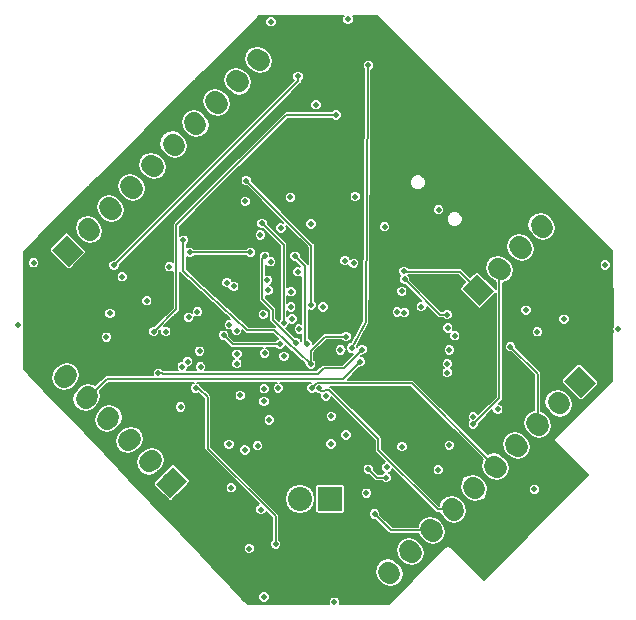
<source format=gbr>
G04 #@! TF.GenerationSoftware,KiCad,Pcbnew,5.0-dev-unknown-28f1209~61~ubuntu16.04.1*
G04 #@! TF.CreationDate,2018-02-18T12:37:57+01:00*
G04 #@! TF.ProjectId,roboy_crazyfly,726F626F795F6372617A79666C792E6B,rev?*
G04 #@! TF.SameCoordinates,Original*
G04 #@! TF.FileFunction,Copper,L3,Inr,Signal*
G04 #@! TF.FilePolarity,Positive*
%FSLAX46Y46*%
G04 Gerber Fmt 4.6, Leading zero omitted, Abs format (unit mm)*
G04 Created by KiCad (PCBNEW 5.0-dev-unknown-28f1209~61~ubuntu16.04.1) date Sun Feb 18 12:37:57 2018*
%MOMM*%
%LPD*%
G01*
G04 APERTURE LIST*
%ADD10R,2.032000X2.032000*%
%ADD11O,2.032000X2.032000*%
%ADD12C,1.727200*%
%ADD13C,0.100000*%
%ADD14C,1.727200*%
%ADD15C,0.500000*%
%ADD16C,0.150000*%
%ADD17C,0.152400*%
G04 APERTURE END LIST*
D10*
X141000000Y-101000000D03*
D11*
X138460000Y-101000000D03*
D12*
X127600000Y-99600000D03*
D13*
G36*
X128929078Y-99492237D02*
X127492237Y-100929078D01*
X126270922Y-99707763D01*
X127707763Y-98270922D01*
X128929078Y-99492237D01*
X128929078Y-99492237D01*
G37*
D12*
X125803949Y-97803949D03*
D14*
X125696186Y-97911712D02*
X125911712Y-97696186D01*
D12*
X124007898Y-96007898D03*
D14*
X123900135Y-96115661D02*
X124115661Y-95900135D01*
D12*
X122211846Y-94211846D03*
D14*
X122104083Y-94319609D02*
X122319609Y-94104083D01*
D12*
X120415795Y-92415795D03*
D14*
X120308032Y-92523558D02*
X120523558Y-92308032D01*
D12*
X118619744Y-90619744D03*
D14*
X118511981Y-90727507D02*
X118727507Y-90511981D01*
D12*
X153550000Y-83325000D03*
D13*
G36*
X153657763Y-84654078D02*
X152220922Y-83217237D01*
X153442237Y-81995922D01*
X154879078Y-83432763D01*
X153657763Y-84654078D01*
X153657763Y-84654078D01*
G37*
D12*
X155346051Y-81528949D03*
D14*
X155238288Y-81421186D02*
X155453814Y-81636712D01*
D12*
X157142102Y-79732898D03*
D14*
X157034339Y-79625135D02*
X157249865Y-79840661D01*
D12*
X158938154Y-77936846D03*
D14*
X158830391Y-77829083D02*
X159045917Y-78044609D01*
D12*
X162175000Y-91100000D03*
D13*
G36*
X162067237Y-89770922D02*
X163504078Y-91207763D01*
X162282763Y-92429078D01*
X160845922Y-90992237D01*
X162067237Y-89770922D01*
X162067237Y-89770922D01*
G37*
D12*
X160378949Y-92896051D03*
D14*
X160486712Y-93003814D02*
X160271186Y-92788288D01*
D12*
X158582898Y-94692102D03*
D14*
X158690661Y-94799865D02*
X158475135Y-94584339D01*
D12*
X156786846Y-96488154D03*
D14*
X156894609Y-96595917D02*
X156679083Y-96380391D01*
D12*
X154990795Y-98284205D03*
D14*
X155098558Y-98391968D02*
X154883032Y-98176442D01*
D12*
X153194744Y-100080256D03*
D14*
X153302507Y-100188019D02*
X153086981Y-99972493D01*
D12*
X151398693Y-101876307D03*
D14*
X151506456Y-101984070D02*
X151290930Y-101768544D01*
D12*
X149602641Y-103672359D03*
D14*
X149710404Y-103780122D02*
X149494878Y-103564596D01*
D12*
X147806590Y-105468410D03*
D14*
X147914353Y-105576173D02*
X147698827Y-105360647D01*
D12*
X146010539Y-107264461D03*
D14*
X146118302Y-107372224D02*
X145902776Y-107156698D01*
D12*
X118800000Y-80000000D03*
D13*
G36*
X118907763Y-81329078D02*
X117470922Y-79892237D01*
X118692237Y-78670922D01*
X120129078Y-80107763D01*
X118907763Y-81329078D01*
X118907763Y-81329078D01*
G37*
D12*
X120596051Y-78203949D03*
D14*
X120488288Y-78096186D02*
X120703814Y-78311712D01*
D12*
X122392102Y-76407898D03*
D14*
X122284339Y-76300135D02*
X122499865Y-76515661D01*
D12*
X124188154Y-74611846D03*
D14*
X124080391Y-74504083D02*
X124295917Y-74719609D01*
D12*
X125984205Y-72815795D03*
D14*
X125876442Y-72708032D02*
X126091968Y-72923558D01*
D12*
X127780256Y-71019744D03*
D14*
X127672493Y-70911981D02*
X127888019Y-71127507D01*
D12*
X129576307Y-69223693D03*
D14*
X129468544Y-69115930D02*
X129684070Y-69331456D01*
D12*
X131372359Y-67427641D03*
D14*
X131264596Y-67319878D02*
X131480122Y-67535404D01*
D12*
X133168410Y-65631590D03*
D14*
X133060647Y-65523827D02*
X133276173Y-65739353D01*
D12*
X134964461Y-63835539D03*
D14*
X134856698Y-63727776D02*
X135072224Y-63943302D01*
D15*
X135699500Y-82486500D03*
X151100000Y-88400000D03*
X136620000Y-91620000D03*
X143130000Y-75400000D03*
X142270000Y-80830000D03*
X150190000Y-76510000D03*
X129950000Y-88500000D03*
X130040000Y-89820000D03*
X138300000Y-81770000D03*
X153130000Y-94040000D03*
X136400000Y-104830000D03*
X132280000Y-82690000D03*
X128480000Y-89790000D03*
X129620000Y-91610000D03*
X123400000Y-82190000D03*
X139400000Y-77710000D03*
X135100000Y-78660000D03*
X144250000Y-64300000D03*
X142825000Y-88225000D03*
X137100000Y-88925000D03*
X158550000Y-86850000D03*
X164300000Y-81200000D03*
X136000000Y-60600000D03*
X115900000Y-81000000D03*
X135400000Y-109300000D03*
X145620000Y-77950000D03*
X135970000Y-80920000D03*
X136860000Y-78070000D03*
X133830000Y-75810000D03*
X132850000Y-83000000D03*
X135430000Y-91670000D03*
X150930000Y-89550000D03*
X127400000Y-81350000D03*
X122070000Y-87310000D03*
X150160000Y-98530000D03*
X134170000Y-105200000D03*
X132480000Y-86260000D03*
X128940000Y-89370000D03*
X133130000Y-88750000D03*
X145810000Y-98330000D03*
X133810000Y-96850000D03*
X133400000Y-92240000D03*
X153125000Y-94675000D03*
X140470000Y-98560000D03*
X140670000Y-88310000D03*
X141080000Y-96350000D03*
X150925000Y-90300000D03*
X132450000Y-96375000D03*
X151560000Y-87190000D03*
X142340000Y-87250000D03*
X128590000Y-79100000D03*
X139375000Y-89600000D03*
X148725000Y-84725000D03*
X150975000Y-86525000D03*
X150910000Y-85400000D03*
X147320000Y-82420000D03*
X122360000Y-85290000D03*
X157590000Y-85020000D03*
X139825000Y-67625000D03*
X126475000Y-90375000D03*
X143725000Y-88350000D03*
X143575000Y-89375000D03*
X147270000Y-81730000D03*
X147075000Y-83425000D03*
X156270000Y-88110000D03*
X141880000Y-88380000D03*
X135470000Y-80450000D03*
X138100000Y-87770000D03*
X145760000Y-99200000D03*
X144230000Y-98490000D03*
X137650000Y-75475000D03*
X138025000Y-80450000D03*
X139075000Y-87875000D03*
X139475000Y-91625000D03*
X144080000Y-100520000D03*
X140100000Y-91650000D03*
X144775000Y-102275000D03*
X135140000Y-101900000D03*
X141510000Y-68500000D03*
X126070000Y-86830000D03*
X132630000Y-100060000D03*
X138300000Y-65225000D03*
X122700000Y-81225000D03*
X160800000Y-85780000D03*
X136750000Y-87900000D03*
X131990000Y-87140000D03*
X143000000Y-81050000D03*
X127090000Y-86840000D03*
X129020000Y-85630000D03*
X141370000Y-109740000D03*
X128350000Y-93210000D03*
X137075000Y-86125000D03*
X135250000Y-77675000D03*
X147300000Y-85225000D03*
X138400000Y-86625000D03*
X125490000Y-84220000D03*
X114590000Y-86300000D03*
X139400000Y-84600000D03*
X133900000Y-74050000D03*
X146700000Y-85175000D03*
X137775000Y-85775000D03*
X142525000Y-60400000D03*
X135775000Y-83350000D03*
X165360000Y-86620000D03*
X137690000Y-83460000D03*
X129140000Y-80120000D03*
X134260000Y-80130000D03*
X135460000Y-88670000D03*
X133110000Y-89550000D03*
X141110000Y-94010000D03*
X142340000Y-95590000D03*
X155200000Y-93425000D03*
X147100000Y-96575000D03*
X135400000Y-92750000D03*
X134860000Y-96490000D03*
X135850000Y-94325000D03*
X140650000Y-92275000D03*
X158310000Y-100200000D03*
X151100000Y-96460000D03*
X140400000Y-84750000D03*
X129770000Y-85150000D03*
X133090000Y-86750000D03*
X137675000Y-84750000D03*
X135350000Y-85375000D03*
D16*
X136400000Y-104830000D02*
X136400000Y-102480000D01*
X129860000Y-91610000D02*
X129620000Y-91610000D01*
X130660000Y-92410000D02*
X129860000Y-91610000D01*
X130660000Y-96740000D02*
X130660000Y-92410000D01*
X136400000Y-102480000D02*
X130660000Y-96740000D01*
X144200000Y-65475000D02*
X144200000Y-64350000D01*
X144200000Y-64350000D02*
X144250000Y-64300000D01*
X144025000Y-86025000D02*
X144200000Y-65475000D01*
X144200000Y-65475000D02*
X144200000Y-65450000D01*
X142825000Y-88225000D02*
X144025000Y-86025000D01*
X155346051Y-81528949D02*
X155346051Y-92453949D01*
X155346051Y-92453949D02*
X153125000Y-94675000D01*
X140460000Y-98550000D02*
X140450000Y-98550000D01*
X140470000Y-98560000D02*
X140460000Y-98550000D01*
X139375000Y-89600000D02*
X139375000Y-88475000D01*
X140600000Y-87250000D02*
X142340000Y-87250000D01*
X139375000Y-88475000D02*
X140600000Y-87250000D01*
X128580000Y-81699885D02*
X128590000Y-79100000D01*
X134000000Y-86725000D02*
X128580000Y-81699885D01*
X136250000Y-86725000D02*
X134000000Y-86725000D01*
X139375000Y-89600000D02*
X136250000Y-86725000D01*
X150300000Y-85400000D02*
X150910000Y-85400000D01*
X147320000Y-82420000D02*
X150300000Y-85400000D01*
X126850000Y-90375000D02*
X126475000Y-90375000D01*
X126875000Y-90400000D02*
X126850000Y-90375000D01*
X139975000Y-90400000D02*
X126875000Y-90400000D01*
X140450000Y-89925000D02*
X139975000Y-90400000D01*
X142150000Y-89925000D02*
X140450000Y-89925000D01*
X143725000Y-88350000D02*
X142150000Y-89925000D01*
X122081590Y-90850000D02*
X119990795Y-92940795D01*
X142100000Y-90850000D02*
X122081590Y-90850000D01*
X143575000Y-89375000D02*
X142100000Y-90850000D01*
X151975000Y-81750000D02*
X153550000Y-83325000D01*
X147290000Y-81750000D02*
X151975000Y-81750000D01*
X147270000Y-81730000D02*
X147290000Y-81750000D01*
X158582898Y-90422898D02*
X158582898Y-94692102D01*
X156270000Y-88110000D02*
X158582898Y-90422898D01*
X135270000Y-80650000D02*
X135470000Y-80450000D01*
X135270000Y-84110000D02*
X135270000Y-80650000D01*
X136150000Y-84990000D02*
X135270000Y-84110000D01*
X136150000Y-85820000D02*
X136150000Y-84990000D01*
X138100000Y-87770000D02*
X136150000Y-85820000D01*
X144940000Y-99200000D02*
X145760000Y-99200000D01*
X144230000Y-98490000D02*
X144940000Y-99200000D01*
X138875000Y-81300000D02*
X138025000Y-80450000D01*
X138875000Y-87675000D02*
X138875000Y-81300000D01*
X139075000Y-87875000D02*
X138875000Y-87675000D01*
X147906590Y-91200000D02*
X154990795Y-98284205D01*
X139900000Y-91200000D02*
X147906590Y-91200000D01*
X139475000Y-91625000D02*
X139900000Y-91200000D01*
X150101307Y-101876307D02*
X151398693Y-101876307D01*
X145100000Y-96875000D02*
X150101307Y-101876307D01*
X145100000Y-95950000D02*
X145100000Y-96875000D01*
X140950000Y-91800000D02*
X145100000Y-95950000D01*
X140275000Y-91825000D02*
X140950000Y-91800000D01*
X140100000Y-91650000D02*
X140275000Y-91825000D01*
X144775000Y-102275000D02*
X146172359Y-103672359D01*
X146172359Y-103672359D02*
X149602641Y-103672359D01*
X137300000Y-68500000D02*
X141510000Y-68500000D01*
X127980000Y-77820000D02*
X137300000Y-68500000D01*
X127980000Y-84920000D02*
X127980000Y-77820000D01*
X126070000Y-86830000D02*
X127980000Y-84920000D01*
X138300000Y-65625000D02*
X138300000Y-65225000D01*
X122700000Y-81225000D02*
X138300000Y-65625000D01*
X132775000Y-87900000D02*
X136750000Y-87900000D01*
X131990000Y-87140000D02*
X132775000Y-87900000D01*
X137075000Y-79500000D02*
X137075000Y-86125000D01*
X135250000Y-77675000D02*
X137075000Y-79500000D01*
X139400000Y-79550000D02*
X139400000Y-84600000D01*
X133900000Y-74050000D02*
X139400000Y-79550000D01*
X134260000Y-80130000D02*
X129650000Y-80130000D01*
X129650000Y-80130000D02*
X129140000Y-80120000D01*
X134270000Y-80140000D02*
X134270000Y-80170000D01*
X134260000Y-80130000D02*
X134270000Y-80140000D01*
D17*
G36*
X141881541Y-60085984D02*
X141970102Y-60103600D01*
X141970103Y-60103600D01*
X142000000Y-60109547D01*
X142029898Y-60103600D01*
X142144558Y-60103600D01*
X142119263Y-60128895D01*
X142046400Y-60304801D01*
X142046400Y-60495199D01*
X142119263Y-60671105D01*
X142253895Y-60805737D01*
X142429801Y-60878600D01*
X142620199Y-60878600D01*
X142796105Y-60805737D01*
X142930737Y-60671105D01*
X143003600Y-60495199D01*
X143003600Y-60304801D01*
X142930737Y-60128895D01*
X142905442Y-60103600D01*
X144974246Y-60103600D01*
X164896401Y-80025756D01*
X164896400Y-82970102D01*
X164890453Y-83000000D01*
X164914016Y-83118459D01*
X164923800Y-83133102D01*
X164923800Y-86422439D01*
X164881400Y-86524801D01*
X164881400Y-86715199D01*
X164923800Y-86817561D01*
X164923800Y-86866899D01*
X164914016Y-86881541D01*
X164890453Y-87000000D01*
X164896400Y-87029898D01*
X164896401Y-90974244D01*
X160106464Y-95764182D01*
X160081118Y-95781118D01*
X160064182Y-95806464D01*
X160020706Y-95871530D01*
X159946118Y-95946118D01*
X159929600Y-95970840D01*
X159923800Y-96000000D01*
X159929600Y-96029160D01*
X159946118Y-96053882D01*
X160020706Y-96128470D01*
X160081118Y-96218882D01*
X160106464Y-96235818D01*
X162870645Y-99000000D01*
X154000000Y-107870646D01*
X151235817Y-105106463D01*
X151218882Y-105081118D01*
X151193536Y-105064182D01*
X151128470Y-105020706D01*
X151053882Y-104946118D01*
X151029160Y-104929600D01*
X151000000Y-104923800D01*
X150970840Y-104929600D01*
X150946118Y-104946118D01*
X150871532Y-105020704D01*
X150806463Y-105064182D01*
X150806461Y-105064184D01*
X150781118Y-105081118D01*
X150764184Y-105106461D01*
X145974246Y-109896400D01*
X142029898Y-109896400D01*
X142000000Y-109890453D01*
X141970103Y-109896400D01*
X141970102Y-109896400D01*
X141881541Y-109914016D01*
X141866898Y-109923800D01*
X141811900Y-109923800D01*
X141848600Y-109835199D01*
X141848600Y-109644801D01*
X141775737Y-109468895D01*
X141641105Y-109334263D01*
X141465199Y-109261400D01*
X141274801Y-109261400D01*
X141098895Y-109334263D01*
X140964263Y-109468895D01*
X140891400Y-109644801D01*
X140891400Y-109835199D01*
X140928100Y-109923800D01*
X138133102Y-109923800D01*
X138118459Y-109914016D01*
X138029898Y-109896400D01*
X138000000Y-109890453D01*
X137970103Y-109896400D01*
X134025755Y-109896400D01*
X133644336Y-109514981D01*
X133349666Y-109204801D01*
X134921400Y-109204801D01*
X134921400Y-109395199D01*
X134994263Y-109571105D01*
X135128895Y-109705737D01*
X135304801Y-109778600D01*
X135495199Y-109778600D01*
X135671105Y-109705737D01*
X135805737Y-109571105D01*
X135878600Y-109395199D01*
X135878600Y-109204801D01*
X135805737Y-109028895D01*
X135671105Y-108894263D01*
X135495199Y-108821400D01*
X135304801Y-108821400D01*
X135128895Y-108894263D01*
X134994263Y-109028895D01*
X134921400Y-109204801D01*
X133349666Y-109204801D01*
X131403969Y-107156698D01*
X144789179Y-107156698D01*
X144873947Y-107582852D01*
X145054412Y-107852937D01*
X145422063Y-108220588D01*
X145692148Y-108401053D01*
X146118302Y-108485821D01*
X146544457Y-108401053D01*
X146905734Y-108159656D01*
X147147131Y-107798379D01*
X147231899Y-107372224D01*
X147147131Y-106946070D01*
X146966666Y-106675985D01*
X146599015Y-106308334D01*
X146328930Y-106127869D01*
X145902776Y-106043101D01*
X145476622Y-106127869D01*
X145115345Y-106369267D01*
X144873947Y-106730544D01*
X144789179Y-107156698D01*
X131403969Y-107156698D01*
X129454667Y-105104801D01*
X133691400Y-105104801D01*
X133691400Y-105295199D01*
X133764263Y-105471105D01*
X133898895Y-105605737D01*
X134074801Y-105678600D01*
X134265199Y-105678600D01*
X134441105Y-105605737D01*
X134575737Y-105471105D01*
X134621490Y-105360647D01*
X146585230Y-105360647D01*
X146669998Y-105786801D01*
X146850463Y-106056886D01*
X147218114Y-106424537D01*
X147488199Y-106605002D01*
X147914353Y-106689770D01*
X148340508Y-106605002D01*
X148701785Y-106363605D01*
X148943182Y-106002328D01*
X149027950Y-105576173D01*
X148943182Y-105150019D01*
X148762717Y-104879934D01*
X148395066Y-104512283D01*
X148124981Y-104331818D01*
X147698827Y-104247050D01*
X147272673Y-104331818D01*
X146911396Y-104573216D01*
X146669998Y-104934493D01*
X146585230Y-105360647D01*
X134621490Y-105360647D01*
X134648600Y-105295199D01*
X134648600Y-105104801D01*
X134575737Y-104928895D01*
X134441105Y-104794263D01*
X134265199Y-104721400D01*
X134074801Y-104721400D01*
X133898895Y-104794263D01*
X133764263Y-104928895D01*
X133691400Y-105104801D01*
X129454667Y-105104801D01*
X124327482Y-99707763D01*
X126037844Y-99707763D01*
X126055586Y-99796958D01*
X126106111Y-99872574D01*
X127327426Y-101093889D01*
X127403042Y-101144414D01*
X127492237Y-101162156D01*
X127581432Y-101144414D01*
X127657048Y-101093889D01*
X128786136Y-99964801D01*
X132151400Y-99964801D01*
X132151400Y-100155199D01*
X132224263Y-100331105D01*
X132358895Y-100465737D01*
X132534801Y-100538600D01*
X132725199Y-100538600D01*
X132901105Y-100465737D01*
X133035737Y-100331105D01*
X133108600Y-100155199D01*
X133108600Y-99964801D01*
X133035737Y-99788895D01*
X132901105Y-99654263D01*
X132725199Y-99581400D01*
X132534801Y-99581400D01*
X132358895Y-99654263D01*
X132224263Y-99788895D01*
X132151400Y-99964801D01*
X128786136Y-99964801D01*
X129093889Y-99657048D01*
X129144414Y-99581432D01*
X129162156Y-99492237D01*
X129144414Y-99403042D01*
X129093889Y-99327426D01*
X127872574Y-98106111D01*
X127796958Y-98055586D01*
X127707763Y-98037844D01*
X127618568Y-98055586D01*
X127542952Y-98106111D01*
X126106111Y-99542952D01*
X126055586Y-99618568D01*
X126037844Y-99707763D01*
X124327482Y-99707763D01*
X122621233Y-97911712D01*
X124582589Y-97911712D01*
X124667357Y-98337866D01*
X124908755Y-98699143D01*
X125270032Y-98940541D01*
X125696186Y-99025309D01*
X126122340Y-98940541D01*
X126392425Y-98760076D01*
X126760076Y-98392425D01*
X126940541Y-98122340D01*
X127025309Y-97696186D01*
X126940541Y-97270031D01*
X126699144Y-96908754D01*
X126337867Y-96667357D01*
X125911712Y-96582589D01*
X125485558Y-96667357D01*
X125215473Y-96847822D01*
X124847822Y-97215473D01*
X124667357Y-97485558D01*
X124582589Y-97911712D01*
X122621233Y-97911712D01*
X120914984Y-96115661D01*
X122786538Y-96115661D01*
X122871306Y-96541815D01*
X123112704Y-96903092D01*
X123473981Y-97144490D01*
X123900135Y-97229258D01*
X124326289Y-97144490D01*
X124596374Y-96964025D01*
X124964025Y-96596374D01*
X125144490Y-96326289D01*
X125229258Y-95900135D01*
X125144490Y-95473980D01*
X124903093Y-95112703D01*
X124541816Y-94871306D01*
X124115661Y-94786538D01*
X123689507Y-94871306D01*
X123419422Y-95051771D01*
X123051771Y-95419422D01*
X122871306Y-95689507D01*
X122786538Y-96115661D01*
X120914984Y-96115661D01*
X119208734Y-94319609D01*
X120990486Y-94319609D01*
X121075254Y-94745763D01*
X121316652Y-95107040D01*
X121677929Y-95348438D01*
X122104083Y-95433206D01*
X122530237Y-95348438D01*
X122800322Y-95167973D01*
X123167973Y-94800322D01*
X123348438Y-94530237D01*
X123433206Y-94104083D01*
X123348438Y-93677928D01*
X123107041Y-93316651D01*
X122804951Y-93114801D01*
X127871400Y-93114801D01*
X127871400Y-93305199D01*
X127944263Y-93481105D01*
X128078895Y-93615737D01*
X128254801Y-93688600D01*
X128445199Y-93688600D01*
X128621105Y-93615737D01*
X128755737Y-93481105D01*
X128828600Y-93305199D01*
X128828600Y-93114801D01*
X128755737Y-92938895D01*
X128621105Y-92804263D01*
X128445199Y-92731400D01*
X128254801Y-92731400D01*
X128078895Y-92804263D01*
X127944263Y-92938895D01*
X127871400Y-93114801D01*
X122804951Y-93114801D01*
X122745764Y-93075254D01*
X122319609Y-92990486D01*
X121893455Y-93075254D01*
X121623370Y-93255719D01*
X121255719Y-93623370D01*
X121075254Y-93893455D01*
X120990486Y-94319609D01*
X119208734Y-94319609D01*
X117502485Y-92523558D01*
X119194435Y-92523558D01*
X119279203Y-92949712D01*
X119520601Y-93310989D01*
X119881878Y-93552387D01*
X120308032Y-93637155D01*
X120734186Y-93552387D01*
X121004271Y-93371922D01*
X121371922Y-93004271D01*
X121552387Y-92734186D01*
X121637155Y-92308032D01*
X121552387Y-91881877D01*
X121523019Y-91837925D01*
X122207345Y-91153600D01*
X129471206Y-91153600D01*
X129348895Y-91204263D01*
X129214263Y-91338895D01*
X129141400Y-91514801D01*
X129141400Y-91705199D01*
X129214263Y-91881105D01*
X129348895Y-92015737D01*
X129524801Y-92088600D01*
X129715199Y-92088600D01*
X129852411Y-92031765D01*
X130356401Y-92535756D01*
X130356400Y-96710103D01*
X130350453Y-96740000D01*
X130356400Y-96769897D01*
X130374016Y-96858458D01*
X130441117Y-96958883D01*
X130466468Y-96975822D01*
X134950929Y-101460283D01*
X134868895Y-101494263D01*
X134734263Y-101628895D01*
X134661400Y-101804801D01*
X134661400Y-101995199D01*
X134734263Y-102171105D01*
X134868895Y-102305737D01*
X135044801Y-102378600D01*
X135235199Y-102378600D01*
X135411105Y-102305737D01*
X135545737Y-102171105D01*
X135579717Y-102089071D01*
X136096401Y-102605756D01*
X136096400Y-104456758D01*
X135994263Y-104558895D01*
X135921400Y-104734801D01*
X135921400Y-104925199D01*
X135994263Y-105101105D01*
X136128895Y-105235737D01*
X136304801Y-105308600D01*
X136495199Y-105308600D01*
X136671105Y-105235737D01*
X136805737Y-105101105D01*
X136878600Y-104925199D01*
X136878600Y-104734801D01*
X136805737Y-104558895D01*
X136703600Y-104456758D01*
X136703600Y-102509897D01*
X136709547Y-102480000D01*
X136685984Y-102361542D01*
X136685984Y-102361541D01*
X136618883Y-102261117D01*
X136593535Y-102244180D01*
X135349355Y-101000000D01*
X137191017Y-101000000D01*
X137287613Y-101485619D01*
X137562694Y-101897306D01*
X137974381Y-102172387D01*
X138337419Y-102244600D01*
X138582581Y-102244600D01*
X138945619Y-102172387D01*
X139357306Y-101897306D01*
X139632387Y-101485619D01*
X139728983Y-101000000D01*
X139632387Y-100514381D01*
X139357306Y-100102694D01*
X139179669Y-99984000D01*
X139750922Y-99984000D01*
X139750922Y-102016000D01*
X139768664Y-102105195D01*
X139819189Y-102180811D01*
X139894805Y-102231336D01*
X139984000Y-102249078D01*
X142016000Y-102249078D01*
X142105195Y-102231336D01*
X142180811Y-102180811D01*
X142181485Y-102179801D01*
X144296400Y-102179801D01*
X144296400Y-102370199D01*
X144369263Y-102546105D01*
X144503895Y-102680737D01*
X144679801Y-102753600D01*
X144824246Y-102753600D01*
X145936539Y-103865894D01*
X145953476Y-103891242D01*
X146053900Y-103958343D01*
X146172358Y-103981906D01*
X146202256Y-103975959D01*
X148463107Y-103975959D01*
X148466049Y-103990750D01*
X148646514Y-104260835D01*
X149014165Y-104628486D01*
X149284250Y-104808951D01*
X149710404Y-104893719D01*
X150136559Y-104808951D01*
X150497836Y-104567554D01*
X150739233Y-104206277D01*
X150824001Y-103780122D01*
X150739233Y-103353968D01*
X150558768Y-103083883D01*
X150191117Y-102716232D01*
X149921032Y-102535767D01*
X149494878Y-102450999D01*
X149068724Y-102535767D01*
X148707447Y-102777165D01*
X148466049Y-103138442D01*
X148420236Y-103368759D01*
X146298114Y-103368759D01*
X145253600Y-102324246D01*
X145253600Y-102179801D01*
X145180737Y-102003895D01*
X145046105Y-101869263D01*
X144870199Y-101796400D01*
X144679801Y-101796400D01*
X144503895Y-101869263D01*
X144369263Y-102003895D01*
X144296400Y-102179801D01*
X142181485Y-102179801D01*
X142231336Y-102105195D01*
X142249078Y-102016000D01*
X142249078Y-100424801D01*
X143601400Y-100424801D01*
X143601400Y-100615199D01*
X143674263Y-100791105D01*
X143808895Y-100925737D01*
X143984801Y-100998600D01*
X144175199Y-100998600D01*
X144351105Y-100925737D01*
X144485737Y-100791105D01*
X144558600Y-100615199D01*
X144558600Y-100424801D01*
X144485737Y-100248895D01*
X144351105Y-100114263D01*
X144175199Y-100041400D01*
X143984801Y-100041400D01*
X143808895Y-100114263D01*
X143674263Y-100248895D01*
X143601400Y-100424801D01*
X142249078Y-100424801D01*
X142249078Y-99984000D01*
X142231336Y-99894805D01*
X142180811Y-99819189D01*
X142105195Y-99768664D01*
X142016000Y-99750922D01*
X139984000Y-99750922D01*
X139894805Y-99768664D01*
X139819189Y-99819189D01*
X139768664Y-99894805D01*
X139750922Y-99984000D01*
X139179669Y-99984000D01*
X138945619Y-99827613D01*
X138582581Y-99755400D01*
X138337419Y-99755400D01*
X137974381Y-99827613D01*
X137562694Y-100102694D01*
X137287613Y-100514381D01*
X137191017Y-101000000D01*
X135349355Y-101000000D01*
X130963600Y-96614246D01*
X130963600Y-96279801D01*
X131971400Y-96279801D01*
X131971400Y-96470199D01*
X132044263Y-96646105D01*
X132178895Y-96780737D01*
X132354801Y-96853600D01*
X132545199Y-96853600D01*
X132721105Y-96780737D01*
X132747041Y-96754801D01*
X133331400Y-96754801D01*
X133331400Y-96945199D01*
X133404263Y-97121105D01*
X133538895Y-97255737D01*
X133714801Y-97328600D01*
X133905199Y-97328600D01*
X134081105Y-97255737D01*
X134215737Y-97121105D01*
X134288600Y-96945199D01*
X134288600Y-96754801D01*
X134215737Y-96578895D01*
X134081105Y-96444263D01*
X133961694Y-96394801D01*
X134381400Y-96394801D01*
X134381400Y-96585199D01*
X134454263Y-96761105D01*
X134588895Y-96895737D01*
X134764801Y-96968600D01*
X134955199Y-96968600D01*
X135131105Y-96895737D01*
X135265737Y-96761105D01*
X135338600Y-96585199D01*
X135338600Y-96394801D01*
X135280610Y-96254801D01*
X140601400Y-96254801D01*
X140601400Y-96445199D01*
X140674263Y-96621105D01*
X140808895Y-96755737D01*
X140984801Y-96828600D01*
X141175199Y-96828600D01*
X141351105Y-96755737D01*
X141485737Y-96621105D01*
X141558600Y-96445199D01*
X141558600Y-96254801D01*
X141485737Y-96078895D01*
X141351105Y-95944263D01*
X141175199Y-95871400D01*
X140984801Y-95871400D01*
X140808895Y-95944263D01*
X140674263Y-96078895D01*
X140601400Y-96254801D01*
X135280610Y-96254801D01*
X135265737Y-96218895D01*
X135131105Y-96084263D01*
X134955199Y-96011400D01*
X134764801Y-96011400D01*
X134588895Y-96084263D01*
X134454263Y-96218895D01*
X134381400Y-96394801D01*
X133961694Y-96394801D01*
X133905199Y-96371400D01*
X133714801Y-96371400D01*
X133538895Y-96444263D01*
X133404263Y-96578895D01*
X133331400Y-96754801D01*
X132747041Y-96754801D01*
X132855737Y-96646105D01*
X132928600Y-96470199D01*
X132928600Y-96279801D01*
X132855737Y-96103895D01*
X132721105Y-95969263D01*
X132545199Y-95896400D01*
X132354801Y-95896400D01*
X132178895Y-95969263D01*
X132044263Y-96103895D01*
X131971400Y-96279801D01*
X130963600Y-96279801D01*
X130963600Y-95494801D01*
X141861400Y-95494801D01*
X141861400Y-95685199D01*
X141934263Y-95861105D01*
X142068895Y-95995737D01*
X142244801Y-96068600D01*
X142435199Y-96068600D01*
X142611105Y-95995737D01*
X142745737Y-95861105D01*
X142818600Y-95685199D01*
X142818600Y-95494801D01*
X142745737Y-95318895D01*
X142611105Y-95184263D01*
X142435199Y-95111400D01*
X142244801Y-95111400D01*
X142068895Y-95184263D01*
X141934263Y-95318895D01*
X141861400Y-95494801D01*
X130963600Y-95494801D01*
X130963600Y-94229801D01*
X135371400Y-94229801D01*
X135371400Y-94420199D01*
X135444263Y-94596105D01*
X135578895Y-94730737D01*
X135754801Y-94803600D01*
X135945199Y-94803600D01*
X136121105Y-94730737D01*
X136255737Y-94596105D01*
X136328600Y-94420199D01*
X136328600Y-94229801D01*
X136255737Y-94053895D01*
X136121105Y-93919263D01*
X136110333Y-93914801D01*
X140631400Y-93914801D01*
X140631400Y-94105199D01*
X140704263Y-94281105D01*
X140838895Y-94415737D01*
X141014801Y-94488600D01*
X141205199Y-94488600D01*
X141381105Y-94415737D01*
X141515737Y-94281105D01*
X141588600Y-94105199D01*
X141588600Y-93914801D01*
X141515737Y-93738895D01*
X141381105Y-93604263D01*
X141205199Y-93531400D01*
X141014801Y-93531400D01*
X140838895Y-93604263D01*
X140704263Y-93738895D01*
X140631400Y-93914801D01*
X136110333Y-93914801D01*
X135945199Y-93846400D01*
X135754801Y-93846400D01*
X135578895Y-93919263D01*
X135444263Y-94053895D01*
X135371400Y-94229801D01*
X130963600Y-94229801D01*
X130963600Y-92439897D01*
X130969547Y-92410000D01*
X130945984Y-92291542D01*
X130945984Y-92291541D01*
X130878883Y-92191117D01*
X130853535Y-92174180D01*
X130824156Y-92144801D01*
X132921400Y-92144801D01*
X132921400Y-92335199D01*
X132994263Y-92511105D01*
X133128895Y-92645737D01*
X133304801Y-92718600D01*
X133495199Y-92718600D01*
X133649222Y-92654801D01*
X134921400Y-92654801D01*
X134921400Y-92845199D01*
X134994263Y-93021105D01*
X135128895Y-93155737D01*
X135304801Y-93228600D01*
X135495199Y-93228600D01*
X135671105Y-93155737D01*
X135805737Y-93021105D01*
X135878600Y-92845199D01*
X135878600Y-92654801D01*
X135805737Y-92478895D01*
X135671105Y-92344263D01*
X135495199Y-92271400D01*
X135304801Y-92271400D01*
X135128895Y-92344263D01*
X134994263Y-92478895D01*
X134921400Y-92654801D01*
X133649222Y-92654801D01*
X133671105Y-92645737D01*
X133805737Y-92511105D01*
X133878600Y-92335199D01*
X133878600Y-92144801D01*
X133805737Y-91968895D01*
X133671105Y-91834263D01*
X133495199Y-91761400D01*
X133304801Y-91761400D01*
X133128895Y-91834263D01*
X132994263Y-91968895D01*
X132921400Y-92144801D01*
X130824156Y-92144801D01*
X130254156Y-91574801D01*
X134951400Y-91574801D01*
X134951400Y-91765199D01*
X135024263Y-91941105D01*
X135158895Y-92075737D01*
X135334801Y-92148600D01*
X135525199Y-92148600D01*
X135701105Y-92075737D01*
X135835737Y-91941105D01*
X135908600Y-91765199D01*
X135908600Y-91574801D01*
X135835737Y-91398895D01*
X135701105Y-91264263D01*
X135525199Y-91191400D01*
X135334801Y-91191400D01*
X135158895Y-91264263D01*
X135024263Y-91398895D01*
X134951400Y-91574801D01*
X130254156Y-91574801D01*
X130095822Y-91416468D01*
X130078883Y-91391117D01*
X130035308Y-91362001D01*
X130025737Y-91338895D01*
X129891105Y-91204263D01*
X129768794Y-91153600D01*
X136495348Y-91153600D01*
X136348895Y-91214263D01*
X136214263Y-91348895D01*
X136141400Y-91524801D01*
X136141400Y-91715199D01*
X136214263Y-91891105D01*
X136348895Y-92025737D01*
X136524801Y-92098600D01*
X136715199Y-92098600D01*
X136891105Y-92025737D01*
X137025737Y-91891105D01*
X137098600Y-91715199D01*
X137098600Y-91524801D01*
X137025737Y-91348895D01*
X136891105Y-91214263D01*
X136744652Y-91153600D01*
X139362419Y-91153600D01*
X139203895Y-91219263D01*
X139069263Y-91353895D01*
X138996400Y-91529801D01*
X138996400Y-91720199D01*
X139069263Y-91896105D01*
X139203895Y-92030737D01*
X139379801Y-92103600D01*
X139570199Y-92103600D01*
X139746105Y-92030737D01*
X139775000Y-92001842D01*
X139828895Y-92055737D01*
X140004801Y-92128600D01*
X140192608Y-92128600D01*
X140171400Y-92179801D01*
X140171400Y-92370199D01*
X140244263Y-92546105D01*
X140378895Y-92680737D01*
X140554801Y-92753600D01*
X140745199Y-92753600D01*
X140921105Y-92680737D01*
X141055737Y-92546105D01*
X141117542Y-92396896D01*
X144796400Y-96075755D01*
X144796401Y-96845098D01*
X144790453Y-96875000D01*
X144814016Y-96993458D01*
X144835749Y-97025984D01*
X144881118Y-97093883D01*
X144906466Y-97110820D01*
X145666891Y-97871245D01*
X145538895Y-97924263D01*
X145404263Y-98058895D01*
X145331400Y-98234801D01*
X145331400Y-98425199D01*
X145404263Y-98601105D01*
X145538895Y-98735737D01*
X145584542Y-98754645D01*
X145488895Y-98794263D01*
X145386758Y-98896400D01*
X145065755Y-98896400D01*
X144708600Y-98539246D01*
X144708600Y-98394801D01*
X144635737Y-98218895D01*
X144501105Y-98084263D01*
X144325199Y-98011400D01*
X144134801Y-98011400D01*
X143958895Y-98084263D01*
X143824263Y-98218895D01*
X143751400Y-98394801D01*
X143751400Y-98585199D01*
X143824263Y-98761105D01*
X143958895Y-98895737D01*
X144134801Y-98968600D01*
X144279246Y-98968600D01*
X144704180Y-99393535D01*
X144721117Y-99418883D01*
X144821541Y-99485984D01*
X144910102Y-99503600D01*
X144910103Y-99503600D01*
X144940000Y-99509547D01*
X144969897Y-99503600D01*
X145386758Y-99503600D01*
X145488895Y-99605737D01*
X145664801Y-99678600D01*
X145855199Y-99678600D01*
X146031105Y-99605737D01*
X146165737Y-99471105D01*
X146238600Y-99295199D01*
X146238600Y-99104801D01*
X146165737Y-98928895D01*
X146031105Y-98794263D01*
X145985458Y-98775355D01*
X146081105Y-98735737D01*
X146215737Y-98601105D01*
X146268755Y-98473109D01*
X149865487Y-102069842D01*
X149882424Y-102095190D01*
X149974244Y-102156542D01*
X149982848Y-102162291D01*
X150101306Y-102185854D01*
X150131203Y-102179907D01*
X150259159Y-102179907D01*
X150262101Y-102194698D01*
X150442566Y-102464783D01*
X150810217Y-102832434D01*
X151080302Y-103012899D01*
X151506456Y-103097667D01*
X151932611Y-103012899D01*
X152293888Y-102771502D01*
X152535285Y-102410225D01*
X152620053Y-101984070D01*
X152535285Y-101557916D01*
X152354820Y-101287831D01*
X151987169Y-100920180D01*
X151717084Y-100739715D01*
X151290930Y-100654947D01*
X150864776Y-100739715D01*
X150503499Y-100981113D01*
X150262101Y-101342390D01*
X150218075Y-101563720D01*
X148626848Y-99972493D01*
X151973384Y-99972493D01*
X152058152Y-100398647D01*
X152238617Y-100668732D01*
X152606268Y-101036383D01*
X152876353Y-101216848D01*
X153302507Y-101301616D01*
X153728662Y-101216848D01*
X154089939Y-100975451D01*
X154331336Y-100614174D01*
X154416104Y-100188019D01*
X154399551Y-100104801D01*
X157831400Y-100104801D01*
X157831400Y-100295199D01*
X157904263Y-100471105D01*
X158038895Y-100605737D01*
X158214801Y-100678600D01*
X158405199Y-100678600D01*
X158581105Y-100605737D01*
X158715737Y-100471105D01*
X158788600Y-100295199D01*
X158788600Y-100104801D01*
X158715737Y-99928895D01*
X158581105Y-99794263D01*
X158405199Y-99721400D01*
X158214801Y-99721400D01*
X158038895Y-99794263D01*
X157904263Y-99928895D01*
X157831400Y-100104801D01*
X154399551Y-100104801D01*
X154331336Y-99761865D01*
X154150871Y-99491780D01*
X153783220Y-99124129D01*
X153513135Y-98943664D01*
X153086981Y-98858896D01*
X152660827Y-98943664D01*
X152299550Y-99185062D01*
X152058152Y-99546339D01*
X151973384Y-99972493D01*
X148626848Y-99972493D01*
X147089156Y-98434801D01*
X149681400Y-98434801D01*
X149681400Y-98625199D01*
X149754263Y-98801105D01*
X149888895Y-98935737D01*
X150064801Y-99008600D01*
X150255199Y-99008600D01*
X150431105Y-98935737D01*
X150565737Y-98801105D01*
X150638600Y-98625199D01*
X150638600Y-98434801D01*
X150565737Y-98258895D01*
X150431105Y-98124263D01*
X150255199Y-98051400D01*
X150064801Y-98051400D01*
X149888895Y-98124263D01*
X149754263Y-98258895D01*
X149681400Y-98434801D01*
X147089156Y-98434801D01*
X145403600Y-96749246D01*
X145403600Y-96479801D01*
X146621400Y-96479801D01*
X146621400Y-96670199D01*
X146694263Y-96846105D01*
X146828895Y-96980737D01*
X147004801Y-97053600D01*
X147195199Y-97053600D01*
X147371105Y-96980737D01*
X147505737Y-96846105D01*
X147578600Y-96670199D01*
X147578600Y-96479801D01*
X147530966Y-96364801D01*
X150621400Y-96364801D01*
X150621400Y-96555199D01*
X150694263Y-96731105D01*
X150828895Y-96865737D01*
X151004801Y-96938600D01*
X151195199Y-96938600D01*
X151371105Y-96865737D01*
X151505737Y-96731105D01*
X151578600Y-96555199D01*
X151578600Y-96364801D01*
X151505737Y-96188895D01*
X151371105Y-96054263D01*
X151195199Y-95981400D01*
X151004801Y-95981400D01*
X150828895Y-96054263D01*
X150694263Y-96188895D01*
X150621400Y-96364801D01*
X147530966Y-96364801D01*
X147505737Y-96303895D01*
X147371105Y-96169263D01*
X147195199Y-96096400D01*
X147004801Y-96096400D01*
X146828895Y-96169263D01*
X146694263Y-96303895D01*
X146621400Y-96479801D01*
X145403600Y-96479801D01*
X145403600Y-95979896D01*
X145409547Y-95949999D01*
X145385984Y-95831541D01*
X145369228Y-95806464D01*
X145318883Y-95731117D01*
X145293536Y-95714181D01*
X141181815Y-91602461D01*
X141160632Y-91573166D01*
X141113983Y-91544435D01*
X141068458Y-91514016D01*
X141062749Y-91512880D01*
X141057793Y-91509828D01*
X141019035Y-91503600D01*
X147780836Y-91503600D01*
X153923625Y-97646390D01*
X153854203Y-97750288D01*
X153769435Y-98176442D01*
X153854203Y-98602596D01*
X154034668Y-98872681D01*
X154402319Y-99240332D01*
X154672404Y-99420797D01*
X155098558Y-99505565D01*
X155524713Y-99420797D01*
X155885990Y-99179400D01*
X156127387Y-98818123D01*
X156212155Y-98391968D01*
X156127387Y-97965814D01*
X155946922Y-97695729D01*
X155579271Y-97328078D01*
X155309186Y-97147613D01*
X154883032Y-97062845D01*
X154456878Y-97147613D01*
X154352980Y-97217035D01*
X153516336Y-96380391D01*
X155565486Y-96380391D01*
X155650254Y-96806545D01*
X155830719Y-97076630D01*
X156198370Y-97444281D01*
X156468455Y-97624746D01*
X156894609Y-97709514D01*
X157320764Y-97624746D01*
X157682041Y-97383349D01*
X157923438Y-97022072D01*
X158008206Y-96595917D01*
X157923438Y-96169763D01*
X157742973Y-95899678D01*
X157375322Y-95532027D01*
X157105237Y-95351562D01*
X156679083Y-95266794D01*
X156252929Y-95351562D01*
X155891652Y-95592960D01*
X155650254Y-95954237D01*
X155565486Y-96380391D01*
X153516336Y-96380391D01*
X148142412Y-91006468D01*
X148125473Y-90981117D01*
X148025049Y-90914016D01*
X147936488Y-90896400D01*
X147936487Y-90896400D01*
X147906590Y-90890453D01*
X147876693Y-90896400D01*
X142482954Y-90896400D01*
X143174553Y-90204801D01*
X150446400Y-90204801D01*
X150446400Y-90395199D01*
X150519263Y-90571105D01*
X150653895Y-90705737D01*
X150829801Y-90778600D01*
X151020199Y-90778600D01*
X151196105Y-90705737D01*
X151330737Y-90571105D01*
X151403600Y-90395199D01*
X151403600Y-90204801D01*
X151330737Y-90028895D01*
X151229342Y-89927500D01*
X151335737Y-89821105D01*
X151408600Y-89645199D01*
X151408600Y-89454801D01*
X151335737Y-89278895D01*
X151201105Y-89144263D01*
X151025199Y-89071400D01*
X150834801Y-89071400D01*
X150658895Y-89144263D01*
X150524263Y-89278895D01*
X150451400Y-89454801D01*
X150451400Y-89645199D01*
X150524263Y-89821105D01*
X150625658Y-89922500D01*
X150519263Y-90028895D01*
X150446400Y-90204801D01*
X143174553Y-90204801D01*
X143525755Y-89853600D01*
X143670199Y-89853600D01*
X143846105Y-89780737D01*
X143980737Y-89646105D01*
X144053600Y-89470199D01*
X144053600Y-89279801D01*
X143980737Y-89103895D01*
X143846105Y-88969263D01*
X143670199Y-88896400D01*
X143607955Y-88896400D01*
X143675755Y-88828600D01*
X143820199Y-88828600D01*
X143996105Y-88755737D01*
X144130737Y-88621105D01*
X144203600Y-88445199D01*
X144203600Y-88304801D01*
X150621400Y-88304801D01*
X150621400Y-88495199D01*
X150694263Y-88671105D01*
X150828895Y-88805737D01*
X151004801Y-88878600D01*
X151195199Y-88878600D01*
X151371105Y-88805737D01*
X151505737Y-88671105D01*
X151578600Y-88495199D01*
X151578600Y-88304801D01*
X151505737Y-88128895D01*
X151371105Y-87994263D01*
X151195199Y-87921400D01*
X151004801Y-87921400D01*
X150828895Y-87994263D01*
X150694263Y-88128895D01*
X150621400Y-88304801D01*
X144203600Y-88304801D01*
X144203600Y-88254801D01*
X144130737Y-88078895D01*
X143996105Y-87944263D01*
X143820199Y-87871400D01*
X143629801Y-87871400D01*
X143453895Y-87944263D01*
X143319263Y-88078895D01*
X143300888Y-88123255D01*
X143268705Y-88045556D01*
X144150026Y-86429801D01*
X150496400Y-86429801D01*
X150496400Y-86620199D01*
X150569263Y-86796105D01*
X150703895Y-86930737D01*
X150879801Y-87003600D01*
X151070199Y-87003600D01*
X151129321Y-86979111D01*
X151081400Y-87094801D01*
X151081400Y-87285199D01*
X151154263Y-87461105D01*
X151288895Y-87595737D01*
X151464801Y-87668600D01*
X151655199Y-87668600D01*
X151831105Y-87595737D01*
X151965737Y-87461105D01*
X152038600Y-87285199D01*
X152038600Y-87094801D01*
X151965737Y-86918895D01*
X151831105Y-86784263D01*
X151655199Y-86711400D01*
X151464801Y-86711400D01*
X151405679Y-86735889D01*
X151453600Y-86620199D01*
X151453600Y-86429801D01*
X151380737Y-86253895D01*
X151246105Y-86119263D01*
X151070199Y-86046400D01*
X150879801Y-86046400D01*
X150703895Y-86119263D01*
X150569263Y-86253895D01*
X150496400Y-86429801D01*
X144150026Y-86429801D01*
X144284389Y-86183470D01*
X144309964Y-86145890D01*
X144319216Y-86101362D01*
X144332788Y-86057950D01*
X144328716Y-86012670D01*
X144336660Y-85079801D01*
X146221400Y-85079801D01*
X146221400Y-85270199D01*
X146294263Y-85446105D01*
X146428895Y-85580737D01*
X146604801Y-85653600D01*
X146795199Y-85653600D01*
X146971105Y-85580737D01*
X146975000Y-85576842D01*
X147028895Y-85630737D01*
X147204801Y-85703600D01*
X147395199Y-85703600D01*
X147571105Y-85630737D01*
X147705737Y-85496105D01*
X147778600Y-85320199D01*
X147778600Y-85129801D01*
X147705737Y-84953895D01*
X147571105Y-84819263D01*
X147395199Y-84746400D01*
X147204801Y-84746400D01*
X147028895Y-84819263D01*
X147025000Y-84823158D01*
X146971105Y-84769263D01*
X146795199Y-84696400D01*
X146604801Y-84696400D01*
X146428895Y-84769263D01*
X146294263Y-84903895D01*
X146221400Y-85079801D01*
X144336660Y-85079801D01*
X144351562Y-83329801D01*
X146596400Y-83329801D01*
X146596400Y-83520199D01*
X146669263Y-83696105D01*
X146803895Y-83830737D01*
X146979801Y-83903600D01*
X147170199Y-83903600D01*
X147346105Y-83830737D01*
X147480737Y-83696105D01*
X147553600Y-83520199D01*
X147553600Y-83329801D01*
X147480737Y-83153895D01*
X147346105Y-83019263D01*
X147170199Y-82946400D01*
X146979801Y-82946400D01*
X146803895Y-83019263D01*
X146669263Y-83153895D01*
X146596400Y-83329801D01*
X144351562Y-83329801D01*
X144365996Y-81634801D01*
X146791400Y-81634801D01*
X146791400Y-81825199D01*
X146864263Y-82001105D01*
X146963158Y-82100000D01*
X146914263Y-82148895D01*
X146841400Y-82324801D01*
X146841400Y-82515199D01*
X146914263Y-82691105D01*
X147048895Y-82825737D01*
X147224801Y-82898600D01*
X147369246Y-82898600D01*
X148717045Y-84246400D01*
X148629801Y-84246400D01*
X148453895Y-84319263D01*
X148319263Y-84453895D01*
X148246400Y-84629801D01*
X148246400Y-84820199D01*
X148319263Y-84996105D01*
X148453895Y-85130737D01*
X148629801Y-85203600D01*
X148820199Y-85203600D01*
X148996105Y-85130737D01*
X149130737Y-84996105D01*
X149203600Y-84820199D01*
X149203600Y-84732955D01*
X150064180Y-85593535D01*
X150081117Y-85618883D01*
X150179771Y-85684801D01*
X150181541Y-85685984D01*
X150299999Y-85709547D01*
X150329896Y-85703600D01*
X150536758Y-85703600D01*
X150638895Y-85805737D01*
X150814801Y-85878600D01*
X151005199Y-85878600D01*
X151181105Y-85805737D01*
X151315737Y-85671105D01*
X151388600Y-85495199D01*
X151388600Y-85304801D01*
X151315737Y-85128895D01*
X151181105Y-84994263D01*
X151005199Y-84921400D01*
X150814801Y-84921400D01*
X150638895Y-84994263D01*
X150536758Y-85096400D01*
X150425755Y-85096400D01*
X147798600Y-82469246D01*
X147798600Y-82324801D01*
X147725737Y-82148895D01*
X147630442Y-82053600D01*
X151849246Y-82053600D01*
X152452091Y-82656446D01*
X152056111Y-83052426D01*
X152005586Y-83128042D01*
X151987844Y-83217237D01*
X152005586Y-83306432D01*
X152056111Y-83382048D01*
X153492952Y-84818889D01*
X153568568Y-84869414D01*
X153657763Y-84887156D01*
X153746958Y-84869414D01*
X153822574Y-84818889D01*
X155042451Y-83599012D01*
X155042452Y-92328193D01*
X153555072Y-93815574D01*
X153535737Y-93768895D01*
X153401105Y-93634263D01*
X153225199Y-93561400D01*
X153034801Y-93561400D01*
X152858895Y-93634263D01*
X152724263Y-93768895D01*
X152651400Y-93944801D01*
X152651400Y-94135199D01*
X152724263Y-94311105D01*
X152768158Y-94355000D01*
X152719263Y-94403895D01*
X152646400Y-94579801D01*
X152646400Y-94770199D01*
X152719263Y-94946105D01*
X152853895Y-95080737D01*
X153029801Y-95153600D01*
X153220199Y-95153600D01*
X153396105Y-95080737D01*
X153530737Y-94946105D01*
X153603600Y-94770199D01*
X153603600Y-94625754D01*
X154721400Y-93507955D01*
X154721400Y-93520199D01*
X154794263Y-93696105D01*
X154928895Y-93830737D01*
X155104801Y-93903600D01*
X155295199Y-93903600D01*
X155471105Y-93830737D01*
X155605737Y-93696105D01*
X155678600Y-93520199D01*
X155678600Y-93329801D01*
X155605737Y-93153895D01*
X155471105Y-93019263D01*
X155295199Y-92946400D01*
X155282955Y-92946400D01*
X155539586Y-92689769D01*
X155564934Y-92672832D01*
X155632035Y-92572408D01*
X155649651Y-92483847D01*
X155649651Y-92483844D01*
X155655597Y-92453950D01*
X155649651Y-92424056D01*
X155649651Y-88014801D01*
X155791400Y-88014801D01*
X155791400Y-88205199D01*
X155864263Y-88381105D01*
X155998895Y-88515737D01*
X156174801Y-88588600D01*
X156319246Y-88588600D01*
X158279298Y-90548653D01*
X158279299Y-93509697D01*
X158048981Y-93555510D01*
X157687704Y-93796908D01*
X157446306Y-94158185D01*
X157361538Y-94584339D01*
X157446306Y-95010493D01*
X157626771Y-95280578D01*
X157994422Y-95648229D01*
X158264507Y-95828694D01*
X158690661Y-95913462D01*
X159116816Y-95828694D01*
X159478093Y-95587297D01*
X159719490Y-95226020D01*
X159804258Y-94799865D01*
X159719490Y-94373711D01*
X159539025Y-94103626D01*
X159171374Y-93735975D01*
X158901289Y-93555510D01*
X158886498Y-93552568D01*
X158886498Y-92788288D01*
X159157589Y-92788288D01*
X159242357Y-93214442D01*
X159422822Y-93484527D01*
X159790473Y-93852178D01*
X160060558Y-94032643D01*
X160486712Y-94117411D01*
X160912867Y-94032643D01*
X161274144Y-93791246D01*
X161515541Y-93429969D01*
X161600309Y-93003814D01*
X161515541Y-92577660D01*
X161335076Y-92307575D01*
X160967425Y-91939924D01*
X160697340Y-91759459D01*
X160271186Y-91674691D01*
X159845032Y-91759459D01*
X159483755Y-92000857D01*
X159242357Y-92362134D01*
X159157589Y-92788288D01*
X158886498Y-92788288D01*
X158886498Y-90992237D01*
X160612844Y-90992237D01*
X160630586Y-91081432D01*
X160681111Y-91157048D01*
X162117952Y-92593889D01*
X162193568Y-92644414D01*
X162282763Y-92662156D01*
X162371958Y-92644414D01*
X162447574Y-92593889D01*
X163668889Y-91372574D01*
X163719414Y-91296958D01*
X163737156Y-91207763D01*
X163719414Y-91118568D01*
X163668889Y-91042952D01*
X162232048Y-89606111D01*
X162156432Y-89555586D01*
X162067237Y-89537844D01*
X161978042Y-89555586D01*
X161902426Y-89606111D01*
X160681111Y-90827426D01*
X160630586Y-90903042D01*
X160612844Y-90992237D01*
X158886498Y-90992237D01*
X158886498Y-90452795D01*
X158892445Y-90422898D01*
X158886498Y-90393000D01*
X158868882Y-90304439D01*
X158801781Y-90204015D01*
X158776434Y-90187079D01*
X156748600Y-88159246D01*
X156748600Y-88014801D01*
X156675737Y-87838895D01*
X156541105Y-87704263D01*
X156365199Y-87631400D01*
X156174801Y-87631400D01*
X155998895Y-87704263D01*
X155864263Y-87838895D01*
X155791400Y-88014801D01*
X155649651Y-88014801D01*
X155649651Y-86754801D01*
X158071400Y-86754801D01*
X158071400Y-86945199D01*
X158144263Y-87121105D01*
X158278895Y-87255737D01*
X158454801Y-87328600D01*
X158645199Y-87328600D01*
X158821105Y-87255737D01*
X158955737Y-87121105D01*
X159028600Y-86945199D01*
X159028600Y-86754801D01*
X158955737Y-86578895D01*
X158821105Y-86444263D01*
X158645199Y-86371400D01*
X158454801Y-86371400D01*
X158278895Y-86444263D01*
X158144263Y-86578895D01*
X158071400Y-86754801D01*
X155649651Y-86754801D01*
X155649651Y-85684801D01*
X160321400Y-85684801D01*
X160321400Y-85875199D01*
X160394263Y-86051105D01*
X160528895Y-86185737D01*
X160704801Y-86258600D01*
X160895199Y-86258600D01*
X161071105Y-86185737D01*
X161205737Y-86051105D01*
X161278600Y-85875199D01*
X161278600Y-85684801D01*
X161205737Y-85508895D01*
X161071105Y-85374263D01*
X160895199Y-85301400D01*
X160704801Y-85301400D01*
X160528895Y-85374263D01*
X160394263Y-85508895D01*
X160321400Y-85684801D01*
X155649651Y-85684801D01*
X155649651Y-84924801D01*
X157111400Y-84924801D01*
X157111400Y-85115199D01*
X157184263Y-85291105D01*
X157318895Y-85425737D01*
X157494801Y-85498600D01*
X157685199Y-85498600D01*
X157861105Y-85425737D01*
X157995737Y-85291105D01*
X158068600Y-85115199D01*
X158068600Y-84924801D01*
X157995737Y-84748895D01*
X157861105Y-84614263D01*
X157685199Y-84541400D01*
X157494801Y-84541400D01*
X157318895Y-84614263D01*
X157184263Y-84748895D01*
X157111400Y-84924801D01*
X155649651Y-84924801D01*
X155649651Y-82711354D01*
X155879969Y-82665541D01*
X156241246Y-82424144D01*
X156482643Y-82062867D01*
X156567411Y-81636712D01*
X156482643Y-81210558D01*
X156411979Y-81104801D01*
X163821400Y-81104801D01*
X163821400Y-81295199D01*
X163894263Y-81471105D01*
X164028895Y-81605737D01*
X164204801Y-81678600D01*
X164395199Y-81678600D01*
X164571105Y-81605737D01*
X164705737Y-81471105D01*
X164778600Y-81295199D01*
X164778600Y-81104801D01*
X164705737Y-80928895D01*
X164571105Y-80794263D01*
X164395199Y-80721400D01*
X164204801Y-80721400D01*
X164028895Y-80794263D01*
X163894263Y-80928895D01*
X163821400Y-81104801D01*
X156411979Y-81104801D01*
X156302178Y-80940473D01*
X155934527Y-80572822D01*
X155664442Y-80392357D01*
X155238288Y-80307589D01*
X154812134Y-80392357D01*
X154450857Y-80633755D01*
X154209459Y-80995032D01*
X154124691Y-81421186D01*
X154209459Y-81847340D01*
X154389924Y-82117425D01*
X154757575Y-82485076D01*
X155027660Y-82665541D01*
X155042451Y-82668483D01*
X155042451Y-83266514D01*
X153607048Y-81831111D01*
X153531432Y-81780586D01*
X153442237Y-81762844D01*
X153353042Y-81780586D01*
X153277426Y-81831111D01*
X152881446Y-82227091D01*
X152210822Y-81556468D01*
X152193883Y-81531117D01*
X152093459Y-81464016D01*
X152004898Y-81446400D01*
X152004897Y-81446400D01*
X151975000Y-81440453D01*
X151945103Y-81446400D01*
X147663242Y-81446400D01*
X147541105Y-81324263D01*
X147365199Y-81251400D01*
X147174801Y-81251400D01*
X146998895Y-81324263D01*
X146864263Y-81458895D01*
X146791400Y-81634801D01*
X144365996Y-81634801D01*
X144383110Y-79625135D01*
X155920742Y-79625135D01*
X156005510Y-80051289D01*
X156185975Y-80321374D01*
X156553626Y-80689025D01*
X156823711Y-80869490D01*
X157249865Y-80954258D01*
X157676020Y-80869490D01*
X158037297Y-80628093D01*
X158278694Y-80266816D01*
X158363462Y-79840661D01*
X158278694Y-79414507D01*
X158098229Y-79144422D01*
X157730578Y-78776771D01*
X157460493Y-78596306D01*
X157034339Y-78511538D01*
X156608185Y-78596306D01*
X156246908Y-78837704D01*
X156005510Y-79198981D01*
X155920742Y-79625135D01*
X144383110Y-79625135D01*
X144398186Y-77854801D01*
X145141400Y-77854801D01*
X145141400Y-78045199D01*
X145214263Y-78221105D01*
X145348895Y-78355737D01*
X145524801Y-78428600D01*
X145715199Y-78428600D01*
X145891105Y-78355737D01*
X146025737Y-78221105D01*
X146098600Y-78045199D01*
X146098600Y-77854801D01*
X146025737Y-77678895D01*
X145891105Y-77544263D01*
X145715199Y-77471400D01*
X145524801Y-77471400D01*
X145348895Y-77544263D01*
X145214263Y-77678895D01*
X145141400Y-77854801D01*
X144398186Y-77854801D01*
X144403998Y-77172160D01*
X150875523Y-77172160D01*
X150875523Y-77441956D01*
X150978770Y-77691216D01*
X151169545Y-77881991D01*
X151418805Y-77985238D01*
X151688601Y-77985238D01*
X151937861Y-77881991D01*
X151990769Y-77829083D01*
X157716794Y-77829083D01*
X157801562Y-78255237D01*
X157982027Y-78525322D01*
X158349678Y-78892973D01*
X158619763Y-79073438D01*
X159045917Y-79158206D01*
X159472072Y-79073438D01*
X159833349Y-78832041D01*
X160074746Y-78470764D01*
X160159514Y-78044609D01*
X160074746Y-77618455D01*
X159894281Y-77348370D01*
X159526630Y-76980719D01*
X159256545Y-76800254D01*
X158830391Y-76715486D01*
X158404237Y-76800254D01*
X158042960Y-77041652D01*
X157801562Y-77402929D01*
X157716794Y-77829083D01*
X151990769Y-77829083D01*
X152128636Y-77691216D01*
X152231883Y-77441956D01*
X152231883Y-77172160D01*
X152128636Y-76922900D01*
X151937861Y-76732125D01*
X151688601Y-76628878D01*
X151418805Y-76628878D01*
X151169545Y-76732125D01*
X150978770Y-76922900D01*
X150875523Y-77172160D01*
X144403998Y-77172160D01*
X144410448Y-76414801D01*
X149711400Y-76414801D01*
X149711400Y-76605199D01*
X149784263Y-76781105D01*
X149918895Y-76915737D01*
X150094801Y-76988600D01*
X150285199Y-76988600D01*
X150461105Y-76915737D01*
X150595737Y-76781105D01*
X150668600Y-76605199D01*
X150668600Y-76414801D01*
X150595737Y-76238895D01*
X150461105Y-76104263D01*
X150285199Y-76031400D01*
X150094801Y-76031400D01*
X149918895Y-76104263D01*
X149784263Y-76238895D01*
X149711400Y-76414801D01*
X144410448Y-76414801D01*
X144430490Y-74061399D01*
X147764762Y-74061399D01*
X147764762Y-74331195D01*
X147868009Y-74580455D01*
X148058784Y-74771230D01*
X148308044Y-74874477D01*
X148577840Y-74874477D01*
X148827100Y-74771230D01*
X149017875Y-74580455D01*
X149121122Y-74331195D01*
X149121122Y-74061399D01*
X149017875Y-73812139D01*
X148827100Y-73621364D01*
X148577840Y-73518117D01*
X148308044Y-73518117D01*
X148058784Y-73621364D01*
X147868009Y-73812139D01*
X147764762Y-74061399D01*
X144430490Y-74061399D01*
X144503345Y-65506180D01*
X144503600Y-65504898D01*
X144503600Y-65476224D01*
X144503843Y-65447689D01*
X144503600Y-65446411D01*
X144503600Y-64712988D01*
X144521105Y-64705737D01*
X144655737Y-64571105D01*
X144728600Y-64395199D01*
X144728600Y-64204801D01*
X144655737Y-64028895D01*
X144521105Y-63894263D01*
X144345199Y-63821400D01*
X144154801Y-63821400D01*
X143978895Y-63894263D01*
X143844263Y-64028895D01*
X143771400Y-64204801D01*
X143771400Y-64395199D01*
X143844263Y-64571105D01*
X143896401Y-64623243D01*
X143896400Y-65420102D01*
X143896400Y-65473754D01*
X143722059Y-85946375D01*
X142740228Y-87746400D01*
X142729801Y-87746400D01*
X142553895Y-87819263D01*
X142419263Y-87953895D01*
X142346400Y-88129801D01*
X142346400Y-88255348D01*
X142285737Y-88108895D01*
X142151105Y-87974263D01*
X141975199Y-87901400D01*
X141784801Y-87901400D01*
X141608895Y-87974263D01*
X141474263Y-88108895D01*
X141401400Y-88284801D01*
X141401400Y-88475199D01*
X141474263Y-88651105D01*
X141608895Y-88785737D01*
X141784801Y-88858600D01*
X141975199Y-88858600D01*
X142151105Y-88785737D01*
X142285737Y-88651105D01*
X142358600Y-88475199D01*
X142358600Y-88349652D01*
X142419263Y-88496105D01*
X142553895Y-88630737D01*
X142729801Y-88703600D01*
X142920199Y-88703600D01*
X142957493Y-88688152D01*
X142024246Y-89621400D01*
X140479893Y-89621400D01*
X140449999Y-89615454D01*
X140420105Y-89621400D01*
X140420102Y-89621400D01*
X140331541Y-89639016D01*
X140231117Y-89706117D01*
X140214181Y-89731464D01*
X139849246Y-90096400D01*
X130440442Y-90096400D01*
X130445737Y-90091105D01*
X130518600Y-89915199D01*
X130518600Y-89724801D01*
X130445737Y-89548895D01*
X130351643Y-89454801D01*
X132631400Y-89454801D01*
X132631400Y-89645199D01*
X132704263Y-89821105D01*
X132838895Y-89955737D01*
X133014801Y-90028600D01*
X133205199Y-90028600D01*
X133381105Y-89955737D01*
X133515737Y-89821105D01*
X133588600Y-89645199D01*
X133588600Y-89454801D01*
X133515737Y-89278895D01*
X133395076Y-89158234D01*
X133401105Y-89155737D01*
X133535737Y-89021105D01*
X133608600Y-88845199D01*
X133608600Y-88654801D01*
X133535737Y-88478895D01*
X133401105Y-88344263D01*
X133225199Y-88271400D01*
X133034801Y-88271400D01*
X132858895Y-88344263D01*
X132724263Y-88478895D01*
X132651400Y-88654801D01*
X132651400Y-88845199D01*
X132724263Y-89021105D01*
X132844924Y-89141766D01*
X132838895Y-89144263D01*
X132704263Y-89278895D01*
X132631400Y-89454801D01*
X130351643Y-89454801D01*
X130311105Y-89414263D01*
X130135199Y-89341400D01*
X129944801Y-89341400D01*
X129768895Y-89414263D01*
X129634263Y-89548895D01*
X129561400Y-89724801D01*
X129561400Y-89915199D01*
X129634263Y-90091105D01*
X129639558Y-90096400D01*
X128850442Y-90096400D01*
X128885737Y-90061105D01*
X128958600Y-89885199D01*
X128958600Y-89848600D01*
X129035199Y-89848600D01*
X129211105Y-89775737D01*
X129345737Y-89641105D01*
X129418600Y-89465199D01*
X129418600Y-89274801D01*
X129345737Y-89098895D01*
X129211105Y-88964263D01*
X129035199Y-88891400D01*
X128844801Y-88891400D01*
X128668895Y-88964263D01*
X128534263Y-89098895D01*
X128461400Y-89274801D01*
X128461400Y-89311400D01*
X128384801Y-89311400D01*
X128208895Y-89384263D01*
X128074263Y-89518895D01*
X128001400Y-89694801D01*
X128001400Y-89885199D01*
X128074263Y-90061105D01*
X128109558Y-90096400D01*
X126979510Y-90096400D01*
X126968459Y-90089016D01*
X126879898Y-90071400D01*
X126879897Y-90071400D01*
X126850000Y-90065453D01*
X126843573Y-90066731D01*
X126746105Y-89969263D01*
X126570199Y-89896400D01*
X126379801Y-89896400D01*
X126203895Y-89969263D01*
X126069263Y-90103895D01*
X125996400Y-90279801D01*
X125996400Y-90470199D01*
X126027964Y-90546400D01*
X122111487Y-90546400D01*
X122081590Y-90540453D01*
X122051693Y-90546400D01*
X122051692Y-90546400D01*
X121963131Y-90564016D01*
X121862707Y-90631117D01*
X121845771Y-90656464D01*
X121113556Y-91388679D01*
X120949713Y-91279203D01*
X120523558Y-91194435D01*
X120097404Y-91279203D01*
X119827319Y-91459668D01*
X119459668Y-91827319D01*
X119279203Y-92097404D01*
X119194435Y-92523558D01*
X117502485Y-92523558D01*
X115796236Y-90727507D01*
X117398384Y-90727507D01*
X117483152Y-91153661D01*
X117724550Y-91514938D01*
X118085827Y-91756336D01*
X118511981Y-91841104D01*
X118938135Y-91756336D01*
X119208220Y-91575871D01*
X119575871Y-91208220D01*
X119756336Y-90938135D01*
X119841104Y-90511981D01*
X119756336Y-90085826D01*
X119514939Y-89724549D01*
X119153662Y-89483152D01*
X118727507Y-89398384D01*
X118301353Y-89483152D01*
X118031268Y-89663617D01*
X117663617Y-90031268D01*
X117483152Y-90301353D01*
X117398384Y-90727507D01*
X115796236Y-90727507D01*
X115103600Y-89998417D01*
X115103600Y-88404801D01*
X129471400Y-88404801D01*
X129471400Y-88595199D01*
X129544263Y-88771105D01*
X129678895Y-88905737D01*
X129854801Y-88978600D01*
X130045199Y-88978600D01*
X130221105Y-88905737D01*
X130355737Y-88771105D01*
X130428600Y-88595199D01*
X130428600Y-88404801D01*
X130355737Y-88228895D01*
X130221105Y-88094263D01*
X130045199Y-88021400D01*
X129854801Y-88021400D01*
X129678895Y-88094263D01*
X129544263Y-88228895D01*
X129471400Y-88404801D01*
X115103600Y-88404801D01*
X115103600Y-87214801D01*
X121591400Y-87214801D01*
X121591400Y-87405199D01*
X121664263Y-87581105D01*
X121798895Y-87715737D01*
X121974801Y-87788600D01*
X122165199Y-87788600D01*
X122341105Y-87715737D01*
X122475737Y-87581105D01*
X122548600Y-87405199D01*
X122548600Y-87214801D01*
X122475737Y-87038895D01*
X122341105Y-86904263D01*
X122165199Y-86831400D01*
X121974801Y-86831400D01*
X121798895Y-86904263D01*
X121664263Y-87038895D01*
X121591400Y-87214801D01*
X115103600Y-87214801D01*
X115103600Y-87029898D01*
X115109547Y-87000000D01*
X115094567Y-86924688D01*
X115085984Y-86881541D01*
X115076200Y-86866898D01*
X115076200Y-86734801D01*
X125591400Y-86734801D01*
X125591400Y-86925199D01*
X125664263Y-87101105D01*
X125798895Y-87235737D01*
X125974801Y-87308600D01*
X126165199Y-87308600D01*
X126341105Y-87235737D01*
X126475737Y-87101105D01*
X126548600Y-86925199D01*
X126548600Y-86780754D01*
X126630384Y-86698970D01*
X126611400Y-86744801D01*
X126611400Y-86935199D01*
X126684263Y-87111105D01*
X126818895Y-87245737D01*
X126994801Y-87318600D01*
X127185199Y-87318600D01*
X127361105Y-87245737D01*
X127495737Y-87111105D01*
X127568600Y-86935199D01*
X127568600Y-86744801D01*
X127495737Y-86568895D01*
X127361105Y-86434263D01*
X127185199Y-86361400D01*
X126994801Y-86361400D01*
X126948971Y-86380384D01*
X127794554Y-85534801D01*
X128541400Y-85534801D01*
X128541400Y-85725199D01*
X128614263Y-85901105D01*
X128748895Y-86035737D01*
X128924801Y-86108600D01*
X129115199Y-86108600D01*
X129291105Y-86035737D01*
X129425737Y-85901105D01*
X129498600Y-85725199D01*
X129498600Y-85555442D01*
X129498895Y-85555737D01*
X129674801Y-85628600D01*
X129865199Y-85628600D01*
X130041105Y-85555737D01*
X130175737Y-85421105D01*
X130248600Y-85245199D01*
X130248600Y-85054801D01*
X130175737Y-84878895D01*
X130041105Y-84744263D01*
X129865199Y-84671400D01*
X129674801Y-84671400D01*
X129498895Y-84744263D01*
X129364263Y-84878895D01*
X129291400Y-85054801D01*
X129291400Y-85224558D01*
X129291105Y-85224263D01*
X129115199Y-85151400D01*
X128924801Y-85151400D01*
X128748895Y-85224263D01*
X128614263Y-85358895D01*
X128541400Y-85534801D01*
X127794554Y-85534801D01*
X128173536Y-85155819D01*
X128198883Y-85138883D01*
X128265984Y-85038459D01*
X128283600Y-84949898D01*
X128283600Y-84949897D01*
X128289547Y-84920000D01*
X128283600Y-84890103D01*
X128283600Y-81766129D01*
X128293563Y-81817243D01*
X128297177Y-81822697D01*
X128298695Y-81829062D01*
X128330407Y-81872845D01*
X128360277Y-81917924D01*
X128390842Y-81938517D01*
X132535706Y-85781400D01*
X132384801Y-85781400D01*
X132208895Y-85854263D01*
X132074263Y-85988895D01*
X132001400Y-86164801D01*
X132001400Y-86355199D01*
X132074263Y-86531105D01*
X132208895Y-86665737D01*
X132384801Y-86738600D01*
X132575199Y-86738600D01*
X132611400Y-86723605D01*
X132611400Y-86845199D01*
X132684263Y-87021105D01*
X132818895Y-87155737D01*
X132994801Y-87228600D01*
X133185199Y-87228600D01*
X133361105Y-87155737D01*
X133495737Y-87021105D01*
X133568600Y-86845199D01*
X133568600Y-86739040D01*
X133767404Y-86923360D01*
X133781117Y-86943883D01*
X133811272Y-86964032D01*
X133815510Y-86967961D01*
X133836087Y-86980613D01*
X133881541Y-87010984D01*
X133887369Y-87012143D01*
X133892430Y-87015255D01*
X133946394Y-87023884D01*
X133970102Y-87028600D01*
X133975885Y-87028600D01*
X134011694Y-87034326D01*
X134035701Y-87028600D01*
X136131589Y-87028600D01*
X136588428Y-87448893D01*
X136478895Y-87494263D01*
X136376758Y-87596400D01*
X132897887Y-87596400D01*
X132468600Y-87180785D01*
X132468600Y-87044801D01*
X132395737Y-86868895D01*
X132261105Y-86734263D01*
X132085199Y-86661400D01*
X131894801Y-86661400D01*
X131718895Y-86734263D01*
X131584263Y-86868895D01*
X131511400Y-87044801D01*
X131511400Y-87235199D01*
X131584263Y-87411105D01*
X131718895Y-87545737D01*
X131894801Y-87618600D01*
X132047870Y-87618600D01*
X132540559Y-88095599D01*
X132556117Y-88118883D01*
X132583524Y-88137196D01*
X132585304Y-88138919D01*
X132608359Y-88153790D01*
X132656541Y-88185984D01*
X132659042Y-88186482D01*
X132661184Y-88187863D01*
X132718156Y-88198240D01*
X132745102Y-88203600D01*
X132747583Y-88203600D01*
X132780008Y-88209506D01*
X132807378Y-88203600D01*
X135335348Y-88203600D01*
X135188895Y-88264263D01*
X135054263Y-88398895D01*
X134981400Y-88574801D01*
X134981400Y-88765199D01*
X135054263Y-88941105D01*
X135188895Y-89075737D01*
X135364801Y-89148600D01*
X135555199Y-89148600D01*
X135731105Y-89075737D01*
X135865737Y-88941105D01*
X135911840Y-88829801D01*
X136621400Y-88829801D01*
X136621400Y-89020199D01*
X136694263Y-89196105D01*
X136828895Y-89330737D01*
X137004801Y-89403600D01*
X137195199Y-89403600D01*
X137371105Y-89330737D01*
X137505737Y-89196105D01*
X137578600Y-89020199D01*
X137578600Y-88829801D01*
X137505737Y-88653895D01*
X137371105Y-88519263D01*
X137195199Y-88446400D01*
X137004801Y-88446400D01*
X136828895Y-88519263D01*
X136694263Y-88653895D01*
X136621400Y-88829801D01*
X135911840Y-88829801D01*
X135938600Y-88765199D01*
X135938600Y-88574801D01*
X135865737Y-88398895D01*
X135731105Y-88264263D01*
X135584652Y-88203600D01*
X136376758Y-88203600D01*
X136478895Y-88305737D01*
X136654801Y-88378600D01*
X136845199Y-88378600D01*
X137021105Y-88305737D01*
X137155737Y-88171105D01*
X137215808Y-88026082D01*
X138896400Y-89572227D01*
X138896400Y-89695199D01*
X138969263Y-89871105D01*
X139103895Y-90005737D01*
X139279801Y-90078600D01*
X139470199Y-90078600D01*
X139646105Y-90005737D01*
X139780737Y-89871105D01*
X139853600Y-89695199D01*
X139853600Y-89504801D01*
X139780737Y-89328895D01*
X139678600Y-89226758D01*
X139678600Y-88600754D01*
X140725755Y-87553600D01*
X141966758Y-87553600D01*
X142068895Y-87655737D01*
X142244801Y-87728600D01*
X142435199Y-87728600D01*
X142611105Y-87655737D01*
X142745737Y-87521105D01*
X142818600Y-87345199D01*
X142818600Y-87154801D01*
X142745737Y-86978895D01*
X142611105Y-86844263D01*
X142435199Y-86771400D01*
X142244801Y-86771400D01*
X142068895Y-86844263D01*
X141966758Y-86946400D01*
X140629897Y-86946400D01*
X140600000Y-86940453D01*
X140570103Y-86946400D01*
X140570102Y-86946400D01*
X140481541Y-86964016D01*
X140381117Y-87031117D01*
X140364180Y-87056465D01*
X139553600Y-87867046D01*
X139553600Y-87779801D01*
X139480737Y-87603895D01*
X139346105Y-87469263D01*
X139178600Y-87399880D01*
X139178600Y-85026326D01*
X139304801Y-85078600D01*
X139495199Y-85078600D01*
X139671105Y-85005737D01*
X139805737Y-84871105D01*
X139878600Y-84695199D01*
X139878600Y-84654801D01*
X139921400Y-84654801D01*
X139921400Y-84845199D01*
X139994263Y-85021105D01*
X140128895Y-85155737D01*
X140304801Y-85228600D01*
X140495199Y-85228600D01*
X140671105Y-85155737D01*
X140805737Y-85021105D01*
X140878600Y-84845199D01*
X140878600Y-84654801D01*
X140805737Y-84478895D01*
X140671105Y-84344263D01*
X140495199Y-84271400D01*
X140304801Y-84271400D01*
X140128895Y-84344263D01*
X139994263Y-84478895D01*
X139921400Y-84654801D01*
X139878600Y-84654801D01*
X139878600Y-84504801D01*
X139805737Y-84328895D01*
X139703600Y-84226758D01*
X139703600Y-80734801D01*
X141791400Y-80734801D01*
X141791400Y-80925199D01*
X141864263Y-81101105D01*
X141998895Y-81235737D01*
X142174801Y-81308600D01*
X142365199Y-81308600D01*
X142541105Y-81235737D01*
X142553690Y-81223152D01*
X142594263Y-81321105D01*
X142728895Y-81455737D01*
X142904801Y-81528600D01*
X143095199Y-81528600D01*
X143271105Y-81455737D01*
X143405737Y-81321105D01*
X143478600Y-81145199D01*
X143478600Y-80954801D01*
X143405737Y-80778895D01*
X143271105Y-80644263D01*
X143095199Y-80571400D01*
X142904801Y-80571400D01*
X142728895Y-80644263D01*
X142716310Y-80656848D01*
X142675737Y-80558895D01*
X142541105Y-80424263D01*
X142365199Y-80351400D01*
X142174801Y-80351400D01*
X141998895Y-80424263D01*
X141864263Y-80558895D01*
X141791400Y-80734801D01*
X139703600Y-80734801D01*
X139703600Y-79579897D01*
X139709547Y-79550000D01*
X139703600Y-79520102D01*
X139685984Y-79431541D01*
X139618883Y-79331117D01*
X139593536Y-79314181D01*
X137894156Y-77614801D01*
X138921400Y-77614801D01*
X138921400Y-77805199D01*
X138994263Y-77981105D01*
X139128895Y-78115737D01*
X139304801Y-78188600D01*
X139495199Y-78188600D01*
X139671105Y-78115737D01*
X139805737Y-77981105D01*
X139878600Y-77805199D01*
X139878600Y-77614801D01*
X139805737Y-77438895D01*
X139671105Y-77304263D01*
X139495199Y-77231400D01*
X139304801Y-77231400D01*
X139128895Y-77304263D01*
X138994263Y-77438895D01*
X138921400Y-77614801D01*
X137894156Y-77614801D01*
X135659156Y-75379801D01*
X137171400Y-75379801D01*
X137171400Y-75570199D01*
X137244263Y-75746105D01*
X137378895Y-75880737D01*
X137554801Y-75953600D01*
X137745199Y-75953600D01*
X137921105Y-75880737D01*
X138055737Y-75746105D01*
X138128600Y-75570199D01*
X138128600Y-75379801D01*
X138097534Y-75304801D01*
X142651400Y-75304801D01*
X142651400Y-75495199D01*
X142724263Y-75671105D01*
X142858895Y-75805737D01*
X143034801Y-75878600D01*
X143225199Y-75878600D01*
X143401105Y-75805737D01*
X143535737Y-75671105D01*
X143608600Y-75495199D01*
X143608600Y-75304801D01*
X143535737Y-75128895D01*
X143401105Y-74994263D01*
X143225199Y-74921400D01*
X143034801Y-74921400D01*
X142858895Y-74994263D01*
X142724263Y-75128895D01*
X142651400Y-75304801D01*
X138097534Y-75304801D01*
X138055737Y-75203895D01*
X137921105Y-75069263D01*
X137745199Y-74996400D01*
X137554801Y-74996400D01*
X137378895Y-75069263D01*
X137244263Y-75203895D01*
X137171400Y-75379801D01*
X135659156Y-75379801D01*
X134378600Y-74099246D01*
X134378600Y-73954801D01*
X134305737Y-73778895D01*
X134171105Y-73644263D01*
X133995199Y-73571400D01*
X133804801Y-73571400D01*
X133628895Y-73644263D01*
X133494263Y-73778895D01*
X133421400Y-73954801D01*
X133421400Y-74145199D01*
X133494263Y-74321105D01*
X133628895Y-74455737D01*
X133804801Y-74528600D01*
X133949246Y-74528600D01*
X137052242Y-77631597D01*
X136955199Y-77591400D01*
X136764801Y-77591400D01*
X136588895Y-77664263D01*
X136454263Y-77798895D01*
X136381400Y-77974801D01*
X136381400Y-78165199D01*
X136454263Y-78341105D01*
X136588895Y-78475737D01*
X136764801Y-78548600D01*
X136955199Y-78548600D01*
X137131105Y-78475737D01*
X137265737Y-78341105D01*
X137338600Y-78165199D01*
X137338600Y-77974801D01*
X137298403Y-77877758D01*
X139096400Y-79675755D01*
X139096400Y-81084884D01*
X139093883Y-81081117D01*
X139068538Y-81064182D01*
X138503600Y-80499245D01*
X138503600Y-80354801D01*
X138430737Y-80178895D01*
X138296105Y-80044263D01*
X138120199Y-79971400D01*
X137929801Y-79971400D01*
X137753895Y-80044263D01*
X137619263Y-80178895D01*
X137546400Y-80354801D01*
X137546400Y-80545199D01*
X137619263Y-80721105D01*
X137753895Y-80855737D01*
X137929801Y-80928600D01*
X138074245Y-80928600D01*
X138466634Y-81320989D01*
X138395199Y-81291400D01*
X138204801Y-81291400D01*
X138028895Y-81364263D01*
X137894263Y-81498895D01*
X137821400Y-81674801D01*
X137821400Y-81865199D01*
X137894263Y-82041105D01*
X138028895Y-82175737D01*
X138204801Y-82248600D01*
X138395199Y-82248600D01*
X138571105Y-82175737D01*
X138571401Y-82175441D01*
X138571400Y-86177964D01*
X138495199Y-86146400D01*
X138304801Y-86146400D01*
X138128895Y-86219263D01*
X137994263Y-86353895D01*
X137921400Y-86529801D01*
X137921400Y-86720199D01*
X137994263Y-86896105D01*
X138128895Y-87030737D01*
X138304801Y-87103600D01*
X138495199Y-87103600D01*
X138571400Y-87072036D01*
X138571400Y-87645103D01*
X138569745Y-87653423D01*
X138505737Y-87498895D01*
X138371105Y-87364263D01*
X138195199Y-87291400D01*
X138050755Y-87291400D01*
X137306498Y-86547143D01*
X137346105Y-86530737D01*
X137480737Y-86396105D01*
X137553600Y-86220199D01*
X137553600Y-86201326D01*
X137679801Y-86253600D01*
X137870199Y-86253600D01*
X138046105Y-86180737D01*
X138180737Y-86046105D01*
X138253600Y-85870199D01*
X138253600Y-85679801D01*
X138180737Y-85503895D01*
X138046105Y-85369263D01*
X137870199Y-85296400D01*
X137679801Y-85296400D01*
X137503895Y-85369263D01*
X137378600Y-85494558D01*
X137378600Y-85130442D01*
X137403895Y-85155737D01*
X137579801Y-85228600D01*
X137770199Y-85228600D01*
X137946105Y-85155737D01*
X138080737Y-85021105D01*
X138153600Y-84845199D01*
X138153600Y-84654801D01*
X138080737Y-84478895D01*
X137946105Y-84344263D01*
X137770199Y-84271400D01*
X137579801Y-84271400D01*
X137403895Y-84344263D01*
X137378600Y-84369558D01*
X137378600Y-83825442D01*
X137418895Y-83865737D01*
X137594801Y-83938600D01*
X137785199Y-83938600D01*
X137961105Y-83865737D01*
X138095737Y-83731105D01*
X138168600Y-83555199D01*
X138168600Y-83364801D01*
X138095737Y-83188895D01*
X137961105Y-83054263D01*
X137785199Y-82981400D01*
X137594801Y-82981400D01*
X137418895Y-83054263D01*
X137378600Y-83094558D01*
X137378600Y-79529897D01*
X137384547Y-79500000D01*
X137360984Y-79381542D01*
X137360984Y-79381541D01*
X137293883Y-79281117D01*
X137268536Y-79264181D01*
X135728600Y-77724246D01*
X135728600Y-77579801D01*
X135655737Y-77403895D01*
X135521105Y-77269263D01*
X135345199Y-77196400D01*
X135154801Y-77196400D01*
X134978895Y-77269263D01*
X134844263Y-77403895D01*
X134771400Y-77579801D01*
X134771400Y-77770199D01*
X134844263Y-77946105D01*
X134978895Y-78080737D01*
X135154801Y-78153600D01*
X135299246Y-78153600D01*
X136771400Y-79625755D01*
X136771401Y-85751757D01*
X136669263Y-85853895D01*
X136652857Y-85893503D01*
X136453600Y-85694246D01*
X136453600Y-85019897D01*
X136459547Y-84990000D01*
X136435984Y-84871541D01*
X136389212Y-84801542D01*
X136368883Y-84771117D01*
X136343535Y-84754180D01*
X135573600Y-83984246D01*
X135573600Y-83784610D01*
X135679801Y-83828600D01*
X135870199Y-83828600D01*
X136046105Y-83755737D01*
X136180737Y-83621105D01*
X136253600Y-83445199D01*
X136253600Y-83254801D01*
X136180737Y-83078895D01*
X136046105Y-82944263D01*
X135945554Y-82902613D01*
X135970605Y-82892237D01*
X136105237Y-82757605D01*
X136178100Y-82581699D01*
X136178100Y-82391301D01*
X136105237Y-82215395D01*
X135970605Y-82080763D01*
X135794699Y-82007900D01*
X135604301Y-82007900D01*
X135573600Y-82020617D01*
X135573600Y-81200442D01*
X135698895Y-81325737D01*
X135874801Y-81398600D01*
X136065199Y-81398600D01*
X136241105Y-81325737D01*
X136375737Y-81191105D01*
X136448600Y-81015199D01*
X136448600Y-80824801D01*
X136375737Y-80648895D01*
X136241105Y-80514263D01*
X136065199Y-80441400D01*
X135948600Y-80441400D01*
X135948600Y-80354801D01*
X135875737Y-80178895D01*
X135741105Y-80044263D01*
X135565199Y-79971400D01*
X135374801Y-79971400D01*
X135198895Y-80044263D01*
X135064263Y-80178895D01*
X134991400Y-80354801D01*
X134991400Y-80520491D01*
X134984016Y-80531542D01*
X134960453Y-80650000D01*
X134966401Y-80679902D01*
X134966400Y-84080103D01*
X134960453Y-84110000D01*
X134966400Y-84139897D01*
X134984016Y-84228458D01*
X135051117Y-84328883D01*
X135076468Y-84345822D01*
X135846401Y-85115756D01*
X135846400Y-85790102D01*
X135840453Y-85820000D01*
X135846400Y-85849897D01*
X135864016Y-85938458D01*
X135931117Y-86038883D01*
X135956468Y-86055822D01*
X136331012Y-86430366D01*
X136303047Y-86426005D01*
X136279898Y-86421400D01*
X136273522Y-86421400D01*
X136237114Y-86415722D01*
X136213708Y-86421400D01*
X134119086Y-86421400D01*
X132887778Y-85279801D01*
X134871400Y-85279801D01*
X134871400Y-85470199D01*
X134944263Y-85646105D01*
X135078895Y-85780737D01*
X135254801Y-85853600D01*
X135445199Y-85853600D01*
X135621105Y-85780737D01*
X135755737Y-85646105D01*
X135828600Y-85470199D01*
X135828600Y-85279801D01*
X135755737Y-85103895D01*
X135621105Y-84969263D01*
X135445199Y-84896400D01*
X135254801Y-84896400D01*
X135078895Y-84969263D01*
X134944263Y-85103895D01*
X134871400Y-85279801D01*
X132887778Y-85279801D01*
X129991784Y-82594801D01*
X131801400Y-82594801D01*
X131801400Y-82785199D01*
X131874263Y-82961105D01*
X132008895Y-83095737D01*
X132184801Y-83168600D01*
X132375199Y-83168600D01*
X132397908Y-83159194D01*
X132444263Y-83271105D01*
X132578895Y-83405737D01*
X132754801Y-83478600D01*
X132945199Y-83478600D01*
X133121105Y-83405737D01*
X133255737Y-83271105D01*
X133328600Y-83095199D01*
X133328600Y-82904801D01*
X133255737Y-82728895D01*
X133121105Y-82594263D01*
X132945199Y-82521400D01*
X132754801Y-82521400D01*
X132732092Y-82530806D01*
X132685737Y-82418895D01*
X132551105Y-82284263D01*
X132375199Y-82211400D01*
X132184801Y-82211400D01*
X132008895Y-82284263D01*
X131874263Y-82418895D01*
X131801400Y-82594801D01*
X129991784Y-82594801D01*
X128884109Y-81567829D01*
X128888087Y-80533687D01*
X129044801Y-80598600D01*
X129235199Y-80598600D01*
X129411105Y-80525737D01*
X129506008Y-80430834D01*
X129617154Y-80433014D01*
X129620102Y-80433600D01*
X129647062Y-80433600D01*
X129673940Y-80434127D01*
X129676891Y-80433600D01*
X133886758Y-80433600D01*
X133988895Y-80535737D01*
X134164801Y-80608600D01*
X134355199Y-80608600D01*
X134531105Y-80535737D01*
X134665737Y-80401105D01*
X134738600Y-80225199D01*
X134738600Y-80034801D01*
X134665737Y-79858895D01*
X134531105Y-79724263D01*
X134355199Y-79651400D01*
X134164801Y-79651400D01*
X133988895Y-79724263D01*
X133886758Y-79826400D01*
X129652948Y-79826400D01*
X129520648Y-79823806D01*
X129411105Y-79714263D01*
X129235199Y-79641400D01*
X129044801Y-79641400D01*
X128891274Y-79704993D01*
X128892160Y-79474682D01*
X128995737Y-79371105D01*
X129068600Y-79195199D01*
X129068600Y-79004801D01*
X128995737Y-78828895D01*
X128861105Y-78694263D01*
X128685199Y-78621400D01*
X128494801Y-78621400D01*
X128318895Y-78694263D01*
X128283600Y-78729558D01*
X128283600Y-78564801D01*
X134621400Y-78564801D01*
X134621400Y-78755199D01*
X134694263Y-78931105D01*
X134828895Y-79065737D01*
X135004801Y-79138600D01*
X135195199Y-79138600D01*
X135371105Y-79065737D01*
X135505737Y-78931105D01*
X135578600Y-78755199D01*
X135578600Y-78564801D01*
X135505737Y-78388895D01*
X135371105Y-78254263D01*
X135195199Y-78181400D01*
X135004801Y-78181400D01*
X134828895Y-78254263D01*
X134694263Y-78388895D01*
X134621400Y-78564801D01*
X128283600Y-78564801D01*
X128283600Y-77945754D01*
X130514553Y-75714801D01*
X133351400Y-75714801D01*
X133351400Y-75905199D01*
X133424263Y-76081105D01*
X133558895Y-76215737D01*
X133734801Y-76288600D01*
X133925199Y-76288600D01*
X134101105Y-76215737D01*
X134235737Y-76081105D01*
X134308600Y-75905199D01*
X134308600Y-75714801D01*
X134235737Y-75538895D01*
X134101105Y-75404263D01*
X133925199Y-75331400D01*
X133734801Y-75331400D01*
X133558895Y-75404263D01*
X133424263Y-75538895D01*
X133351400Y-75714801D01*
X130514553Y-75714801D01*
X137425755Y-68803600D01*
X141136758Y-68803600D01*
X141238895Y-68905737D01*
X141414801Y-68978600D01*
X141605199Y-68978600D01*
X141781105Y-68905737D01*
X141915737Y-68771105D01*
X141988600Y-68595199D01*
X141988600Y-68404801D01*
X141915737Y-68228895D01*
X141781105Y-68094263D01*
X141605199Y-68021400D01*
X141414801Y-68021400D01*
X141238895Y-68094263D01*
X141136758Y-68196400D01*
X137329896Y-68196400D01*
X137299999Y-68190453D01*
X137270102Y-68196400D01*
X137181541Y-68214016D01*
X137081117Y-68281117D01*
X137064180Y-68306465D01*
X127786466Y-77584180D01*
X127761118Y-77601117D01*
X127744182Y-77626464D01*
X127694016Y-77701542D01*
X127670453Y-77820000D01*
X127676401Y-77849902D01*
X127676401Y-80949559D01*
X127671105Y-80944263D01*
X127495199Y-80871400D01*
X127304801Y-80871400D01*
X127128895Y-80944263D01*
X126994263Y-81078895D01*
X126921400Y-81254801D01*
X126921400Y-81445199D01*
X126994263Y-81621105D01*
X127128895Y-81755737D01*
X127304801Y-81828600D01*
X127495199Y-81828600D01*
X127671105Y-81755737D01*
X127676400Y-81750442D01*
X127676400Y-84794245D01*
X126119246Y-86351400D01*
X125974801Y-86351400D01*
X125798895Y-86424263D01*
X125664263Y-86558895D01*
X125591400Y-86734801D01*
X115076200Y-86734801D01*
X115076200Y-85194801D01*
X121881400Y-85194801D01*
X121881400Y-85385199D01*
X121954263Y-85561105D01*
X122088895Y-85695737D01*
X122264801Y-85768600D01*
X122455199Y-85768600D01*
X122631105Y-85695737D01*
X122765737Y-85561105D01*
X122838600Y-85385199D01*
X122838600Y-85194801D01*
X122765737Y-85018895D01*
X122631105Y-84884263D01*
X122455199Y-84811400D01*
X122264801Y-84811400D01*
X122088895Y-84884263D01*
X121954263Y-85018895D01*
X121881400Y-85194801D01*
X115076200Y-85194801D01*
X115076200Y-84124801D01*
X125011400Y-84124801D01*
X125011400Y-84315199D01*
X125084263Y-84491105D01*
X125218895Y-84625737D01*
X125394801Y-84698600D01*
X125585199Y-84698600D01*
X125761105Y-84625737D01*
X125895737Y-84491105D01*
X125968600Y-84315199D01*
X125968600Y-84124801D01*
X125895737Y-83948895D01*
X125761105Y-83814263D01*
X125585199Y-83741400D01*
X125394801Y-83741400D01*
X125218895Y-83814263D01*
X125084263Y-83948895D01*
X125011400Y-84124801D01*
X115076200Y-84124801D01*
X115076200Y-83133102D01*
X115085984Y-83118459D01*
X115109547Y-83000000D01*
X115103600Y-82970102D01*
X115103600Y-82094801D01*
X122921400Y-82094801D01*
X122921400Y-82285199D01*
X122994263Y-82461105D01*
X123128895Y-82595737D01*
X123304801Y-82668600D01*
X123495199Y-82668600D01*
X123671105Y-82595737D01*
X123805737Y-82461105D01*
X123878600Y-82285199D01*
X123878600Y-82094801D01*
X123805737Y-81918895D01*
X123671105Y-81784263D01*
X123495199Y-81711400D01*
X123304801Y-81711400D01*
X123128895Y-81784263D01*
X122994263Y-81918895D01*
X122921400Y-82094801D01*
X115103600Y-82094801D01*
X115103600Y-80904801D01*
X115421400Y-80904801D01*
X115421400Y-81095199D01*
X115494263Y-81271105D01*
X115628895Y-81405737D01*
X115804801Y-81478600D01*
X115995199Y-81478600D01*
X116171105Y-81405737D01*
X116305737Y-81271105D01*
X116378600Y-81095199D01*
X116378600Y-80904801D01*
X116305737Y-80728895D01*
X116171105Y-80594263D01*
X115995199Y-80521400D01*
X115804801Y-80521400D01*
X115628895Y-80594263D01*
X115494263Y-80728895D01*
X115421400Y-80904801D01*
X115103600Y-80904801D01*
X115103600Y-80025754D01*
X115237117Y-79892237D01*
X117237844Y-79892237D01*
X117255586Y-79981432D01*
X117306111Y-80057048D01*
X118742952Y-81493889D01*
X118818568Y-81544414D01*
X118907763Y-81562156D01*
X118996958Y-81544414D01*
X119072574Y-81493889D01*
X119436662Y-81129801D01*
X122221400Y-81129801D01*
X122221400Y-81320199D01*
X122294263Y-81496105D01*
X122428895Y-81630737D01*
X122604801Y-81703600D01*
X122795199Y-81703600D01*
X122971105Y-81630737D01*
X123105737Y-81496105D01*
X123178600Y-81320199D01*
X123178600Y-81175754D01*
X136824553Y-67529801D01*
X139346400Y-67529801D01*
X139346400Y-67720199D01*
X139419263Y-67896105D01*
X139553895Y-68030737D01*
X139729801Y-68103600D01*
X139920199Y-68103600D01*
X140096105Y-68030737D01*
X140230737Y-67896105D01*
X140303600Y-67720199D01*
X140303600Y-67529801D01*
X140230737Y-67353895D01*
X140096105Y-67219263D01*
X139920199Y-67146400D01*
X139729801Y-67146400D01*
X139553895Y-67219263D01*
X139419263Y-67353895D01*
X139346400Y-67529801D01*
X136824553Y-67529801D01*
X138493536Y-65860819D01*
X138518883Y-65843883D01*
X138585984Y-65743459D01*
X138603600Y-65654898D01*
X138603600Y-65654897D01*
X138609547Y-65625000D01*
X138604121Y-65597721D01*
X138705737Y-65496105D01*
X138778600Y-65320199D01*
X138778600Y-65129801D01*
X138705737Y-64953895D01*
X138571105Y-64819263D01*
X138395199Y-64746400D01*
X138204801Y-64746400D01*
X138028895Y-64819263D01*
X137894263Y-64953895D01*
X137821400Y-65129801D01*
X137821400Y-65320199D01*
X137894263Y-65496105D01*
X137946902Y-65548744D01*
X122749246Y-80746400D01*
X122604801Y-80746400D01*
X122428895Y-80819263D01*
X122294263Y-80953895D01*
X122221400Y-81129801D01*
X119436662Y-81129801D01*
X120293889Y-80272574D01*
X120344414Y-80196958D01*
X120362156Y-80107763D01*
X120344414Y-80018568D01*
X120293889Y-79942952D01*
X118857048Y-78506111D01*
X118781432Y-78455586D01*
X118692237Y-78437844D01*
X118603042Y-78455586D01*
X118527426Y-78506111D01*
X117306111Y-79727426D01*
X117255586Y-79803042D01*
X117237844Y-79892237D01*
X115237117Y-79892237D01*
X117033168Y-78096186D01*
X119374691Y-78096186D01*
X119459459Y-78522340D01*
X119639924Y-78792425D01*
X120007575Y-79160076D01*
X120277660Y-79340541D01*
X120703814Y-79425309D01*
X121129969Y-79340541D01*
X121491246Y-79099144D01*
X121732643Y-78737867D01*
X121817411Y-78311712D01*
X121732643Y-77885558D01*
X121552178Y-77615473D01*
X121184527Y-77247822D01*
X120914442Y-77067357D01*
X120488288Y-76982589D01*
X120062134Y-77067357D01*
X119700857Y-77308755D01*
X119459459Y-77670032D01*
X119374691Y-78096186D01*
X117033168Y-78096186D01*
X118829219Y-76300135D01*
X121170742Y-76300135D01*
X121255510Y-76726289D01*
X121435975Y-76996374D01*
X121803626Y-77364025D01*
X122073711Y-77544490D01*
X122499865Y-77629258D01*
X122926020Y-77544490D01*
X123287297Y-77303093D01*
X123528694Y-76941816D01*
X123613462Y-76515661D01*
X123528694Y-76089507D01*
X123348229Y-75819422D01*
X122980578Y-75451771D01*
X122710493Y-75271306D01*
X122284339Y-75186538D01*
X121858185Y-75271306D01*
X121496908Y-75512704D01*
X121255510Y-75873981D01*
X121170742Y-76300135D01*
X118829219Y-76300135D01*
X120625271Y-74504083D01*
X122966794Y-74504083D01*
X123051562Y-74930237D01*
X123232027Y-75200322D01*
X123599678Y-75567973D01*
X123869763Y-75748438D01*
X124295917Y-75833206D01*
X124722072Y-75748438D01*
X125083349Y-75507041D01*
X125324746Y-75145764D01*
X125409514Y-74719609D01*
X125324746Y-74293455D01*
X125144281Y-74023370D01*
X124776630Y-73655719D01*
X124506545Y-73475254D01*
X124080391Y-73390486D01*
X123654237Y-73475254D01*
X123292960Y-73716652D01*
X123051562Y-74077929D01*
X122966794Y-74504083D01*
X120625271Y-74504083D01*
X122421322Y-72708032D01*
X124762845Y-72708032D01*
X124847613Y-73134186D01*
X125028078Y-73404271D01*
X125395729Y-73771922D01*
X125665814Y-73952387D01*
X126091968Y-74037155D01*
X126518123Y-73952387D01*
X126879400Y-73710990D01*
X127120797Y-73349713D01*
X127205565Y-72923558D01*
X127120797Y-72497404D01*
X126940332Y-72227319D01*
X126572681Y-71859668D01*
X126302596Y-71679203D01*
X125876442Y-71594435D01*
X125450288Y-71679203D01*
X125089011Y-71920601D01*
X124847613Y-72281878D01*
X124762845Y-72708032D01*
X122421322Y-72708032D01*
X124217373Y-70911981D01*
X126558896Y-70911981D01*
X126643664Y-71338135D01*
X126824129Y-71608220D01*
X127191780Y-71975871D01*
X127461865Y-72156336D01*
X127888019Y-72241104D01*
X128314174Y-72156336D01*
X128675451Y-71914939D01*
X128916848Y-71553662D01*
X129001616Y-71127507D01*
X128916848Y-70701353D01*
X128736383Y-70431268D01*
X128368732Y-70063617D01*
X128098647Y-69883152D01*
X127672493Y-69798384D01*
X127246339Y-69883152D01*
X126885062Y-70124550D01*
X126643664Y-70485827D01*
X126558896Y-70911981D01*
X124217373Y-70911981D01*
X126013424Y-69115930D01*
X128354947Y-69115930D01*
X128439715Y-69542084D01*
X128620180Y-69812169D01*
X128987831Y-70179820D01*
X129257916Y-70360285D01*
X129684070Y-70445053D01*
X130110225Y-70360285D01*
X130471502Y-70118888D01*
X130712899Y-69757611D01*
X130797667Y-69331456D01*
X130712899Y-68905302D01*
X130532434Y-68635217D01*
X130164783Y-68267566D01*
X129894698Y-68087101D01*
X129468544Y-68002333D01*
X129042390Y-68087101D01*
X128681113Y-68328499D01*
X128439715Y-68689776D01*
X128354947Y-69115930D01*
X126013424Y-69115930D01*
X127809476Y-67319878D01*
X130150999Y-67319878D01*
X130235767Y-67746032D01*
X130416232Y-68016117D01*
X130783883Y-68383768D01*
X131053968Y-68564233D01*
X131480122Y-68649001D01*
X131906277Y-68564233D01*
X132267554Y-68322836D01*
X132508951Y-67961559D01*
X132593719Y-67535404D01*
X132508951Y-67109250D01*
X132328486Y-66839165D01*
X131960835Y-66471514D01*
X131690750Y-66291049D01*
X131264596Y-66206281D01*
X130838442Y-66291049D01*
X130477165Y-66532447D01*
X130235767Y-66893724D01*
X130150999Y-67319878D01*
X127809476Y-67319878D01*
X129605527Y-65523827D01*
X131947050Y-65523827D01*
X132031818Y-65949981D01*
X132212283Y-66220066D01*
X132579934Y-66587717D01*
X132850019Y-66768182D01*
X133276173Y-66852950D01*
X133702328Y-66768182D01*
X134063605Y-66526785D01*
X134305002Y-66165508D01*
X134389770Y-65739353D01*
X134305002Y-65313199D01*
X134124537Y-65043114D01*
X133756886Y-64675463D01*
X133486801Y-64494998D01*
X133060647Y-64410230D01*
X132634493Y-64494998D01*
X132273216Y-64736396D01*
X132031818Y-65097673D01*
X131947050Y-65523827D01*
X129605527Y-65523827D01*
X131401578Y-63727776D01*
X133743101Y-63727776D01*
X133827869Y-64153930D01*
X134008334Y-64424015D01*
X134375985Y-64791666D01*
X134646070Y-64972131D01*
X135072224Y-65056899D01*
X135498379Y-64972131D01*
X135859656Y-64730734D01*
X136101053Y-64369457D01*
X136185821Y-63943302D01*
X136101053Y-63517148D01*
X135920588Y-63247063D01*
X135552937Y-62879412D01*
X135282852Y-62698947D01*
X134856698Y-62614179D01*
X134430544Y-62698947D01*
X134069267Y-62940345D01*
X133827869Y-63301622D01*
X133743101Y-63727776D01*
X131401578Y-63727776D01*
X134624553Y-60504801D01*
X135521400Y-60504801D01*
X135521400Y-60695199D01*
X135594263Y-60871105D01*
X135728895Y-61005737D01*
X135904801Y-61078600D01*
X136095199Y-61078600D01*
X136271105Y-61005737D01*
X136405737Y-60871105D01*
X136478600Y-60695199D01*
X136478600Y-60504801D01*
X136405737Y-60328895D01*
X136271105Y-60194263D01*
X136095199Y-60121400D01*
X135904801Y-60121400D01*
X135728895Y-60194263D01*
X135594263Y-60328895D01*
X135521400Y-60504801D01*
X134624553Y-60504801D01*
X135025755Y-60103600D01*
X137970102Y-60103600D01*
X138000000Y-60109547D01*
X138029897Y-60103600D01*
X138029898Y-60103600D01*
X138118459Y-60085984D01*
X138133102Y-60076200D01*
X141866898Y-60076200D01*
X141881541Y-60085984D01*
X141881541Y-60085984D01*
G37*
X141881541Y-60085984D02*
X141970102Y-60103600D01*
X141970103Y-60103600D01*
X142000000Y-60109547D01*
X142029898Y-60103600D01*
X142144558Y-60103600D01*
X142119263Y-60128895D01*
X142046400Y-60304801D01*
X142046400Y-60495199D01*
X142119263Y-60671105D01*
X142253895Y-60805737D01*
X142429801Y-60878600D01*
X142620199Y-60878600D01*
X142796105Y-60805737D01*
X142930737Y-60671105D01*
X143003600Y-60495199D01*
X143003600Y-60304801D01*
X142930737Y-60128895D01*
X142905442Y-60103600D01*
X144974246Y-60103600D01*
X164896401Y-80025756D01*
X164896400Y-82970102D01*
X164890453Y-83000000D01*
X164914016Y-83118459D01*
X164923800Y-83133102D01*
X164923800Y-86422439D01*
X164881400Y-86524801D01*
X164881400Y-86715199D01*
X164923800Y-86817561D01*
X164923800Y-86866899D01*
X164914016Y-86881541D01*
X164890453Y-87000000D01*
X164896400Y-87029898D01*
X164896401Y-90974244D01*
X160106464Y-95764182D01*
X160081118Y-95781118D01*
X160064182Y-95806464D01*
X160020706Y-95871530D01*
X159946118Y-95946118D01*
X159929600Y-95970840D01*
X159923800Y-96000000D01*
X159929600Y-96029160D01*
X159946118Y-96053882D01*
X160020706Y-96128470D01*
X160081118Y-96218882D01*
X160106464Y-96235818D01*
X162870645Y-99000000D01*
X154000000Y-107870646D01*
X151235817Y-105106463D01*
X151218882Y-105081118D01*
X151193536Y-105064182D01*
X151128470Y-105020706D01*
X151053882Y-104946118D01*
X151029160Y-104929600D01*
X151000000Y-104923800D01*
X150970840Y-104929600D01*
X150946118Y-104946118D01*
X150871532Y-105020704D01*
X150806463Y-105064182D01*
X150806461Y-105064184D01*
X150781118Y-105081118D01*
X150764184Y-105106461D01*
X145974246Y-109896400D01*
X142029898Y-109896400D01*
X142000000Y-109890453D01*
X141970103Y-109896400D01*
X141970102Y-109896400D01*
X141881541Y-109914016D01*
X141866898Y-109923800D01*
X141811900Y-109923800D01*
X141848600Y-109835199D01*
X141848600Y-109644801D01*
X141775737Y-109468895D01*
X141641105Y-109334263D01*
X141465199Y-109261400D01*
X141274801Y-109261400D01*
X141098895Y-109334263D01*
X140964263Y-109468895D01*
X140891400Y-109644801D01*
X140891400Y-109835199D01*
X140928100Y-109923800D01*
X138133102Y-109923800D01*
X138118459Y-109914016D01*
X138029898Y-109896400D01*
X138000000Y-109890453D01*
X137970103Y-109896400D01*
X134025755Y-109896400D01*
X133644336Y-109514981D01*
X133349666Y-109204801D01*
X134921400Y-109204801D01*
X134921400Y-109395199D01*
X134994263Y-109571105D01*
X135128895Y-109705737D01*
X135304801Y-109778600D01*
X135495199Y-109778600D01*
X135671105Y-109705737D01*
X135805737Y-109571105D01*
X135878600Y-109395199D01*
X135878600Y-109204801D01*
X135805737Y-109028895D01*
X135671105Y-108894263D01*
X135495199Y-108821400D01*
X135304801Y-108821400D01*
X135128895Y-108894263D01*
X134994263Y-109028895D01*
X134921400Y-109204801D01*
X133349666Y-109204801D01*
X131403969Y-107156698D01*
X144789179Y-107156698D01*
X144873947Y-107582852D01*
X145054412Y-107852937D01*
X145422063Y-108220588D01*
X145692148Y-108401053D01*
X146118302Y-108485821D01*
X146544457Y-108401053D01*
X146905734Y-108159656D01*
X147147131Y-107798379D01*
X147231899Y-107372224D01*
X147147131Y-106946070D01*
X146966666Y-106675985D01*
X146599015Y-106308334D01*
X146328930Y-106127869D01*
X145902776Y-106043101D01*
X145476622Y-106127869D01*
X145115345Y-106369267D01*
X144873947Y-106730544D01*
X144789179Y-107156698D01*
X131403969Y-107156698D01*
X129454667Y-105104801D01*
X133691400Y-105104801D01*
X133691400Y-105295199D01*
X133764263Y-105471105D01*
X133898895Y-105605737D01*
X134074801Y-105678600D01*
X134265199Y-105678600D01*
X134441105Y-105605737D01*
X134575737Y-105471105D01*
X134621490Y-105360647D01*
X146585230Y-105360647D01*
X146669998Y-105786801D01*
X146850463Y-106056886D01*
X147218114Y-106424537D01*
X147488199Y-106605002D01*
X147914353Y-106689770D01*
X148340508Y-106605002D01*
X148701785Y-106363605D01*
X148943182Y-106002328D01*
X149027950Y-105576173D01*
X148943182Y-105150019D01*
X148762717Y-104879934D01*
X148395066Y-104512283D01*
X148124981Y-104331818D01*
X147698827Y-104247050D01*
X147272673Y-104331818D01*
X146911396Y-104573216D01*
X146669998Y-104934493D01*
X146585230Y-105360647D01*
X134621490Y-105360647D01*
X134648600Y-105295199D01*
X134648600Y-105104801D01*
X134575737Y-104928895D01*
X134441105Y-104794263D01*
X134265199Y-104721400D01*
X134074801Y-104721400D01*
X133898895Y-104794263D01*
X133764263Y-104928895D01*
X133691400Y-105104801D01*
X129454667Y-105104801D01*
X124327482Y-99707763D01*
X126037844Y-99707763D01*
X126055586Y-99796958D01*
X126106111Y-99872574D01*
X127327426Y-101093889D01*
X127403042Y-101144414D01*
X127492237Y-101162156D01*
X127581432Y-101144414D01*
X127657048Y-101093889D01*
X128786136Y-99964801D01*
X132151400Y-99964801D01*
X132151400Y-100155199D01*
X132224263Y-100331105D01*
X132358895Y-100465737D01*
X132534801Y-100538600D01*
X132725199Y-100538600D01*
X132901105Y-100465737D01*
X133035737Y-100331105D01*
X133108600Y-100155199D01*
X133108600Y-99964801D01*
X133035737Y-99788895D01*
X132901105Y-99654263D01*
X132725199Y-99581400D01*
X132534801Y-99581400D01*
X132358895Y-99654263D01*
X132224263Y-99788895D01*
X132151400Y-99964801D01*
X128786136Y-99964801D01*
X129093889Y-99657048D01*
X129144414Y-99581432D01*
X129162156Y-99492237D01*
X129144414Y-99403042D01*
X129093889Y-99327426D01*
X127872574Y-98106111D01*
X127796958Y-98055586D01*
X127707763Y-98037844D01*
X127618568Y-98055586D01*
X127542952Y-98106111D01*
X126106111Y-99542952D01*
X126055586Y-99618568D01*
X126037844Y-99707763D01*
X124327482Y-99707763D01*
X122621233Y-97911712D01*
X124582589Y-97911712D01*
X124667357Y-98337866D01*
X124908755Y-98699143D01*
X125270032Y-98940541D01*
X125696186Y-99025309D01*
X126122340Y-98940541D01*
X126392425Y-98760076D01*
X126760076Y-98392425D01*
X126940541Y-98122340D01*
X127025309Y-97696186D01*
X126940541Y-97270031D01*
X126699144Y-96908754D01*
X126337867Y-96667357D01*
X125911712Y-96582589D01*
X125485558Y-96667357D01*
X125215473Y-96847822D01*
X124847822Y-97215473D01*
X124667357Y-97485558D01*
X124582589Y-97911712D01*
X122621233Y-97911712D01*
X120914984Y-96115661D01*
X122786538Y-96115661D01*
X122871306Y-96541815D01*
X123112704Y-96903092D01*
X123473981Y-97144490D01*
X123900135Y-97229258D01*
X124326289Y-97144490D01*
X124596374Y-96964025D01*
X124964025Y-96596374D01*
X125144490Y-96326289D01*
X125229258Y-95900135D01*
X125144490Y-95473980D01*
X124903093Y-95112703D01*
X124541816Y-94871306D01*
X124115661Y-94786538D01*
X123689507Y-94871306D01*
X123419422Y-95051771D01*
X123051771Y-95419422D01*
X122871306Y-95689507D01*
X122786538Y-96115661D01*
X120914984Y-96115661D01*
X119208734Y-94319609D01*
X120990486Y-94319609D01*
X121075254Y-94745763D01*
X121316652Y-95107040D01*
X121677929Y-95348438D01*
X122104083Y-95433206D01*
X122530237Y-95348438D01*
X122800322Y-95167973D01*
X123167973Y-94800322D01*
X123348438Y-94530237D01*
X123433206Y-94104083D01*
X123348438Y-93677928D01*
X123107041Y-93316651D01*
X122804951Y-93114801D01*
X127871400Y-93114801D01*
X127871400Y-93305199D01*
X127944263Y-93481105D01*
X128078895Y-93615737D01*
X128254801Y-93688600D01*
X128445199Y-93688600D01*
X128621105Y-93615737D01*
X128755737Y-93481105D01*
X128828600Y-93305199D01*
X128828600Y-93114801D01*
X128755737Y-92938895D01*
X128621105Y-92804263D01*
X128445199Y-92731400D01*
X128254801Y-92731400D01*
X128078895Y-92804263D01*
X127944263Y-92938895D01*
X127871400Y-93114801D01*
X122804951Y-93114801D01*
X122745764Y-93075254D01*
X122319609Y-92990486D01*
X121893455Y-93075254D01*
X121623370Y-93255719D01*
X121255719Y-93623370D01*
X121075254Y-93893455D01*
X120990486Y-94319609D01*
X119208734Y-94319609D01*
X117502485Y-92523558D01*
X119194435Y-92523558D01*
X119279203Y-92949712D01*
X119520601Y-93310989D01*
X119881878Y-93552387D01*
X120308032Y-93637155D01*
X120734186Y-93552387D01*
X121004271Y-93371922D01*
X121371922Y-93004271D01*
X121552387Y-92734186D01*
X121637155Y-92308032D01*
X121552387Y-91881877D01*
X121523019Y-91837925D01*
X122207345Y-91153600D01*
X129471206Y-91153600D01*
X129348895Y-91204263D01*
X129214263Y-91338895D01*
X129141400Y-91514801D01*
X129141400Y-91705199D01*
X129214263Y-91881105D01*
X129348895Y-92015737D01*
X129524801Y-92088600D01*
X129715199Y-92088600D01*
X129852411Y-92031765D01*
X130356401Y-92535756D01*
X130356400Y-96710103D01*
X130350453Y-96740000D01*
X130356400Y-96769897D01*
X130374016Y-96858458D01*
X130441117Y-96958883D01*
X130466468Y-96975822D01*
X134950929Y-101460283D01*
X134868895Y-101494263D01*
X134734263Y-101628895D01*
X134661400Y-101804801D01*
X134661400Y-101995199D01*
X134734263Y-102171105D01*
X134868895Y-102305737D01*
X135044801Y-102378600D01*
X135235199Y-102378600D01*
X135411105Y-102305737D01*
X135545737Y-102171105D01*
X135579717Y-102089071D01*
X136096401Y-102605756D01*
X136096400Y-104456758D01*
X135994263Y-104558895D01*
X135921400Y-104734801D01*
X135921400Y-104925199D01*
X135994263Y-105101105D01*
X136128895Y-105235737D01*
X136304801Y-105308600D01*
X136495199Y-105308600D01*
X136671105Y-105235737D01*
X136805737Y-105101105D01*
X136878600Y-104925199D01*
X136878600Y-104734801D01*
X136805737Y-104558895D01*
X136703600Y-104456758D01*
X136703600Y-102509897D01*
X136709547Y-102480000D01*
X136685984Y-102361542D01*
X136685984Y-102361541D01*
X136618883Y-102261117D01*
X136593535Y-102244180D01*
X135349355Y-101000000D01*
X137191017Y-101000000D01*
X137287613Y-101485619D01*
X137562694Y-101897306D01*
X137974381Y-102172387D01*
X138337419Y-102244600D01*
X138582581Y-102244600D01*
X138945619Y-102172387D01*
X139357306Y-101897306D01*
X139632387Y-101485619D01*
X139728983Y-101000000D01*
X139632387Y-100514381D01*
X139357306Y-100102694D01*
X139179669Y-99984000D01*
X139750922Y-99984000D01*
X139750922Y-102016000D01*
X139768664Y-102105195D01*
X139819189Y-102180811D01*
X139894805Y-102231336D01*
X139984000Y-102249078D01*
X142016000Y-102249078D01*
X142105195Y-102231336D01*
X142180811Y-102180811D01*
X142181485Y-102179801D01*
X144296400Y-102179801D01*
X144296400Y-102370199D01*
X144369263Y-102546105D01*
X144503895Y-102680737D01*
X144679801Y-102753600D01*
X144824246Y-102753600D01*
X145936539Y-103865894D01*
X145953476Y-103891242D01*
X146053900Y-103958343D01*
X146172358Y-103981906D01*
X146202256Y-103975959D01*
X148463107Y-103975959D01*
X148466049Y-103990750D01*
X148646514Y-104260835D01*
X149014165Y-104628486D01*
X149284250Y-104808951D01*
X149710404Y-104893719D01*
X150136559Y-104808951D01*
X150497836Y-104567554D01*
X150739233Y-104206277D01*
X150824001Y-103780122D01*
X150739233Y-103353968D01*
X150558768Y-103083883D01*
X150191117Y-102716232D01*
X149921032Y-102535767D01*
X149494878Y-102450999D01*
X149068724Y-102535767D01*
X148707447Y-102777165D01*
X148466049Y-103138442D01*
X148420236Y-103368759D01*
X146298114Y-103368759D01*
X145253600Y-102324246D01*
X145253600Y-102179801D01*
X145180737Y-102003895D01*
X145046105Y-101869263D01*
X144870199Y-101796400D01*
X144679801Y-101796400D01*
X144503895Y-101869263D01*
X144369263Y-102003895D01*
X144296400Y-102179801D01*
X142181485Y-102179801D01*
X142231336Y-102105195D01*
X142249078Y-102016000D01*
X142249078Y-100424801D01*
X143601400Y-100424801D01*
X143601400Y-100615199D01*
X143674263Y-100791105D01*
X143808895Y-100925737D01*
X143984801Y-100998600D01*
X144175199Y-100998600D01*
X144351105Y-100925737D01*
X144485737Y-100791105D01*
X144558600Y-100615199D01*
X144558600Y-100424801D01*
X144485737Y-100248895D01*
X144351105Y-100114263D01*
X144175199Y-100041400D01*
X143984801Y-100041400D01*
X143808895Y-100114263D01*
X143674263Y-100248895D01*
X143601400Y-100424801D01*
X142249078Y-100424801D01*
X142249078Y-99984000D01*
X142231336Y-99894805D01*
X142180811Y-99819189D01*
X142105195Y-99768664D01*
X142016000Y-99750922D01*
X139984000Y-99750922D01*
X139894805Y-99768664D01*
X139819189Y-99819189D01*
X139768664Y-99894805D01*
X139750922Y-99984000D01*
X139179669Y-99984000D01*
X138945619Y-99827613D01*
X138582581Y-99755400D01*
X138337419Y-99755400D01*
X137974381Y-99827613D01*
X137562694Y-100102694D01*
X137287613Y-100514381D01*
X137191017Y-101000000D01*
X135349355Y-101000000D01*
X130963600Y-96614246D01*
X130963600Y-96279801D01*
X131971400Y-96279801D01*
X131971400Y-96470199D01*
X132044263Y-96646105D01*
X132178895Y-96780737D01*
X132354801Y-96853600D01*
X132545199Y-96853600D01*
X132721105Y-96780737D01*
X132747041Y-96754801D01*
X133331400Y-96754801D01*
X133331400Y-96945199D01*
X133404263Y-97121105D01*
X133538895Y-97255737D01*
X133714801Y-97328600D01*
X133905199Y-97328600D01*
X134081105Y-97255737D01*
X134215737Y-97121105D01*
X134288600Y-96945199D01*
X134288600Y-96754801D01*
X134215737Y-96578895D01*
X134081105Y-96444263D01*
X133961694Y-96394801D01*
X134381400Y-96394801D01*
X134381400Y-96585199D01*
X134454263Y-96761105D01*
X134588895Y-96895737D01*
X134764801Y-96968600D01*
X134955199Y-96968600D01*
X135131105Y-96895737D01*
X135265737Y-96761105D01*
X135338600Y-96585199D01*
X135338600Y-96394801D01*
X135280610Y-96254801D01*
X140601400Y-96254801D01*
X140601400Y-96445199D01*
X140674263Y-96621105D01*
X140808895Y-96755737D01*
X140984801Y-96828600D01*
X141175199Y-96828600D01*
X141351105Y-96755737D01*
X141485737Y-96621105D01*
X141558600Y-96445199D01*
X141558600Y-96254801D01*
X141485737Y-96078895D01*
X141351105Y-95944263D01*
X141175199Y-95871400D01*
X140984801Y-95871400D01*
X140808895Y-95944263D01*
X140674263Y-96078895D01*
X140601400Y-96254801D01*
X135280610Y-96254801D01*
X135265737Y-96218895D01*
X135131105Y-96084263D01*
X134955199Y-96011400D01*
X134764801Y-96011400D01*
X134588895Y-96084263D01*
X134454263Y-96218895D01*
X134381400Y-96394801D01*
X133961694Y-96394801D01*
X133905199Y-96371400D01*
X133714801Y-96371400D01*
X133538895Y-96444263D01*
X133404263Y-96578895D01*
X133331400Y-96754801D01*
X132747041Y-96754801D01*
X132855737Y-96646105D01*
X132928600Y-96470199D01*
X132928600Y-96279801D01*
X132855737Y-96103895D01*
X132721105Y-95969263D01*
X132545199Y-95896400D01*
X132354801Y-95896400D01*
X132178895Y-95969263D01*
X132044263Y-96103895D01*
X131971400Y-96279801D01*
X130963600Y-96279801D01*
X130963600Y-95494801D01*
X141861400Y-95494801D01*
X141861400Y-95685199D01*
X141934263Y-95861105D01*
X142068895Y-95995737D01*
X142244801Y-96068600D01*
X142435199Y-96068600D01*
X142611105Y-95995737D01*
X142745737Y-95861105D01*
X142818600Y-95685199D01*
X142818600Y-95494801D01*
X142745737Y-95318895D01*
X142611105Y-95184263D01*
X142435199Y-95111400D01*
X142244801Y-95111400D01*
X142068895Y-95184263D01*
X141934263Y-95318895D01*
X141861400Y-95494801D01*
X130963600Y-95494801D01*
X130963600Y-94229801D01*
X135371400Y-94229801D01*
X135371400Y-94420199D01*
X135444263Y-94596105D01*
X135578895Y-94730737D01*
X135754801Y-94803600D01*
X135945199Y-94803600D01*
X136121105Y-94730737D01*
X136255737Y-94596105D01*
X136328600Y-94420199D01*
X136328600Y-94229801D01*
X136255737Y-94053895D01*
X136121105Y-93919263D01*
X136110333Y-93914801D01*
X140631400Y-93914801D01*
X140631400Y-94105199D01*
X140704263Y-94281105D01*
X140838895Y-94415737D01*
X141014801Y-94488600D01*
X141205199Y-94488600D01*
X141381105Y-94415737D01*
X141515737Y-94281105D01*
X141588600Y-94105199D01*
X141588600Y-93914801D01*
X141515737Y-93738895D01*
X141381105Y-93604263D01*
X141205199Y-93531400D01*
X141014801Y-93531400D01*
X140838895Y-93604263D01*
X140704263Y-93738895D01*
X140631400Y-93914801D01*
X136110333Y-93914801D01*
X135945199Y-93846400D01*
X135754801Y-93846400D01*
X135578895Y-93919263D01*
X135444263Y-94053895D01*
X135371400Y-94229801D01*
X130963600Y-94229801D01*
X130963600Y-92439897D01*
X130969547Y-92410000D01*
X130945984Y-92291542D01*
X130945984Y-92291541D01*
X130878883Y-92191117D01*
X130853535Y-92174180D01*
X130824156Y-92144801D01*
X132921400Y-92144801D01*
X132921400Y-92335199D01*
X132994263Y-92511105D01*
X133128895Y-92645737D01*
X133304801Y-92718600D01*
X133495199Y-92718600D01*
X133649222Y-92654801D01*
X134921400Y-92654801D01*
X134921400Y-92845199D01*
X134994263Y-93021105D01*
X135128895Y-93155737D01*
X135304801Y-93228600D01*
X135495199Y-93228600D01*
X135671105Y-93155737D01*
X135805737Y-93021105D01*
X135878600Y-92845199D01*
X135878600Y-92654801D01*
X135805737Y-92478895D01*
X135671105Y-92344263D01*
X135495199Y-92271400D01*
X135304801Y-92271400D01*
X135128895Y-92344263D01*
X134994263Y-92478895D01*
X134921400Y-92654801D01*
X133649222Y-92654801D01*
X133671105Y-92645737D01*
X133805737Y-92511105D01*
X133878600Y-92335199D01*
X133878600Y-92144801D01*
X133805737Y-91968895D01*
X133671105Y-91834263D01*
X133495199Y-91761400D01*
X133304801Y-91761400D01*
X133128895Y-91834263D01*
X132994263Y-91968895D01*
X132921400Y-92144801D01*
X130824156Y-92144801D01*
X130254156Y-91574801D01*
X134951400Y-91574801D01*
X134951400Y-91765199D01*
X135024263Y-91941105D01*
X135158895Y-92075737D01*
X135334801Y-92148600D01*
X135525199Y-92148600D01*
X135701105Y-92075737D01*
X135835737Y-91941105D01*
X135908600Y-91765199D01*
X135908600Y-91574801D01*
X135835737Y-91398895D01*
X135701105Y-91264263D01*
X135525199Y-91191400D01*
X135334801Y-91191400D01*
X135158895Y-91264263D01*
X135024263Y-91398895D01*
X134951400Y-91574801D01*
X130254156Y-91574801D01*
X130095822Y-91416468D01*
X130078883Y-91391117D01*
X130035308Y-91362001D01*
X130025737Y-91338895D01*
X129891105Y-91204263D01*
X129768794Y-91153600D01*
X136495348Y-91153600D01*
X136348895Y-91214263D01*
X136214263Y-91348895D01*
X136141400Y-91524801D01*
X136141400Y-91715199D01*
X136214263Y-91891105D01*
X136348895Y-92025737D01*
X136524801Y-92098600D01*
X136715199Y-92098600D01*
X136891105Y-92025737D01*
X137025737Y-91891105D01*
X137098600Y-91715199D01*
X137098600Y-91524801D01*
X137025737Y-91348895D01*
X136891105Y-91214263D01*
X136744652Y-91153600D01*
X139362419Y-91153600D01*
X139203895Y-91219263D01*
X139069263Y-91353895D01*
X138996400Y-91529801D01*
X138996400Y-91720199D01*
X139069263Y-91896105D01*
X139203895Y-92030737D01*
X139379801Y-92103600D01*
X139570199Y-92103600D01*
X139746105Y-92030737D01*
X139775000Y-92001842D01*
X139828895Y-92055737D01*
X140004801Y-92128600D01*
X140192608Y-92128600D01*
X140171400Y-92179801D01*
X140171400Y-92370199D01*
X140244263Y-92546105D01*
X140378895Y-92680737D01*
X140554801Y-92753600D01*
X140745199Y-92753600D01*
X140921105Y-92680737D01*
X141055737Y-92546105D01*
X141117542Y-92396896D01*
X144796400Y-96075755D01*
X144796401Y-96845098D01*
X144790453Y-96875000D01*
X144814016Y-96993458D01*
X144835749Y-97025984D01*
X144881118Y-97093883D01*
X144906466Y-97110820D01*
X145666891Y-97871245D01*
X145538895Y-97924263D01*
X145404263Y-98058895D01*
X145331400Y-98234801D01*
X145331400Y-98425199D01*
X145404263Y-98601105D01*
X145538895Y-98735737D01*
X145584542Y-98754645D01*
X145488895Y-98794263D01*
X145386758Y-98896400D01*
X145065755Y-98896400D01*
X144708600Y-98539246D01*
X144708600Y-98394801D01*
X144635737Y-98218895D01*
X144501105Y-98084263D01*
X144325199Y-98011400D01*
X144134801Y-98011400D01*
X143958895Y-98084263D01*
X143824263Y-98218895D01*
X143751400Y-98394801D01*
X143751400Y-98585199D01*
X143824263Y-98761105D01*
X143958895Y-98895737D01*
X144134801Y-98968600D01*
X144279246Y-98968600D01*
X144704180Y-99393535D01*
X144721117Y-99418883D01*
X144821541Y-99485984D01*
X144910102Y-99503600D01*
X144910103Y-99503600D01*
X144940000Y-99509547D01*
X144969897Y-99503600D01*
X145386758Y-99503600D01*
X145488895Y-99605737D01*
X145664801Y-99678600D01*
X145855199Y-99678600D01*
X146031105Y-99605737D01*
X146165737Y-99471105D01*
X146238600Y-99295199D01*
X146238600Y-99104801D01*
X146165737Y-98928895D01*
X146031105Y-98794263D01*
X145985458Y-98775355D01*
X146081105Y-98735737D01*
X146215737Y-98601105D01*
X146268755Y-98473109D01*
X149865487Y-102069842D01*
X149882424Y-102095190D01*
X149974244Y-102156542D01*
X149982848Y-102162291D01*
X150101306Y-102185854D01*
X150131203Y-102179907D01*
X150259159Y-102179907D01*
X150262101Y-102194698D01*
X150442566Y-102464783D01*
X150810217Y-102832434D01*
X151080302Y-103012899D01*
X151506456Y-103097667D01*
X151932611Y-103012899D01*
X152293888Y-102771502D01*
X152535285Y-102410225D01*
X152620053Y-101984070D01*
X152535285Y-101557916D01*
X152354820Y-101287831D01*
X151987169Y-100920180D01*
X151717084Y-100739715D01*
X151290930Y-100654947D01*
X150864776Y-100739715D01*
X150503499Y-100981113D01*
X150262101Y-101342390D01*
X150218075Y-101563720D01*
X148626848Y-99972493D01*
X151973384Y-99972493D01*
X152058152Y-100398647D01*
X152238617Y-100668732D01*
X152606268Y-101036383D01*
X152876353Y-101216848D01*
X153302507Y-101301616D01*
X153728662Y-101216848D01*
X154089939Y-100975451D01*
X154331336Y-100614174D01*
X154416104Y-100188019D01*
X154399551Y-100104801D01*
X157831400Y-100104801D01*
X157831400Y-100295199D01*
X157904263Y-100471105D01*
X158038895Y-100605737D01*
X158214801Y-100678600D01*
X158405199Y-100678600D01*
X158581105Y-100605737D01*
X158715737Y-100471105D01*
X158788600Y-100295199D01*
X158788600Y-100104801D01*
X158715737Y-99928895D01*
X158581105Y-99794263D01*
X158405199Y-99721400D01*
X158214801Y-99721400D01*
X158038895Y-99794263D01*
X157904263Y-99928895D01*
X157831400Y-100104801D01*
X154399551Y-100104801D01*
X154331336Y-99761865D01*
X154150871Y-99491780D01*
X153783220Y-99124129D01*
X153513135Y-98943664D01*
X153086981Y-98858896D01*
X152660827Y-98943664D01*
X152299550Y-99185062D01*
X152058152Y-99546339D01*
X151973384Y-99972493D01*
X148626848Y-99972493D01*
X147089156Y-98434801D01*
X149681400Y-98434801D01*
X149681400Y-98625199D01*
X149754263Y-98801105D01*
X149888895Y-98935737D01*
X150064801Y-99008600D01*
X150255199Y-99008600D01*
X150431105Y-98935737D01*
X150565737Y-98801105D01*
X150638600Y-98625199D01*
X150638600Y-98434801D01*
X150565737Y-98258895D01*
X150431105Y-98124263D01*
X150255199Y-98051400D01*
X150064801Y-98051400D01*
X149888895Y-98124263D01*
X149754263Y-98258895D01*
X149681400Y-98434801D01*
X147089156Y-98434801D01*
X145403600Y-96749246D01*
X145403600Y-96479801D01*
X146621400Y-96479801D01*
X146621400Y-96670199D01*
X146694263Y-96846105D01*
X146828895Y-96980737D01*
X147004801Y-97053600D01*
X147195199Y-97053600D01*
X147371105Y-96980737D01*
X147505737Y-96846105D01*
X147578600Y-96670199D01*
X147578600Y-96479801D01*
X147530966Y-96364801D01*
X150621400Y-96364801D01*
X150621400Y-96555199D01*
X150694263Y-96731105D01*
X150828895Y-96865737D01*
X151004801Y-96938600D01*
X151195199Y-96938600D01*
X151371105Y-96865737D01*
X151505737Y-96731105D01*
X151578600Y-96555199D01*
X151578600Y-96364801D01*
X151505737Y-96188895D01*
X151371105Y-96054263D01*
X151195199Y-95981400D01*
X151004801Y-95981400D01*
X150828895Y-96054263D01*
X150694263Y-96188895D01*
X150621400Y-96364801D01*
X147530966Y-96364801D01*
X147505737Y-96303895D01*
X147371105Y-96169263D01*
X147195199Y-96096400D01*
X147004801Y-96096400D01*
X146828895Y-96169263D01*
X146694263Y-96303895D01*
X146621400Y-96479801D01*
X145403600Y-96479801D01*
X145403600Y-95979896D01*
X145409547Y-95949999D01*
X145385984Y-95831541D01*
X145369228Y-95806464D01*
X145318883Y-95731117D01*
X145293536Y-95714181D01*
X141181815Y-91602461D01*
X141160632Y-91573166D01*
X141113983Y-91544435D01*
X141068458Y-91514016D01*
X141062749Y-91512880D01*
X141057793Y-91509828D01*
X141019035Y-91503600D01*
X147780836Y-91503600D01*
X153923625Y-97646390D01*
X153854203Y-97750288D01*
X153769435Y-98176442D01*
X153854203Y-98602596D01*
X154034668Y-98872681D01*
X154402319Y-99240332D01*
X154672404Y-99420797D01*
X155098558Y-99505565D01*
X155524713Y-99420797D01*
X155885990Y-99179400D01*
X156127387Y-98818123D01*
X156212155Y-98391968D01*
X156127387Y-97965814D01*
X155946922Y-97695729D01*
X155579271Y-97328078D01*
X155309186Y-97147613D01*
X154883032Y-97062845D01*
X154456878Y-97147613D01*
X154352980Y-97217035D01*
X153516336Y-96380391D01*
X155565486Y-96380391D01*
X155650254Y-96806545D01*
X155830719Y-97076630D01*
X156198370Y-97444281D01*
X156468455Y-97624746D01*
X156894609Y-97709514D01*
X157320764Y-97624746D01*
X157682041Y-97383349D01*
X157923438Y-97022072D01*
X158008206Y-96595917D01*
X157923438Y-96169763D01*
X157742973Y-95899678D01*
X157375322Y-95532027D01*
X157105237Y-95351562D01*
X156679083Y-95266794D01*
X156252929Y-95351562D01*
X155891652Y-95592960D01*
X155650254Y-95954237D01*
X155565486Y-96380391D01*
X153516336Y-96380391D01*
X148142412Y-91006468D01*
X148125473Y-90981117D01*
X148025049Y-90914016D01*
X147936488Y-90896400D01*
X147936487Y-90896400D01*
X147906590Y-90890453D01*
X147876693Y-90896400D01*
X142482954Y-90896400D01*
X143174553Y-90204801D01*
X150446400Y-90204801D01*
X150446400Y-90395199D01*
X150519263Y-90571105D01*
X150653895Y-90705737D01*
X150829801Y-90778600D01*
X151020199Y-90778600D01*
X151196105Y-90705737D01*
X151330737Y-90571105D01*
X151403600Y-90395199D01*
X151403600Y-90204801D01*
X151330737Y-90028895D01*
X151229342Y-89927500D01*
X151335737Y-89821105D01*
X151408600Y-89645199D01*
X151408600Y-89454801D01*
X151335737Y-89278895D01*
X151201105Y-89144263D01*
X151025199Y-89071400D01*
X150834801Y-89071400D01*
X150658895Y-89144263D01*
X150524263Y-89278895D01*
X150451400Y-89454801D01*
X150451400Y-89645199D01*
X150524263Y-89821105D01*
X150625658Y-89922500D01*
X150519263Y-90028895D01*
X150446400Y-90204801D01*
X143174553Y-90204801D01*
X143525755Y-89853600D01*
X143670199Y-89853600D01*
X143846105Y-89780737D01*
X143980737Y-89646105D01*
X144053600Y-89470199D01*
X144053600Y-89279801D01*
X143980737Y-89103895D01*
X143846105Y-88969263D01*
X143670199Y-88896400D01*
X143607955Y-88896400D01*
X143675755Y-88828600D01*
X143820199Y-88828600D01*
X143996105Y-88755737D01*
X144130737Y-88621105D01*
X144203600Y-88445199D01*
X144203600Y-88304801D01*
X150621400Y-88304801D01*
X150621400Y-88495199D01*
X150694263Y-88671105D01*
X150828895Y-88805737D01*
X151004801Y-88878600D01*
X151195199Y-88878600D01*
X151371105Y-88805737D01*
X151505737Y-88671105D01*
X151578600Y-88495199D01*
X151578600Y-88304801D01*
X151505737Y-88128895D01*
X151371105Y-87994263D01*
X151195199Y-87921400D01*
X151004801Y-87921400D01*
X150828895Y-87994263D01*
X150694263Y-88128895D01*
X150621400Y-88304801D01*
X144203600Y-88304801D01*
X144203600Y-88254801D01*
X144130737Y-88078895D01*
X143996105Y-87944263D01*
X143820199Y-87871400D01*
X143629801Y-87871400D01*
X143453895Y-87944263D01*
X143319263Y-88078895D01*
X143300888Y-88123255D01*
X143268705Y-88045556D01*
X144150026Y-86429801D01*
X150496400Y-86429801D01*
X150496400Y-86620199D01*
X150569263Y-86796105D01*
X150703895Y-86930737D01*
X150879801Y-87003600D01*
X151070199Y-87003600D01*
X151129321Y-86979111D01*
X151081400Y-87094801D01*
X151081400Y-87285199D01*
X151154263Y-87461105D01*
X151288895Y-87595737D01*
X151464801Y-87668600D01*
X151655199Y-87668600D01*
X151831105Y-87595737D01*
X151965737Y-87461105D01*
X152038600Y-87285199D01*
X152038600Y-87094801D01*
X151965737Y-86918895D01*
X151831105Y-86784263D01*
X151655199Y-86711400D01*
X151464801Y-86711400D01*
X151405679Y-86735889D01*
X151453600Y-86620199D01*
X151453600Y-86429801D01*
X151380737Y-86253895D01*
X151246105Y-86119263D01*
X151070199Y-86046400D01*
X150879801Y-86046400D01*
X150703895Y-86119263D01*
X150569263Y-86253895D01*
X150496400Y-86429801D01*
X144150026Y-86429801D01*
X144284389Y-86183470D01*
X144309964Y-86145890D01*
X144319216Y-86101362D01*
X144332788Y-86057950D01*
X144328716Y-86012670D01*
X144336660Y-85079801D01*
X146221400Y-85079801D01*
X146221400Y-85270199D01*
X146294263Y-85446105D01*
X146428895Y-85580737D01*
X146604801Y-85653600D01*
X146795199Y-85653600D01*
X146971105Y-85580737D01*
X146975000Y-85576842D01*
X147028895Y-85630737D01*
X147204801Y-85703600D01*
X147395199Y-85703600D01*
X147571105Y-85630737D01*
X147705737Y-85496105D01*
X147778600Y-85320199D01*
X147778600Y-85129801D01*
X147705737Y-84953895D01*
X147571105Y-84819263D01*
X147395199Y-84746400D01*
X147204801Y-84746400D01*
X147028895Y-84819263D01*
X147025000Y-84823158D01*
X146971105Y-84769263D01*
X146795199Y-84696400D01*
X146604801Y-84696400D01*
X146428895Y-84769263D01*
X146294263Y-84903895D01*
X146221400Y-85079801D01*
X144336660Y-85079801D01*
X144351562Y-83329801D01*
X146596400Y-83329801D01*
X146596400Y-83520199D01*
X146669263Y-83696105D01*
X146803895Y-83830737D01*
X146979801Y-83903600D01*
X147170199Y-83903600D01*
X147346105Y-83830737D01*
X147480737Y-83696105D01*
X147553600Y-83520199D01*
X147553600Y-83329801D01*
X147480737Y-83153895D01*
X147346105Y-83019263D01*
X147170199Y-82946400D01*
X146979801Y-82946400D01*
X146803895Y-83019263D01*
X146669263Y-83153895D01*
X146596400Y-83329801D01*
X144351562Y-83329801D01*
X144365996Y-81634801D01*
X146791400Y-81634801D01*
X146791400Y-81825199D01*
X146864263Y-82001105D01*
X146963158Y-82100000D01*
X146914263Y-82148895D01*
X146841400Y-82324801D01*
X146841400Y-82515199D01*
X146914263Y-82691105D01*
X147048895Y-82825737D01*
X147224801Y-82898600D01*
X147369246Y-82898600D01*
X148717045Y-84246400D01*
X148629801Y-84246400D01*
X148453895Y-84319263D01*
X148319263Y-84453895D01*
X148246400Y-84629801D01*
X148246400Y-84820199D01*
X148319263Y-84996105D01*
X148453895Y-85130737D01*
X148629801Y-85203600D01*
X148820199Y-85203600D01*
X148996105Y-85130737D01*
X149130737Y-84996105D01*
X149203600Y-84820199D01*
X149203600Y-84732955D01*
X150064180Y-85593535D01*
X150081117Y-85618883D01*
X150179771Y-85684801D01*
X150181541Y-85685984D01*
X150299999Y-85709547D01*
X150329896Y-85703600D01*
X150536758Y-85703600D01*
X150638895Y-85805737D01*
X150814801Y-85878600D01*
X151005199Y-85878600D01*
X151181105Y-85805737D01*
X151315737Y-85671105D01*
X151388600Y-85495199D01*
X151388600Y-85304801D01*
X151315737Y-85128895D01*
X151181105Y-84994263D01*
X151005199Y-84921400D01*
X150814801Y-84921400D01*
X150638895Y-84994263D01*
X150536758Y-85096400D01*
X150425755Y-85096400D01*
X147798600Y-82469246D01*
X147798600Y-82324801D01*
X147725737Y-82148895D01*
X147630442Y-82053600D01*
X151849246Y-82053600D01*
X152452091Y-82656446D01*
X152056111Y-83052426D01*
X152005586Y-83128042D01*
X151987844Y-83217237D01*
X152005586Y-83306432D01*
X152056111Y-83382048D01*
X153492952Y-84818889D01*
X153568568Y-84869414D01*
X153657763Y-84887156D01*
X153746958Y-84869414D01*
X153822574Y-84818889D01*
X155042451Y-83599012D01*
X155042452Y-92328193D01*
X153555072Y-93815574D01*
X153535737Y-93768895D01*
X153401105Y-93634263D01*
X153225199Y-93561400D01*
X153034801Y-93561400D01*
X152858895Y-93634263D01*
X152724263Y-93768895D01*
X152651400Y-93944801D01*
X152651400Y-94135199D01*
X152724263Y-94311105D01*
X152768158Y-94355000D01*
X152719263Y-94403895D01*
X152646400Y-94579801D01*
X152646400Y-94770199D01*
X152719263Y-94946105D01*
X152853895Y-95080737D01*
X153029801Y-95153600D01*
X153220199Y-95153600D01*
X153396105Y-95080737D01*
X153530737Y-94946105D01*
X153603600Y-94770199D01*
X153603600Y-94625754D01*
X154721400Y-93507955D01*
X154721400Y-93520199D01*
X154794263Y-93696105D01*
X154928895Y-93830737D01*
X155104801Y-93903600D01*
X155295199Y-93903600D01*
X155471105Y-93830737D01*
X155605737Y-93696105D01*
X155678600Y-93520199D01*
X155678600Y-93329801D01*
X155605737Y-93153895D01*
X155471105Y-93019263D01*
X155295199Y-92946400D01*
X155282955Y-92946400D01*
X155539586Y-92689769D01*
X155564934Y-92672832D01*
X155632035Y-92572408D01*
X155649651Y-92483847D01*
X155649651Y-92483844D01*
X155655597Y-92453950D01*
X155649651Y-92424056D01*
X155649651Y-88014801D01*
X155791400Y-88014801D01*
X155791400Y-88205199D01*
X155864263Y-88381105D01*
X155998895Y-88515737D01*
X156174801Y-88588600D01*
X156319246Y-88588600D01*
X158279298Y-90548653D01*
X158279299Y-93509697D01*
X158048981Y-93555510D01*
X157687704Y-93796908D01*
X157446306Y-94158185D01*
X157361538Y-94584339D01*
X157446306Y-95010493D01*
X157626771Y-95280578D01*
X157994422Y-95648229D01*
X158264507Y-95828694D01*
X158690661Y-95913462D01*
X159116816Y-95828694D01*
X159478093Y-95587297D01*
X159719490Y-95226020D01*
X159804258Y-94799865D01*
X159719490Y-94373711D01*
X159539025Y-94103626D01*
X159171374Y-93735975D01*
X158901289Y-93555510D01*
X158886498Y-93552568D01*
X158886498Y-92788288D01*
X159157589Y-92788288D01*
X159242357Y-93214442D01*
X159422822Y-93484527D01*
X159790473Y-93852178D01*
X160060558Y-94032643D01*
X160486712Y-94117411D01*
X160912867Y-94032643D01*
X161274144Y-93791246D01*
X161515541Y-93429969D01*
X161600309Y-93003814D01*
X161515541Y-92577660D01*
X161335076Y-92307575D01*
X160967425Y-91939924D01*
X160697340Y-91759459D01*
X160271186Y-91674691D01*
X159845032Y-91759459D01*
X159483755Y-92000857D01*
X159242357Y-92362134D01*
X159157589Y-92788288D01*
X158886498Y-92788288D01*
X158886498Y-90992237D01*
X160612844Y-90992237D01*
X160630586Y-91081432D01*
X160681111Y-91157048D01*
X162117952Y-92593889D01*
X162193568Y-92644414D01*
X162282763Y-92662156D01*
X162371958Y-92644414D01*
X162447574Y-92593889D01*
X163668889Y-91372574D01*
X163719414Y-91296958D01*
X163737156Y-91207763D01*
X163719414Y-91118568D01*
X163668889Y-91042952D01*
X162232048Y-89606111D01*
X162156432Y-89555586D01*
X162067237Y-89537844D01*
X161978042Y-89555586D01*
X161902426Y-89606111D01*
X160681111Y-90827426D01*
X160630586Y-90903042D01*
X160612844Y-90992237D01*
X158886498Y-90992237D01*
X158886498Y-90452795D01*
X158892445Y-90422898D01*
X158886498Y-90393000D01*
X158868882Y-90304439D01*
X158801781Y-90204015D01*
X158776434Y-90187079D01*
X156748600Y-88159246D01*
X156748600Y-88014801D01*
X156675737Y-87838895D01*
X156541105Y-87704263D01*
X156365199Y-87631400D01*
X156174801Y-87631400D01*
X155998895Y-87704263D01*
X155864263Y-87838895D01*
X155791400Y-88014801D01*
X155649651Y-88014801D01*
X155649651Y-86754801D01*
X158071400Y-86754801D01*
X158071400Y-86945199D01*
X158144263Y-87121105D01*
X158278895Y-87255737D01*
X158454801Y-87328600D01*
X158645199Y-87328600D01*
X158821105Y-87255737D01*
X158955737Y-87121105D01*
X159028600Y-86945199D01*
X159028600Y-86754801D01*
X158955737Y-86578895D01*
X158821105Y-86444263D01*
X158645199Y-86371400D01*
X158454801Y-86371400D01*
X158278895Y-86444263D01*
X158144263Y-86578895D01*
X158071400Y-86754801D01*
X155649651Y-86754801D01*
X155649651Y-85684801D01*
X160321400Y-85684801D01*
X160321400Y-85875199D01*
X160394263Y-86051105D01*
X160528895Y-86185737D01*
X160704801Y-86258600D01*
X160895199Y-86258600D01*
X161071105Y-86185737D01*
X161205737Y-86051105D01*
X161278600Y-85875199D01*
X161278600Y-85684801D01*
X161205737Y-85508895D01*
X161071105Y-85374263D01*
X160895199Y-85301400D01*
X160704801Y-85301400D01*
X160528895Y-85374263D01*
X160394263Y-85508895D01*
X160321400Y-85684801D01*
X155649651Y-85684801D01*
X155649651Y-84924801D01*
X157111400Y-84924801D01*
X157111400Y-85115199D01*
X157184263Y-85291105D01*
X157318895Y-85425737D01*
X157494801Y-85498600D01*
X157685199Y-85498600D01*
X157861105Y-85425737D01*
X157995737Y-85291105D01*
X158068600Y-85115199D01*
X158068600Y-84924801D01*
X157995737Y-84748895D01*
X157861105Y-84614263D01*
X157685199Y-84541400D01*
X157494801Y-84541400D01*
X157318895Y-84614263D01*
X157184263Y-84748895D01*
X157111400Y-84924801D01*
X155649651Y-84924801D01*
X155649651Y-82711354D01*
X155879969Y-82665541D01*
X156241246Y-82424144D01*
X156482643Y-82062867D01*
X156567411Y-81636712D01*
X156482643Y-81210558D01*
X156411979Y-81104801D01*
X163821400Y-81104801D01*
X163821400Y-81295199D01*
X163894263Y-81471105D01*
X164028895Y-81605737D01*
X164204801Y-81678600D01*
X164395199Y-81678600D01*
X164571105Y-81605737D01*
X164705737Y-81471105D01*
X164778600Y-81295199D01*
X164778600Y-81104801D01*
X164705737Y-80928895D01*
X164571105Y-80794263D01*
X164395199Y-80721400D01*
X164204801Y-80721400D01*
X164028895Y-80794263D01*
X163894263Y-80928895D01*
X163821400Y-81104801D01*
X156411979Y-81104801D01*
X156302178Y-80940473D01*
X155934527Y-80572822D01*
X155664442Y-80392357D01*
X155238288Y-80307589D01*
X154812134Y-80392357D01*
X154450857Y-80633755D01*
X154209459Y-80995032D01*
X154124691Y-81421186D01*
X154209459Y-81847340D01*
X154389924Y-82117425D01*
X154757575Y-82485076D01*
X155027660Y-82665541D01*
X155042451Y-82668483D01*
X155042451Y-83266514D01*
X153607048Y-81831111D01*
X153531432Y-81780586D01*
X153442237Y-81762844D01*
X153353042Y-81780586D01*
X153277426Y-81831111D01*
X152881446Y-82227091D01*
X152210822Y-81556468D01*
X152193883Y-81531117D01*
X152093459Y-81464016D01*
X152004898Y-81446400D01*
X152004897Y-81446400D01*
X151975000Y-81440453D01*
X151945103Y-81446400D01*
X147663242Y-81446400D01*
X147541105Y-81324263D01*
X147365199Y-81251400D01*
X147174801Y-81251400D01*
X146998895Y-81324263D01*
X146864263Y-81458895D01*
X146791400Y-81634801D01*
X144365996Y-81634801D01*
X144383110Y-79625135D01*
X155920742Y-79625135D01*
X156005510Y-80051289D01*
X156185975Y-80321374D01*
X156553626Y-80689025D01*
X156823711Y-80869490D01*
X157249865Y-80954258D01*
X157676020Y-80869490D01*
X158037297Y-80628093D01*
X158278694Y-80266816D01*
X158363462Y-79840661D01*
X158278694Y-79414507D01*
X158098229Y-79144422D01*
X157730578Y-78776771D01*
X157460493Y-78596306D01*
X157034339Y-78511538D01*
X156608185Y-78596306D01*
X156246908Y-78837704D01*
X156005510Y-79198981D01*
X155920742Y-79625135D01*
X144383110Y-79625135D01*
X144398186Y-77854801D01*
X145141400Y-77854801D01*
X145141400Y-78045199D01*
X145214263Y-78221105D01*
X145348895Y-78355737D01*
X145524801Y-78428600D01*
X145715199Y-78428600D01*
X145891105Y-78355737D01*
X146025737Y-78221105D01*
X146098600Y-78045199D01*
X146098600Y-77854801D01*
X146025737Y-77678895D01*
X145891105Y-77544263D01*
X145715199Y-77471400D01*
X145524801Y-77471400D01*
X145348895Y-77544263D01*
X145214263Y-77678895D01*
X145141400Y-77854801D01*
X144398186Y-77854801D01*
X144403998Y-77172160D01*
X150875523Y-77172160D01*
X150875523Y-77441956D01*
X150978770Y-77691216D01*
X151169545Y-77881991D01*
X151418805Y-77985238D01*
X151688601Y-77985238D01*
X151937861Y-77881991D01*
X151990769Y-77829083D01*
X157716794Y-77829083D01*
X157801562Y-78255237D01*
X157982027Y-78525322D01*
X158349678Y-78892973D01*
X158619763Y-79073438D01*
X159045917Y-79158206D01*
X159472072Y-79073438D01*
X159833349Y-78832041D01*
X160074746Y-78470764D01*
X160159514Y-78044609D01*
X160074746Y-77618455D01*
X159894281Y-77348370D01*
X159526630Y-76980719D01*
X159256545Y-76800254D01*
X158830391Y-76715486D01*
X158404237Y-76800254D01*
X158042960Y-77041652D01*
X157801562Y-77402929D01*
X157716794Y-77829083D01*
X151990769Y-77829083D01*
X152128636Y-77691216D01*
X152231883Y-77441956D01*
X152231883Y-77172160D01*
X152128636Y-76922900D01*
X151937861Y-76732125D01*
X151688601Y-76628878D01*
X151418805Y-76628878D01*
X151169545Y-76732125D01*
X150978770Y-76922900D01*
X150875523Y-77172160D01*
X144403998Y-77172160D01*
X144410448Y-76414801D01*
X149711400Y-76414801D01*
X149711400Y-76605199D01*
X149784263Y-76781105D01*
X149918895Y-76915737D01*
X150094801Y-76988600D01*
X150285199Y-76988600D01*
X150461105Y-76915737D01*
X150595737Y-76781105D01*
X150668600Y-76605199D01*
X150668600Y-76414801D01*
X150595737Y-76238895D01*
X150461105Y-76104263D01*
X150285199Y-76031400D01*
X150094801Y-76031400D01*
X149918895Y-76104263D01*
X149784263Y-76238895D01*
X149711400Y-76414801D01*
X144410448Y-76414801D01*
X144430490Y-74061399D01*
X147764762Y-74061399D01*
X147764762Y-74331195D01*
X147868009Y-74580455D01*
X148058784Y-74771230D01*
X148308044Y-74874477D01*
X148577840Y-74874477D01*
X148827100Y-74771230D01*
X149017875Y-74580455D01*
X149121122Y-74331195D01*
X149121122Y-74061399D01*
X149017875Y-73812139D01*
X148827100Y-73621364D01*
X148577840Y-73518117D01*
X148308044Y-73518117D01*
X148058784Y-73621364D01*
X147868009Y-73812139D01*
X147764762Y-74061399D01*
X144430490Y-74061399D01*
X144503345Y-65506180D01*
X144503600Y-65504898D01*
X144503600Y-65476224D01*
X144503843Y-65447689D01*
X144503600Y-65446411D01*
X144503600Y-64712988D01*
X144521105Y-64705737D01*
X144655737Y-64571105D01*
X144728600Y-64395199D01*
X144728600Y-64204801D01*
X144655737Y-64028895D01*
X144521105Y-63894263D01*
X144345199Y-63821400D01*
X144154801Y-63821400D01*
X143978895Y-63894263D01*
X143844263Y-64028895D01*
X143771400Y-64204801D01*
X143771400Y-64395199D01*
X143844263Y-64571105D01*
X143896401Y-64623243D01*
X143896400Y-65420102D01*
X143896400Y-65473754D01*
X143722059Y-85946375D01*
X142740228Y-87746400D01*
X142729801Y-87746400D01*
X142553895Y-87819263D01*
X142419263Y-87953895D01*
X142346400Y-88129801D01*
X142346400Y-88255348D01*
X142285737Y-88108895D01*
X142151105Y-87974263D01*
X141975199Y-87901400D01*
X141784801Y-87901400D01*
X141608895Y-87974263D01*
X141474263Y-88108895D01*
X141401400Y-88284801D01*
X141401400Y-88475199D01*
X141474263Y-88651105D01*
X141608895Y-88785737D01*
X141784801Y-88858600D01*
X141975199Y-88858600D01*
X142151105Y-88785737D01*
X142285737Y-88651105D01*
X142358600Y-88475199D01*
X142358600Y-88349652D01*
X142419263Y-88496105D01*
X142553895Y-88630737D01*
X142729801Y-88703600D01*
X142920199Y-88703600D01*
X142957493Y-88688152D01*
X142024246Y-89621400D01*
X140479893Y-89621400D01*
X140449999Y-89615454D01*
X140420105Y-89621400D01*
X140420102Y-89621400D01*
X140331541Y-89639016D01*
X140231117Y-89706117D01*
X140214181Y-89731464D01*
X139849246Y-90096400D01*
X130440442Y-90096400D01*
X130445737Y-90091105D01*
X130518600Y-89915199D01*
X130518600Y-89724801D01*
X130445737Y-89548895D01*
X130351643Y-89454801D01*
X132631400Y-89454801D01*
X132631400Y-89645199D01*
X132704263Y-89821105D01*
X132838895Y-89955737D01*
X133014801Y-90028600D01*
X133205199Y-90028600D01*
X133381105Y-89955737D01*
X133515737Y-89821105D01*
X133588600Y-89645199D01*
X133588600Y-89454801D01*
X133515737Y-89278895D01*
X133395076Y-89158234D01*
X133401105Y-89155737D01*
X133535737Y-89021105D01*
X133608600Y-88845199D01*
X133608600Y-88654801D01*
X133535737Y-88478895D01*
X133401105Y-88344263D01*
X133225199Y-88271400D01*
X133034801Y-88271400D01*
X132858895Y-88344263D01*
X132724263Y-88478895D01*
X132651400Y-88654801D01*
X132651400Y-88845199D01*
X132724263Y-89021105D01*
X132844924Y-89141766D01*
X132838895Y-89144263D01*
X132704263Y-89278895D01*
X132631400Y-89454801D01*
X130351643Y-89454801D01*
X130311105Y-89414263D01*
X130135199Y-89341400D01*
X129944801Y-89341400D01*
X129768895Y-89414263D01*
X129634263Y-89548895D01*
X129561400Y-89724801D01*
X129561400Y-89915199D01*
X129634263Y-90091105D01*
X129639558Y-90096400D01*
X128850442Y-90096400D01*
X128885737Y-90061105D01*
X128958600Y-89885199D01*
X128958600Y-89848600D01*
X129035199Y-89848600D01*
X129211105Y-89775737D01*
X129345737Y-89641105D01*
X129418600Y-89465199D01*
X129418600Y-89274801D01*
X129345737Y-89098895D01*
X129211105Y-88964263D01*
X129035199Y-88891400D01*
X128844801Y-88891400D01*
X128668895Y-88964263D01*
X128534263Y-89098895D01*
X128461400Y-89274801D01*
X128461400Y-89311400D01*
X128384801Y-89311400D01*
X128208895Y-89384263D01*
X128074263Y-89518895D01*
X128001400Y-89694801D01*
X128001400Y-89885199D01*
X128074263Y-90061105D01*
X128109558Y-90096400D01*
X126979510Y-90096400D01*
X126968459Y-90089016D01*
X126879898Y-90071400D01*
X126879897Y-90071400D01*
X126850000Y-90065453D01*
X126843573Y-90066731D01*
X126746105Y-89969263D01*
X126570199Y-89896400D01*
X126379801Y-89896400D01*
X126203895Y-89969263D01*
X126069263Y-90103895D01*
X125996400Y-90279801D01*
X125996400Y-90470199D01*
X126027964Y-90546400D01*
X122111487Y-90546400D01*
X122081590Y-90540453D01*
X122051693Y-90546400D01*
X122051692Y-90546400D01*
X121963131Y-90564016D01*
X121862707Y-90631117D01*
X121845771Y-90656464D01*
X121113556Y-91388679D01*
X120949713Y-91279203D01*
X120523558Y-91194435D01*
X120097404Y-91279203D01*
X119827319Y-91459668D01*
X119459668Y-91827319D01*
X119279203Y-92097404D01*
X119194435Y-92523558D01*
X117502485Y-92523558D01*
X115796236Y-90727507D01*
X117398384Y-90727507D01*
X117483152Y-91153661D01*
X117724550Y-91514938D01*
X118085827Y-91756336D01*
X118511981Y-91841104D01*
X118938135Y-91756336D01*
X119208220Y-91575871D01*
X119575871Y-91208220D01*
X119756336Y-90938135D01*
X119841104Y-90511981D01*
X119756336Y-90085826D01*
X119514939Y-89724549D01*
X119153662Y-89483152D01*
X118727507Y-89398384D01*
X118301353Y-89483152D01*
X118031268Y-89663617D01*
X117663617Y-90031268D01*
X117483152Y-90301353D01*
X117398384Y-90727507D01*
X115796236Y-90727507D01*
X115103600Y-89998417D01*
X115103600Y-88404801D01*
X129471400Y-88404801D01*
X129471400Y-88595199D01*
X129544263Y-88771105D01*
X129678895Y-88905737D01*
X129854801Y-88978600D01*
X130045199Y-88978600D01*
X130221105Y-88905737D01*
X130355737Y-88771105D01*
X130428600Y-88595199D01*
X130428600Y-88404801D01*
X130355737Y-88228895D01*
X130221105Y-88094263D01*
X130045199Y-88021400D01*
X129854801Y-88021400D01*
X129678895Y-88094263D01*
X129544263Y-88228895D01*
X129471400Y-88404801D01*
X115103600Y-88404801D01*
X115103600Y-87214801D01*
X121591400Y-87214801D01*
X121591400Y-87405199D01*
X121664263Y-87581105D01*
X121798895Y-87715737D01*
X121974801Y-87788600D01*
X122165199Y-87788600D01*
X122341105Y-87715737D01*
X122475737Y-87581105D01*
X122548600Y-87405199D01*
X122548600Y-87214801D01*
X122475737Y-87038895D01*
X122341105Y-86904263D01*
X122165199Y-86831400D01*
X121974801Y-86831400D01*
X121798895Y-86904263D01*
X121664263Y-87038895D01*
X121591400Y-87214801D01*
X115103600Y-87214801D01*
X115103600Y-87029898D01*
X115109547Y-87000000D01*
X115094567Y-86924688D01*
X115085984Y-86881541D01*
X115076200Y-86866898D01*
X115076200Y-86734801D01*
X125591400Y-86734801D01*
X125591400Y-86925199D01*
X125664263Y-87101105D01*
X125798895Y-87235737D01*
X125974801Y-87308600D01*
X126165199Y-87308600D01*
X126341105Y-87235737D01*
X126475737Y-87101105D01*
X126548600Y-86925199D01*
X126548600Y-86780754D01*
X126630384Y-86698970D01*
X126611400Y-86744801D01*
X126611400Y-86935199D01*
X126684263Y-87111105D01*
X126818895Y-87245737D01*
X126994801Y-87318600D01*
X127185199Y-87318600D01*
X127361105Y-87245737D01*
X127495737Y-87111105D01*
X127568600Y-86935199D01*
X127568600Y-86744801D01*
X127495737Y-86568895D01*
X127361105Y-86434263D01*
X127185199Y-86361400D01*
X126994801Y-86361400D01*
X126948971Y-86380384D01*
X127794554Y-85534801D01*
X128541400Y-85534801D01*
X128541400Y-85725199D01*
X128614263Y-85901105D01*
X128748895Y-86035737D01*
X128924801Y-86108600D01*
X129115199Y-86108600D01*
X129291105Y-86035737D01*
X129425737Y-85901105D01*
X129498600Y-85725199D01*
X129498600Y-85555442D01*
X129498895Y-85555737D01*
X129674801Y-85628600D01*
X129865199Y-85628600D01*
X130041105Y-85555737D01*
X130175737Y-85421105D01*
X130248600Y-85245199D01*
X130248600Y-85054801D01*
X130175737Y-84878895D01*
X130041105Y-84744263D01*
X129865199Y-84671400D01*
X129674801Y-84671400D01*
X129498895Y-84744263D01*
X129364263Y-84878895D01*
X129291400Y-85054801D01*
X129291400Y-85224558D01*
X129291105Y-85224263D01*
X129115199Y-85151400D01*
X128924801Y-85151400D01*
X128748895Y-85224263D01*
X128614263Y-85358895D01*
X128541400Y-85534801D01*
X127794554Y-85534801D01*
X128173536Y-85155819D01*
X128198883Y-85138883D01*
X128265984Y-85038459D01*
X128283600Y-84949898D01*
X128283600Y-84949897D01*
X128289547Y-84920000D01*
X128283600Y-84890103D01*
X128283600Y-81766129D01*
X128293563Y-81817243D01*
X128297177Y-81822697D01*
X128298695Y-81829062D01*
X128330407Y-81872845D01*
X128360277Y-81917924D01*
X128390842Y-81938517D01*
X132535706Y-85781400D01*
X132384801Y-85781400D01*
X132208895Y-85854263D01*
X132074263Y-85988895D01*
X132001400Y-86164801D01*
X132001400Y-86355199D01*
X132074263Y-86531105D01*
X132208895Y-86665737D01*
X132384801Y-86738600D01*
X132575199Y-86738600D01*
X132611400Y-86723605D01*
X132611400Y-86845199D01*
X132684263Y-87021105D01*
X132818895Y-87155737D01*
X132994801Y-87228600D01*
X133185199Y-87228600D01*
X133361105Y-87155737D01*
X133495737Y-87021105D01*
X133568600Y-86845199D01*
X133568600Y-86739040D01*
X133767404Y-86923360D01*
X133781117Y-86943883D01*
X133811272Y-86964032D01*
X133815510Y-86967961D01*
X133836087Y-86980613D01*
X133881541Y-87010984D01*
X133887369Y-87012143D01*
X133892430Y-87015255D01*
X133946394Y-87023884D01*
X133970102Y-87028600D01*
X133975885Y-87028600D01*
X134011694Y-87034326D01*
X134035701Y-87028600D01*
X136131589Y-87028600D01*
X136588428Y-87448893D01*
X136478895Y-87494263D01*
X136376758Y-87596400D01*
X132897887Y-87596400D01*
X132468600Y-87180785D01*
X132468600Y-87044801D01*
X132395737Y-86868895D01*
X132261105Y-86734263D01*
X132085199Y-86661400D01*
X131894801Y-86661400D01*
X131718895Y-86734263D01*
X131584263Y-86868895D01*
X131511400Y-87044801D01*
X131511400Y-87235199D01*
X131584263Y-87411105D01*
X131718895Y-87545737D01*
X131894801Y-87618600D01*
X132047870Y-87618600D01*
X132540559Y-88095599D01*
X132556117Y-88118883D01*
X132583524Y-88137196D01*
X132585304Y-88138919D01*
X132608359Y-88153790D01*
X132656541Y-88185984D01*
X132659042Y-88186482D01*
X132661184Y-88187863D01*
X132718156Y-88198240D01*
X132745102Y-88203600D01*
X132747583Y-88203600D01*
X132780008Y-88209506D01*
X132807378Y-88203600D01*
X135335348Y-88203600D01*
X135188895Y-88264263D01*
X135054263Y-88398895D01*
X134981400Y-88574801D01*
X134981400Y-88765199D01*
X135054263Y-88941105D01*
X135188895Y-89075737D01*
X135364801Y-89148600D01*
X135555199Y-89148600D01*
X135731105Y-89075737D01*
X135865737Y-88941105D01*
X135911840Y-88829801D01*
X136621400Y-88829801D01*
X136621400Y-89020199D01*
X136694263Y-89196105D01*
X136828895Y-89330737D01*
X137004801Y-89403600D01*
X137195199Y-89403600D01*
X137371105Y-89330737D01*
X137505737Y-89196105D01*
X137578600Y-89020199D01*
X137578600Y-88829801D01*
X137505737Y-88653895D01*
X137371105Y-88519263D01*
X137195199Y-88446400D01*
X137004801Y-88446400D01*
X136828895Y-88519263D01*
X136694263Y-88653895D01*
X136621400Y-88829801D01*
X135911840Y-88829801D01*
X135938600Y-88765199D01*
X135938600Y-88574801D01*
X135865737Y-88398895D01*
X135731105Y-88264263D01*
X135584652Y-88203600D01*
X136376758Y-88203600D01*
X136478895Y-88305737D01*
X136654801Y-88378600D01*
X136845199Y-88378600D01*
X137021105Y-88305737D01*
X137155737Y-88171105D01*
X137215808Y-88026082D01*
X138896400Y-89572227D01*
X138896400Y-89695199D01*
X138969263Y-89871105D01*
X139103895Y-90005737D01*
X139279801Y-90078600D01*
X139470199Y-90078600D01*
X139646105Y-90005737D01*
X139780737Y-89871105D01*
X139853600Y-89695199D01*
X139853600Y-89504801D01*
X139780737Y-89328895D01*
X139678600Y-89226758D01*
X139678600Y-88600754D01*
X140725755Y-87553600D01*
X141966758Y-87553600D01*
X142068895Y-87655737D01*
X142244801Y-87728600D01*
X142435199Y-87728600D01*
X142611105Y-87655737D01*
X142745737Y-87521105D01*
X142818600Y-87345199D01*
X142818600Y-87154801D01*
X142745737Y-86978895D01*
X142611105Y-86844263D01*
X142435199Y-86771400D01*
X142244801Y-86771400D01*
X142068895Y-86844263D01*
X141966758Y-86946400D01*
X140629897Y-86946400D01*
X140600000Y-86940453D01*
X140570103Y-86946400D01*
X140570102Y-86946400D01*
X140481541Y-86964016D01*
X140381117Y-87031117D01*
X140364180Y-87056465D01*
X139553600Y-87867046D01*
X139553600Y-87779801D01*
X139480737Y-87603895D01*
X139346105Y-87469263D01*
X139178600Y-87399880D01*
X139178600Y-85026326D01*
X139304801Y-85078600D01*
X139495199Y-85078600D01*
X139671105Y-85005737D01*
X139805737Y-84871105D01*
X139878600Y-84695199D01*
X139878600Y-84654801D01*
X139921400Y-84654801D01*
X139921400Y-84845199D01*
X139994263Y-85021105D01*
X140128895Y-85155737D01*
X140304801Y-85228600D01*
X140495199Y-85228600D01*
X140671105Y-85155737D01*
X140805737Y-85021105D01*
X140878600Y-84845199D01*
X140878600Y-84654801D01*
X140805737Y-84478895D01*
X140671105Y-84344263D01*
X140495199Y-84271400D01*
X140304801Y-84271400D01*
X140128895Y-84344263D01*
X139994263Y-84478895D01*
X139921400Y-84654801D01*
X139878600Y-84654801D01*
X139878600Y-84504801D01*
X139805737Y-84328895D01*
X139703600Y-84226758D01*
X139703600Y-80734801D01*
X141791400Y-80734801D01*
X141791400Y-80925199D01*
X141864263Y-81101105D01*
X141998895Y-81235737D01*
X142174801Y-81308600D01*
X142365199Y-81308600D01*
X142541105Y-81235737D01*
X142553690Y-81223152D01*
X142594263Y-81321105D01*
X142728895Y-81455737D01*
X142904801Y-81528600D01*
X143095199Y-81528600D01*
X143271105Y-81455737D01*
X143405737Y-81321105D01*
X143478600Y-81145199D01*
X143478600Y-80954801D01*
X143405737Y-80778895D01*
X143271105Y-80644263D01*
X143095199Y-80571400D01*
X142904801Y-80571400D01*
X142728895Y-80644263D01*
X142716310Y-80656848D01*
X142675737Y-80558895D01*
X142541105Y-80424263D01*
X142365199Y-80351400D01*
X142174801Y-80351400D01*
X141998895Y-80424263D01*
X141864263Y-80558895D01*
X141791400Y-80734801D01*
X139703600Y-80734801D01*
X139703600Y-79579897D01*
X139709547Y-79550000D01*
X139703600Y-79520102D01*
X139685984Y-79431541D01*
X139618883Y-79331117D01*
X139593536Y-79314181D01*
X137894156Y-77614801D01*
X138921400Y-77614801D01*
X138921400Y-77805199D01*
X138994263Y-77981105D01*
X139128895Y-78115737D01*
X139304801Y-78188600D01*
X139495199Y-78188600D01*
X139671105Y-78115737D01*
X139805737Y-77981105D01*
X139878600Y-77805199D01*
X139878600Y-77614801D01*
X139805737Y-77438895D01*
X139671105Y-77304263D01*
X139495199Y-77231400D01*
X139304801Y-77231400D01*
X139128895Y-77304263D01*
X138994263Y-77438895D01*
X138921400Y-77614801D01*
X137894156Y-77614801D01*
X135659156Y-75379801D01*
X137171400Y-75379801D01*
X137171400Y-75570199D01*
X137244263Y-75746105D01*
X137378895Y-75880737D01*
X137554801Y-75953600D01*
X137745199Y-75953600D01*
X137921105Y-75880737D01*
X138055737Y-75746105D01*
X138128600Y-75570199D01*
X138128600Y-75379801D01*
X138097534Y-75304801D01*
X142651400Y-75304801D01*
X142651400Y-75495199D01*
X142724263Y-75671105D01*
X142858895Y-75805737D01*
X143034801Y-75878600D01*
X143225199Y-75878600D01*
X143401105Y-75805737D01*
X143535737Y-75671105D01*
X143608600Y-75495199D01*
X143608600Y-75304801D01*
X143535737Y-75128895D01*
X143401105Y-74994263D01*
X143225199Y-74921400D01*
X143034801Y-74921400D01*
X142858895Y-74994263D01*
X142724263Y-75128895D01*
X142651400Y-75304801D01*
X138097534Y-75304801D01*
X138055737Y-75203895D01*
X137921105Y-75069263D01*
X137745199Y-74996400D01*
X137554801Y-74996400D01*
X137378895Y-75069263D01*
X137244263Y-75203895D01*
X137171400Y-75379801D01*
X135659156Y-75379801D01*
X134378600Y-74099246D01*
X134378600Y-73954801D01*
X134305737Y-73778895D01*
X134171105Y-73644263D01*
X133995199Y-73571400D01*
X133804801Y-73571400D01*
X133628895Y-73644263D01*
X133494263Y-73778895D01*
X133421400Y-73954801D01*
X133421400Y-74145199D01*
X133494263Y-74321105D01*
X133628895Y-74455737D01*
X133804801Y-74528600D01*
X133949246Y-74528600D01*
X137052242Y-77631597D01*
X136955199Y-77591400D01*
X136764801Y-77591400D01*
X136588895Y-77664263D01*
X136454263Y-77798895D01*
X136381400Y-77974801D01*
X136381400Y-78165199D01*
X136454263Y-78341105D01*
X136588895Y-78475737D01*
X136764801Y-78548600D01*
X136955199Y-78548600D01*
X137131105Y-78475737D01*
X137265737Y-78341105D01*
X137338600Y-78165199D01*
X137338600Y-77974801D01*
X137298403Y-77877758D01*
X139096400Y-79675755D01*
X139096400Y-81084884D01*
X139093883Y-81081117D01*
X139068538Y-81064182D01*
X138503600Y-80499245D01*
X138503600Y-80354801D01*
X138430737Y-80178895D01*
X138296105Y-80044263D01*
X138120199Y-79971400D01*
X137929801Y-79971400D01*
X137753895Y-80044263D01*
X137619263Y-80178895D01*
X137546400Y-80354801D01*
X137546400Y-80545199D01*
X137619263Y-80721105D01*
X137753895Y-80855737D01*
X137929801Y-80928600D01*
X138074245Y-80928600D01*
X138466634Y-81320989D01*
X138395199Y-81291400D01*
X138204801Y-81291400D01*
X138028895Y-81364263D01*
X137894263Y-81498895D01*
X137821400Y-81674801D01*
X137821400Y-81865199D01*
X137894263Y-82041105D01*
X138028895Y-82175737D01*
X138204801Y-82248600D01*
X138395199Y-82248600D01*
X138571105Y-82175737D01*
X138571401Y-82175441D01*
X138571400Y-86177964D01*
X138495199Y-86146400D01*
X138304801Y-86146400D01*
X138128895Y-86219263D01*
X137994263Y-86353895D01*
X137921400Y-86529801D01*
X137921400Y-86720199D01*
X137994263Y-86896105D01*
X138128895Y-87030737D01*
X138304801Y-87103600D01*
X138495199Y-87103600D01*
X138571400Y-87072036D01*
X138571400Y-87645103D01*
X138569745Y-87653423D01*
X138505737Y-87498895D01*
X138371105Y-87364263D01*
X138195199Y-87291400D01*
X138050755Y-87291400D01*
X137306498Y-86547143D01*
X137346105Y-86530737D01*
X137480737Y-86396105D01*
X137553600Y-86220199D01*
X137553600Y-86201326D01*
X137679801Y-86253600D01*
X137870199Y-86253600D01*
X138046105Y-86180737D01*
X138180737Y-86046105D01*
X138253600Y-85870199D01*
X138253600Y-85679801D01*
X138180737Y-85503895D01*
X138046105Y-85369263D01*
X137870199Y-85296400D01*
X137679801Y-85296400D01*
X137503895Y-85369263D01*
X137378600Y-85494558D01*
X137378600Y-85130442D01*
X137403895Y-85155737D01*
X137579801Y-85228600D01*
X137770199Y-85228600D01*
X137946105Y-85155737D01*
X138080737Y-85021105D01*
X138153600Y-84845199D01*
X138153600Y-84654801D01*
X138080737Y-84478895D01*
X137946105Y-84344263D01*
X137770199Y-84271400D01*
X137579801Y-84271400D01*
X137403895Y-84344263D01*
X137378600Y-84369558D01*
X137378600Y-83825442D01*
X137418895Y-83865737D01*
X137594801Y-83938600D01*
X137785199Y-83938600D01*
X137961105Y-83865737D01*
X138095737Y-83731105D01*
X138168600Y-83555199D01*
X138168600Y-83364801D01*
X138095737Y-83188895D01*
X137961105Y-83054263D01*
X137785199Y-82981400D01*
X137594801Y-82981400D01*
X137418895Y-83054263D01*
X137378600Y-83094558D01*
X137378600Y-79529897D01*
X137384547Y-79500000D01*
X137360984Y-79381542D01*
X137360984Y-79381541D01*
X137293883Y-79281117D01*
X137268536Y-79264181D01*
X135728600Y-77724246D01*
X135728600Y-77579801D01*
X135655737Y-77403895D01*
X135521105Y-77269263D01*
X135345199Y-77196400D01*
X135154801Y-77196400D01*
X134978895Y-77269263D01*
X134844263Y-77403895D01*
X134771400Y-77579801D01*
X134771400Y-77770199D01*
X134844263Y-77946105D01*
X134978895Y-78080737D01*
X135154801Y-78153600D01*
X135299246Y-78153600D01*
X136771400Y-79625755D01*
X136771401Y-85751757D01*
X136669263Y-85853895D01*
X136652857Y-85893503D01*
X136453600Y-85694246D01*
X136453600Y-85019897D01*
X136459547Y-84990000D01*
X136435984Y-84871541D01*
X136389212Y-84801542D01*
X136368883Y-84771117D01*
X136343535Y-84754180D01*
X135573600Y-83984246D01*
X135573600Y-83784610D01*
X135679801Y-83828600D01*
X135870199Y-83828600D01*
X136046105Y-83755737D01*
X136180737Y-83621105D01*
X136253600Y-83445199D01*
X136253600Y-83254801D01*
X136180737Y-83078895D01*
X136046105Y-82944263D01*
X135945554Y-82902613D01*
X135970605Y-82892237D01*
X136105237Y-82757605D01*
X136178100Y-82581699D01*
X136178100Y-82391301D01*
X136105237Y-82215395D01*
X135970605Y-82080763D01*
X135794699Y-82007900D01*
X135604301Y-82007900D01*
X135573600Y-82020617D01*
X135573600Y-81200442D01*
X135698895Y-81325737D01*
X135874801Y-81398600D01*
X136065199Y-81398600D01*
X136241105Y-81325737D01*
X136375737Y-81191105D01*
X136448600Y-81015199D01*
X136448600Y-80824801D01*
X136375737Y-80648895D01*
X136241105Y-80514263D01*
X136065199Y-80441400D01*
X135948600Y-80441400D01*
X135948600Y-80354801D01*
X135875737Y-80178895D01*
X135741105Y-80044263D01*
X135565199Y-79971400D01*
X135374801Y-79971400D01*
X135198895Y-80044263D01*
X135064263Y-80178895D01*
X134991400Y-80354801D01*
X134991400Y-80520491D01*
X134984016Y-80531542D01*
X134960453Y-80650000D01*
X134966401Y-80679902D01*
X134966400Y-84080103D01*
X134960453Y-84110000D01*
X134966400Y-84139897D01*
X134984016Y-84228458D01*
X135051117Y-84328883D01*
X135076468Y-84345822D01*
X135846401Y-85115756D01*
X135846400Y-85790102D01*
X135840453Y-85820000D01*
X135846400Y-85849897D01*
X135864016Y-85938458D01*
X135931117Y-86038883D01*
X135956468Y-86055822D01*
X136331012Y-86430366D01*
X136303047Y-86426005D01*
X136279898Y-86421400D01*
X136273522Y-86421400D01*
X136237114Y-86415722D01*
X136213708Y-86421400D01*
X134119086Y-86421400D01*
X132887778Y-85279801D01*
X134871400Y-85279801D01*
X134871400Y-85470199D01*
X134944263Y-85646105D01*
X135078895Y-85780737D01*
X135254801Y-85853600D01*
X135445199Y-85853600D01*
X135621105Y-85780737D01*
X135755737Y-85646105D01*
X135828600Y-85470199D01*
X135828600Y-85279801D01*
X135755737Y-85103895D01*
X135621105Y-84969263D01*
X135445199Y-84896400D01*
X135254801Y-84896400D01*
X135078895Y-84969263D01*
X134944263Y-85103895D01*
X134871400Y-85279801D01*
X132887778Y-85279801D01*
X129991784Y-82594801D01*
X131801400Y-82594801D01*
X131801400Y-82785199D01*
X131874263Y-82961105D01*
X132008895Y-83095737D01*
X132184801Y-83168600D01*
X132375199Y-83168600D01*
X132397908Y-83159194D01*
X132444263Y-83271105D01*
X132578895Y-83405737D01*
X132754801Y-83478600D01*
X132945199Y-83478600D01*
X133121105Y-83405737D01*
X133255737Y-83271105D01*
X133328600Y-83095199D01*
X133328600Y-82904801D01*
X133255737Y-82728895D01*
X133121105Y-82594263D01*
X132945199Y-82521400D01*
X132754801Y-82521400D01*
X132732092Y-82530806D01*
X132685737Y-82418895D01*
X132551105Y-82284263D01*
X132375199Y-82211400D01*
X132184801Y-82211400D01*
X132008895Y-82284263D01*
X131874263Y-82418895D01*
X131801400Y-82594801D01*
X129991784Y-82594801D01*
X128884109Y-81567829D01*
X128888087Y-80533687D01*
X129044801Y-80598600D01*
X129235199Y-80598600D01*
X129411105Y-80525737D01*
X129506008Y-80430834D01*
X129617154Y-80433014D01*
X129620102Y-80433600D01*
X129647062Y-80433600D01*
X129673940Y-80434127D01*
X129676891Y-80433600D01*
X133886758Y-80433600D01*
X133988895Y-80535737D01*
X134164801Y-80608600D01*
X134355199Y-80608600D01*
X134531105Y-80535737D01*
X134665737Y-80401105D01*
X134738600Y-80225199D01*
X134738600Y-80034801D01*
X134665737Y-79858895D01*
X134531105Y-79724263D01*
X134355199Y-79651400D01*
X134164801Y-79651400D01*
X133988895Y-79724263D01*
X133886758Y-79826400D01*
X129652948Y-79826400D01*
X129520648Y-79823806D01*
X129411105Y-79714263D01*
X129235199Y-79641400D01*
X129044801Y-79641400D01*
X128891274Y-79704993D01*
X128892160Y-79474682D01*
X128995737Y-79371105D01*
X129068600Y-79195199D01*
X129068600Y-79004801D01*
X128995737Y-78828895D01*
X128861105Y-78694263D01*
X128685199Y-78621400D01*
X128494801Y-78621400D01*
X128318895Y-78694263D01*
X128283600Y-78729558D01*
X128283600Y-78564801D01*
X134621400Y-78564801D01*
X134621400Y-78755199D01*
X134694263Y-78931105D01*
X134828895Y-79065737D01*
X135004801Y-79138600D01*
X135195199Y-79138600D01*
X135371105Y-79065737D01*
X135505737Y-78931105D01*
X135578600Y-78755199D01*
X135578600Y-78564801D01*
X135505737Y-78388895D01*
X135371105Y-78254263D01*
X135195199Y-78181400D01*
X135004801Y-78181400D01*
X134828895Y-78254263D01*
X134694263Y-78388895D01*
X134621400Y-78564801D01*
X128283600Y-78564801D01*
X128283600Y-77945754D01*
X130514553Y-75714801D01*
X133351400Y-75714801D01*
X133351400Y-75905199D01*
X133424263Y-76081105D01*
X133558895Y-76215737D01*
X133734801Y-76288600D01*
X133925199Y-76288600D01*
X134101105Y-76215737D01*
X134235737Y-76081105D01*
X134308600Y-75905199D01*
X134308600Y-75714801D01*
X134235737Y-75538895D01*
X134101105Y-75404263D01*
X133925199Y-75331400D01*
X133734801Y-75331400D01*
X133558895Y-75404263D01*
X133424263Y-75538895D01*
X133351400Y-75714801D01*
X130514553Y-75714801D01*
X137425755Y-68803600D01*
X141136758Y-68803600D01*
X141238895Y-68905737D01*
X141414801Y-68978600D01*
X141605199Y-68978600D01*
X141781105Y-68905737D01*
X141915737Y-68771105D01*
X141988600Y-68595199D01*
X141988600Y-68404801D01*
X141915737Y-68228895D01*
X141781105Y-68094263D01*
X141605199Y-68021400D01*
X141414801Y-68021400D01*
X141238895Y-68094263D01*
X141136758Y-68196400D01*
X137329896Y-68196400D01*
X137299999Y-68190453D01*
X137270102Y-68196400D01*
X137181541Y-68214016D01*
X137081117Y-68281117D01*
X137064180Y-68306465D01*
X127786466Y-77584180D01*
X127761118Y-77601117D01*
X127744182Y-77626464D01*
X127694016Y-77701542D01*
X127670453Y-77820000D01*
X127676401Y-77849902D01*
X127676401Y-80949559D01*
X127671105Y-80944263D01*
X127495199Y-80871400D01*
X127304801Y-80871400D01*
X127128895Y-80944263D01*
X126994263Y-81078895D01*
X126921400Y-81254801D01*
X126921400Y-81445199D01*
X126994263Y-81621105D01*
X127128895Y-81755737D01*
X127304801Y-81828600D01*
X127495199Y-81828600D01*
X127671105Y-81755737D01*
X127676400Y-81750442D01*
X127676400Y-84794245D01*
X126119246Y-86351400D01*
X125974801Y-86351400D01*
X125798895Y-86424263D01*
X125664263Y-86558895D01*
X125591400Y-86734801D01*
X115076200Y-86734801D01*
X115076200Y-85194801D01*
X121881400Y-85194801D01*
X121881400Y-85385199D01*
X121954263Y-85561105D01*
X122088895Y-85695737D01*
X122264801Y-85768600D01*
X122455199Y-85768600D01*
X122631105Y-85695737D01*
X122765737Y-85561105D01*
X122838600Y-85385199D01*
X122838600Y-85194801D01*
X122765737Y-85018895D01*
X122631105Y-84884263D01*
X122455199Y-84811400D01*
X122264801Y-84811400D01*
X122088895Y-84884263D01*
X121954263Y-85018895D01*
X121881400Y-85194801D01*
X115076200Y-85194801D01*
X115076200Y-84124801D01*
X125011400Y-84124801D01*
X125011400Y-84315199D01*
X125084263Y-84491105D01*
X125218895Y-84625737D01*
X125394801Y-84698600D01*
X125585199Y-84698600D01*
X125761105Y-84625737D01*
X125895737Y-84491105D01*
X125968600Y-84315199D01*
X125968600Y-84124801D01*
X125895737Y-83948895D01*
X125761105Y-83814263D01*
X125585199Y-83741400D01*
X125394801Y-83741400D01*
X125218895Y-83814263D01*
X125084263Y-83948895D01*
X125011400Y-84124801D01*
X115076200Y-84124801D01*
X115076200Y-83133102D01*
X115085984Y-83118459D01*
X115109547Y-83000000D01*
X115103600Y-82970102D01*
X115103600Y-82094801D01*
X122921400Y-82094801D01*
X122921400Y-82285199D01*
X122994263Y-82461105D01*
X123128895Y-82595737D01*
X123304801Y-82668600D01*
X123495199Y-82668600D01*
X123671105Y-82595737D01*
X123805737Y-82461105D01*
X123878600Y-82285199D01*
X123878600Y-82094801D01*
X123805737Y-81918895D01*
X123671105Y-81784263D01*
X123495199Y-81711400D01*
X123304801Y-81711400D01*
X123128895Y-81784263D01*
X122994263Y-81918895D01*
X122921400Y-82094801D01*
X115103600Y-82094801D01*
X115103600Y-80904801D01*
X115421400Y-80904801D01*
X115421400Y-81095199D01*
X115494263Y-81271105D01*
X115628895Y-81405737D01*
X115804801Y-81478600D01*
X115995199Y-81478600D01*
X116171105Y-81405737D01*
X116305737Y-81271105D01*
X116378600Y-81095199D01*
X116378600Y-80904801D01*
X116305737Y-80728895D01*
X116171105Y-80594263D01*
X115995199Y-80521400D01*
X115804801Y-80521400D01*
X115628895Y-80594263D01*
X115494263Y-80728895D01*
X115421400Y-80904801D01*
X115103600Y-80904801D01*
X115103600Y-80025754D01*
X115237117Y-79892237D01*
X117237844Y-79892237D01*
X117255586Y-79981432D01*
X117306111Y-80057048D01*
X118742952Y-81493889D01*
X118818568Y-81544414D01*
X118907763Y-81562156D01*
X118996958Y-81544414D01*
X119072574Y-81493889D01*
X119436662Y-81129801D01*
X122221400Y-81129801D01*
X122221400Y-81320199D01*
X122294263Y-81496105D01*
X122428895Y-81630737D01*
X122604801Y-81703600D01*
X122795199Y-81703600D01*
X122971105Y-81630737D01*
X123105737Y-81496105D01*
X123178600Y-81320199D01*
X123178600Y-81175754D01*
X136824553Y-67529801D01*
X139346400Y-67529801D01*
X139346400Y-67720199D01*
X139419263Y-67896105D01*
X139553895Y-68030737D01*
X139729801Y-68103600D01*
X139920199Y-68103600D01*
X140096105Y-68030737D01*
X140230737Y-67896105D01*
X140303600Y-67720199D01*
X140303600Y-67529801D01*
X140230737Y-67353895D01*
X140096105Y-67219263D01*
X139920199Y-67146400D01*
X139729801Y-67146400D01*
X139553895Y-67219263D01*
X139419263Y-67353895D01*
X139346400Y-67529801D01*
X136824553Y-67529801D01*
X138493536Y-65860819D01*
X138518883Y-65843883D01*
X138585984Y-65743459D01*
X138603600Y-65654898D01*
X138603600Y-65654897D01*
X138609547Y-65625000D01*
X138604121Y-65597721D01*
X138705737Y-65496105D01*
X138778600Y-65320199D01*
X138778600Y-65129801D01*
X138705737Y-64953895D01*
X138571105Y-64819263D01*
X138395199Y-64746400D01*
X138204801Y-64746400D01*
X138028895Y-64819263D01*
X137894263Y-64953895D01*
X137821400Y-65129801D01*
X137821400Y-65320199D01*
X137894263Y-65496105D01*
X137946902Y-65548744D01*
X122749246Y-80746400D01*
X122604801Y-80746400D01*
X122428895Y-80819263D01*
X122294263Y-80953895D01*
X122221400Y-81129801D01*
X119436662Y-81129801D01*
X120293889Y-80272574D01*
X120344414Y-80196958D01*
X120362156Y-80107763D01*
X120344414Y-80018568D01*
X120293889Y-79942952D01*
X118857048Y-78506111D01*
X118781432Y-78455586D01*
X118692237Y-78437844D01*
X118603042Y-78455586D01*
X118527426Y-78506111D01*
X117306111Y-79727426D01*
X117255586Y-79803042D01*
X117237844Y-79892237D01*
X115237117Y-79892237D01*
X117033168Y-78096186D01*
X119374691Y-78096186D01*
X119459459Y-78522340D01*
X119639924Y-78792425D01*
X120007575Y-79160076D01*
X120277660Y-79340541D01*
X120703814Y-79425309D01*
X121129969Y-79340541D01*
X121491246Y-79099144D01*
X121732643Y-78737867D01*
X121817411Y-78311712D01*
X121732643Y-77885558D01*
X121552178Y-77615473D01*
X121184527Y-77247822D01*
X120914442Y-77067357D01*
X120488288Y-76982589D01*
X120062134Y-77067357D01*
X119700857Y-77308755D01*
X119459459Y-77670032D01*
X119374691Y-78096186D01*
X117033168Y-78096186D01*
X118829219Y-76300135D01*
X121170742Y-76300135D01*
X121255510Y-76726289D01*
X121435975Y-76996374D01*
X121803626Y-77364025D01*
X122073711Y-77544490D01*
X122499865Y-77629258D01*
X122926020Y-77544490D01*
X123287297Y-77303093D01*
X123528694Y-76941816D01*
X123613462Y-76515661D01*
X123528694Y-76089507D01*
X123348229Y-75819422D01*
X122980578Y-75451771D01*
X122710493Y-75271306D01*
X122284339Y-75186538D01*
X121858185Y-75271306D01*
X121496908Y-75512704D01*
X121255510Y-75873981D01*
X121170742Y-76300135D01*
X118829219Y-76300135D01*
X120625271Y-74504083D01*
X122966794Y-74504083D01*
X123051562Y-74930237D01*
X123232027Y-75200322D01*
X123599678Y-75567973D01*
X123869763Y-75748438D01*
X124295917Y-75833206D01*
X124722072Y-75748438D01*
X125083349Y-75507041D01*
X125324746Y-75145764D01*
X125409514Y-74719609D01*
X125324746Y-74293455D01*
X125144281Y-74023370D01*
X124776630Y-73655719D01*
X124506545Y-73475254D01*
X124080391Y-73390486D01*
X123654237Y-73475254D01*
X123292960Y-73716652D01*
X123051562Y-74077929D01*
X122966794Y-74504083D01*
X120625271Y-74504083D01*
X122421322Y-72708032D01*
X124762845Y-72708032D01*
X124847613Y-73134186D01*
X125028078Y-73404271D01*
X125395729Y-73771922D01*
X125665814Y-73952387D01*
X126091968Y-74037155D01*
X126518123Y-73952387D01*
X126879400Y-73710990D01*
X127120797Y-73349713D01*
X127205565Y-72923558D01*
X127120797Y-72497404D01*
X126940332Y-72227319D01*
X126572681Y-71859668D01*
X126302596Y-71679203D01*
X125876442Y-71594435D01*
X125450288Y-71679203D01*
X125089011Y-71920601D01*
X124847613Y-72281878D01*
X124762845Y-72708032D01*
X122421322Y-72708032D01*
X124217373Y-70911981D01*
X126558896Y-70911981D01*
X126643664Y-71338135D01*
X126824129Y-71608220D01*
X127191780Y-71975871D01*
X127461865Y-72156336D01*
X127888019Y-72241104D01*
X128314174Y-72156336D01*
X128675451Y-71914939D01*
X128916848Y-71553662D01*
X129001616Y-71127507D01*
X128916848Y-70701353D01*
X128736383Y-70431268D01*
X128368732Y-70063617D01*
X128098647Y-69883152D01*
X127672493Y-69798384D01*
X127246339Y-69883152D01*
X126885062Y-70124550D01*
X126643664Y-70485827D01*
X126558896Y-70911981D01*
X124217373Y-70911981D01*
X126013424Y-69115930D01*
X128354947Y-69115930D01*
X128439715Y-69542084D01*
X128620180Y-69812169D01*
X128987831Y-70179820D01*
X129257916Y-70360285D01*
X129684070Y-70445053D01*
X130110225Y-70360285D01*
X130471502Y-70118888D01*
X130712899Y-69757611D01*
X130797667Y-69331456D01*
X130712899Y-68905302D01*
X130532434Y-68635217D01*
X130164783Y-68267566D01*
X129894698Y-68087101D01*
X129468544Y-68002333D01*
X129042390Y-68087101D01*
X128681113Y-68328499D01*
X128439715Y-68689776D01*
X128354947Y-69115930D01*
X126013424Y-69115930D01*
X127809476Y-67319878D01*
X130150999Y-67319878D01*
X130235767Y-67746032D01*
X130416232Y-68016117D01*
X130783883Y-68383768D01*
X131053968Y-68564233D01*
X131480122Y-68649001D01*
X131906277Y-68564233D01*
X132267554Y-68322836D01*
X132508951Y-67961559D01*
X132593719Y-67535404D01*
X132508951Y-67109250D01*
X132328486Y-66839165D01*
X131960835Y-66471514D01*
X131690750Y-66291049D01*
X131264596Y-66206281D01*
X130838442Y-66291049D01*
X130477165Y-66532447D01*
X130235767Y-66893724D01*
X130150999Y-67319878D01*
X127809476Y-67319878D01*
X129605527Y-65523827D01*
X131947050Y-65523827D01*
X132031818Y-65949981D01*
X132212283Y-66220066D01*
X132579934Y-66587717D01*
X132850019Y-66768182D01*
X133276173Y-66852950D01*
X133702328Y-66768182D01*
X134063605Y-66526785D01*
X134305002Y-66165508D01*
X134389770Y-65739353D01*
X134305002Y-65313199D01*
X134124537Y-65043114D01*
X133756886Y-64675463D01*
X133486801Y-64494998D01*
X133060647Y-64410230D01*
X132634493Y-64494998D01*
X132273216Y-64736396D01*
X132031818Y-65097673D01*
X131947050Y-65523827D01*
X129605527Y-65523827D01*
X131401578Y-63727776D01*
X133743101Y-63727776D01*
X133827869Y-64153930D01*
X134008334Y-64424015D01*
X134375985Y-64791666D01*
X134646070Y-64972131D01*
X135072224Y-65056899D01*
X135498379Y-64972131D01*
X135859656Y-64730734D01*
X136101053Y-64369457D01*
X136185821Y-63943302D01*
X136101053Y-63517148D01*
X135920588Y-63247063D01*
X135552937Y-62879412D01*
X135282852Y-62698947D01*
X134856698Y-62614179D01*
X134430544Y-62698947D01*
X134069267Y-62940345D01*
X133827869Y-63301622D01*
X133743101Y-63727776D01*
X131401578Y-63727776D01*
X134624553Y-60504801D01*
X135521400Y-60504801D01*
X135521400Y-60695199D01*
X135594263Y-60871105D01*
X135728895Y-61005737D01*
X135904801Y-61078600D01*
X136095199Y-61078600D01*
X136271105Y-61005737D01*
X136405737Y-60871105D01*
X136478600Y-60695199D01*
X136478600Y-60504801D01*
X136405737Y-60328895D01*
X136271105Y-60194263D01*
X136095199Y-60121400D01*
X135904801Y-60121400D01*
X135728895Y-60194263D01*
X135594263Y-60328895D01*
X135521400Y-60504801D01*
X134624553Y-60504801D01*
X135025755Y-60103600D01*
X137970102Y-60103600D01*
X138000000Y-60109547D01*
X138029897Y-60103600D01*
X138029898Y-60103600D01*
X138118459Y-60085984D01*
X138133102Y-60076200D01*
X141866898Y-60076200D01*
X141881541Y-60085984D01*
M02*

</source>
